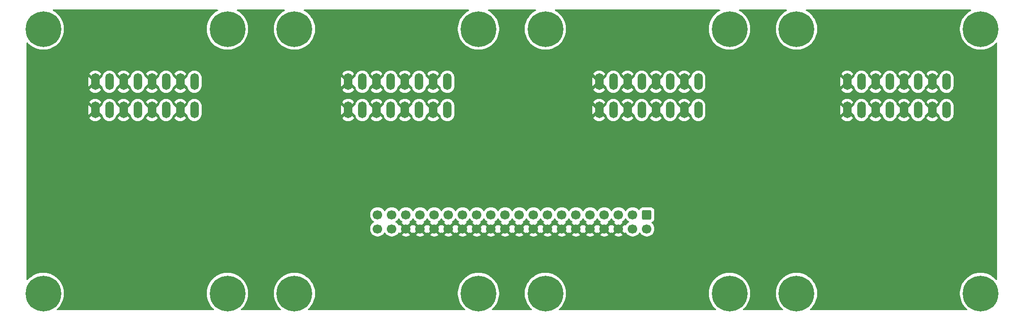
<source format=gbr>
%TF.GenerationSoftware,KiCad,Pcbnew,9.99.0-unknown-b0b07bbc41~182~ubuntu22.04.1*%
%TF.CreationDate,2025-08-06T14:03:10+02:00*%
%TF.ProjectId,CP70_pa_ba,43503730-5f70-4615-9f62-612e6b696361,rev?*%
%TF.SameCoordinates,Original*%
%TF.FileFunction,Copper,L1,Top*%
%TF.FilePolarity,Positive*%
%FSLAX46Y46*%
G04 Gerber Fmt 4.6, Leading zero omitted, Abs format (unit mm)*
G04 Created by KiCad (PCBNEW 9.99.0-unknown-b0b07bbc41~182~ubuntu22.04.1) date 2025-08-06 14:03:10*
%MOMM*%
%LPD*%
G01*
G04 APERTURE LIST*
G04 Aperture macros list*
%AMRoundRect*
0 Rectangle with rounded corners*
0 $1 Rounding radius*
0 $2 $3 $4 $5 $6 $7 $8 $9 X,Y pos of 4 corners*
0 Add a 4 corners polygon primitive as box body*
4,1,4,$2,$3,$4,$5,$6,$7,$8,$9,$2,$3,0*
0 Add four circle primitives for the rounded corners*
1,1,$1+$1,$2,$3*
1,1,$1+$1,$4,$5*
1,1,$1+$1,$6,$7*
1,1,$1+$1,$8,$9*
0 Add four rect primitives between the rounded corners*
20,1,$1+$1,$2,$3,$4,$5,0*
20,1,$1+$1,$4,$5,$6,$7,0*
20,1,$1+$1,$6,$7,$8,$9,0*
20,1,$1+$1,$8,$9,$2,$3,0*%
G04 Aperture macros list end*
%TA.AperFunction,ComponentPad*%
%ADD10O,1.500000X3.000000*%
%TD*%
%TA.AperFunction,ComponentPad*%
%ADD11C,0.800000*%
%TD*%
%TA.AperFunction,ComponentPad*%
%ADD12C,6.400000*%
%TD*%
%TA.AperFunction,ComponentPad*%
%ADD13RoundRect,0.250000X-0.600000X0.600000X-0.600000X-0.600000X0.600000X-0.600000X0.600000X0.600000X0*%
%TD*%
%TA.AperFunction,ComponentPad*%
%ADD14C,1.700000*%
%TD*%
%TA.AperFunction,ViaPad*%
%ADD15C,0.800000*%
%TD*%
G04 APERTURE END LIST*
D10*
%TO.P,J105,8,Pin_8*%
%TO.N,GNDA*%
X74310000Y-87960000D03*
X74310000Y-93040000D03*
%TO.P,J105,7,Pin_7*%
%TO.N,AMP16*%
X76850000Y-87960000D03*
X76850000Y-93040000D03*
%TO.P,J105,6,Pin_6*%
%TO.N,GNDA*%
X79390000Y-87960000D03*
X79390000Y-93040000D03*
%TO.P,J105,5,Pin_5*%
%TO.N,AMP15*%
X81930000Y-87960000D03*
X81930000Y-93040000D03*
%TO.P,J105,4,Pin_4*%
%TO.N,GNDA*%
X84470000Y-87960000D03*
X84470000Y-93040000D03*
%TO.P,J105,3,Pin_3*%
%TO.N,AMP14*%
X87010000Y-87960000D03*
X87010000Y-93040000D03*
%TO.P,J105,2,Pin_2*%
%TO.N,GNDA*%
X89550000Y-87960000D03*
X89550000Y-93040000D03*
%TO.P,J105,1,Pin_1*%
%TO.N,AMP13*%
X92090000Y-87960000D03*
X92090000Y-93040000D03*
%TD*%
%TO.P,J104,8,Pin_8*%
%TO.N,GNDA*%
X119633333Y-87960000D03*
X119633333Y-93040000D03*
%TO.P,J104,7,Pin_7*%
%TO.N,AMP12*%
X122173333Y-87960000D03*
X122173333Y-93040000D03*
%TO.P,J104,6,Pin_6*%
%TO.N,GNDA*%
X124713333Y-87960000D03*
X124713333Y-93040000D03*
%TO.P,J104,5,Pin_5*%
%TO.N,AMP11*%
X127253333Y-87960000D03*
X127253333Y-93040000D03*
%TO.P,J104,4,Pin_4*%
%TO.N,GNDA*%
X129793333Y-87960000D03*
X129793333Y-93040000D03*
%TO.P,J104,3,Pin_3*%
%TO.N,AMP10*%
X132333333Y-87960000D03*
X132333333Y-93040000D03*
%TO.P,J104,2,Pin_2*%
%TO.N,GNDA*%
X134873333Y-87960000D03*
X134873333Y-93040000D03*
%TO.P,J104,1,Pin_1*%
%TO.N,AMP09*%
X137413333Y-87960000D03*
X137413333Y-93040000D03*
%TD*%
%TO.P,J103,8,Pin_8*%
%TO.N,GNDA*%
X164646667Y-87960000D03*
X164646667Y-93040000D03*
%TO.P,J103,7,Pin_7*%
%TO.N,AMP08*%
X167186667Y-87960000D03*
X167186667Y-93040000D03*
%TO.P,J103,6,Pin_6*%
%TO.N,GNDA*%
X169726667Y-87960000D03*
X169726667Y-93040000D03*
%TO.P,J103,5,Pin_5*%
%TO.N,AMP07*%
X172266667Y-87960000D03*
X172266667Y-93040000D03*
%TO.P,J103,4,Pin_4*%
%TO.N,GNDA*%
X174806667Y-87960000D03*
X174806667Y-93040000D03*
%TO.P,J103,3,Pin_3*%
%TO.N,AMP06*%
X177346667Y-87960000D03*
X177346667Y-93040000D03*
%TO.P,J103,2,Pin_2*%
%TO.N,GNDA*%
X179886667Y-87960000D03*
X179886667Y-93040000D03*
%TO.P,J103,1,Pin_1*%
%TO.N,AMP05*%
X182426667Y-87960000D03*
X182426667Y-93040000D03*
%TD*%
D11*
%TO.P,H116,1*%
%TO.N,N/C*%
X197600000Y-78500000D03*
X198302944Y-76802944D03*
X198302944Y-80197056D03*
X200000000Y-76100000D03*
D12*
X200000000Y-78500000D03*
D11*
X200000000Y-80900000D03*
X201697056Y-76802944D03*
X201697056Y-80197056D03*
X202400000Y-78500000D03*
%TD*%
%TO.P,H115,1*%
%TO.N,N/C*%
X197600000Y-126000000D03*
X198302944Y-124302944D03*
X198302944Y-127697056D03*
X200000000Y-123600000D03*
D12*
X200000000Y-126000000D03*
D11*
X200000000Y-128400000D03*
X201697056Y-124302944D03*
X201697056Y-127697056D03*
X202400000Y-126000000D03*
%TD*%
%TO.P,H114,1*%
%TO.N,N/C*%
X185600000Y-78500000D03*
X186302944Y-76802944D03*
X186302944Y-80197056D03*
X188000000Y-76100000D03*
D12*
X188000000Y-78500000D03*
D11*
X188000000Y-80900000D03*
X189697056Y-76802944D03*
X189697056Y-80197056D03*
X190400000Y-78500000D03*
%TD*%
%TO.P,H113,1*%
%TO.N,N/C*%
X185600000Y-126000000D03*
X186302944Y-124302944D03*
X186302944Y-127697056D03*
X188000000Y-123600000D03*
D12*
X188000000Y-126000000D03*
D11*
X188000000Y-128400000D03*
X189697056Y-124302944D03*
X189697056Y-127697056D03*
X190400000Y-126000000D03*
%TD*%
%TO.P,H112,1*%
%TO.N,N/C*%
X152600000Y-78500000D03*
X153302944Y-76802944D03*
X153302944Y-80197056D03*
X155000000Y-76100000D03*
D12*
X155000000Y-78500000D03*
D11*
X155000000Y-80900000D03*
X156697056Y-76802944D03*
X156697056Y-80197056D03*
X157400000Y-78500000D03*
%TD*%
%TO.P,H111,1*%
%TO.N,N/C*%
X152600000Y-126000000D03*
X153302944Y-124302944D03*
X153302944Y-127697056D03*
X155000000Y-123600000D03*
D12*
X155000000Y-126000000D03*
D11*
X155000000Y-128400000D03*
X156697056Y-124302944D03*
X156697056Y-127697056D03*
X157400000Y-126000000D03*
%TD*%
%TO.P,H110,1*%
%TO.N,N/C*%
X140600000Y-126000000D03*
X141302944Y-124302944D03*
X141302944Y-127697056D03*
X143000000Y-123600000D03*
D12*
X143000000Y-126000000D03*
D11*
X143000000Y-128400000D03*
X144697056Y-124302944D03*
X144697056Y-127697056D03*
X145400000Y-126000000D03*
%TD*%
%TO.P,H109,1*%
%TO.N,N/C*%
X107600000Y-126000000D03*
X108302944Y-124302944D03*
X108302944Y-127697056D03*
X110000000Y-123600000D03*
D12*
X110000000Y-126000000D03*
D11*
X110000000Y-128400000D03*
X111697056Y-124302944D03*
X111697056Y-127697056D03*
X112400000Y-126000000D03*
%TD*%
%TO.P,H108,1*%
%TO.N,N/C*%
X140600000Y-78500000D03*
X141302944Y-76802944D03*
X141302944Y-80197056D03*
X143000000Y-76100000D03*
D12*
X143000000Y-78500000D03*
D11*
X143000000Y-80900000D03*
X144697056Y-76802944D03*
X144697056Y-80197056D03*
X145400000Y-78500000D03*
%TD*%
%TO.P,H107,1*%
%TO.N,N/C*%
X95600000Y-126000000D03*
X96302944Y-124302944D03*
X96302944Y-127697056D03*
X98000000Y-123600000D03*
D12*
X98000000Y-126000000D03*
D11*
X98000000Y-128400000D03*
X99697056Y-124302944D03*
X99697056Y-127697056D03*
X100400000Y-126000000D03*
%TD*%
%TO.P,H106,1*%
%TO.N,N/C*%
X107600000Y-78500000D03*
X108302944Y-76802944D03*
X108302944Y-80197056D03*
X110000000Y-76100000D03*
D12*
X110000000Y-78500000D03*
D11*
X110000000Y-80900000D03*
X111697056Y-76802944D03*
X111697056Y-80197056D03*
X112400000Y-78500000D03*
%TD*%
%TO.P,H105,1*%
%TO.N,N/C*%
X95600000Y-78500000D03*
X96302944Y-76802944D03*
X96302944Y-80197056D03*
X98000000Y-76100000D03*
D12*
X98000000Y-78500000D03*
D11*
X98000000Y-80900000D03*
X99697056Y-76802944D03*
X99697056Y-80197056D03*
X100400000Y-78500000D03*
%TD*%
D10*
%TO.P,J101,1,Pin_1*%
%TO.N,AMP01*%
X226890000Y-93040000D03*
X226890000Y-87960000D03*
%TO.P,J101,2,Pin_2*%
%TO.N,GNDA*%
X224350000Y-93040000D03*
X224350000Y-87960000D03*
%TO.P,J101,3,Pin_3*%
%TO.N,AMP02*%
X221810000Y-93040000D03*
X221810000Y-87960000D03*
%TO.P,J101,4,Pin_4*%
%TO.N,GNDA*%
X219270000Y-93040000D03*
X219270000Y-87960000D03*
%TO.P,J101,5,Pin_5*%
%TO.N,AMP03*%
X216730000Y-93040000D03*
X216730000Y-87960000D03*
%TO.P,J101,6,Pin_6*%
%TO.N,GNDA*%
X214190000Y-93040000D03*
X214190000Y-87960000D03*
%TO.P,J101,7,Pin_7*%
%TO.N,AMP04*%
X211650000Y-93040000D03*
X211650000Y-87960000D03*
%TO.P,J101,8,Pin_8*%
%TO.N,GNDA*%
X209110000Y-93040000D03*
X209110000Y-87960000D03*
%TD*%
D11*
%TO.P,H101,1*%
%TO.N,N/C*%
X230600000Y-78500000D03*
X231302944Y-76802944D03*
X231302944Y-80197056D03*
X233000000Y-76100000D03*
D12*
X233000000Y-78500000D03*
D11*
X233000000Y-80900000D03*
X234697056Y-76802944D03*
X234697056Y-80197056D03*
X235400000Y-78500000D03*
%TD*%
%TO.P,H102,1*%
%TO.N,N/C*%
X62600000Y-78500000D03*
X63302944Y-76802944D03*
X63302944Y-80197056D03*
X65000000Y-76100000D03*
D12*
X65000000Y-78500000D03*
D11*
X65000000Y-80900000D03*
X66697056Y-76802944D03*
X66697056Y-80197056D03*
X67400000Y-78500000D03*
%TD*%
D13*
%TO.P,J102,1,Pin_1*%
%TO.N,VCC*%
X173180000Y-111857500D03*
D14*
%TO.P,J102,2,Pin_2*%
X173180000Y-114397500D03*
%TO.P,J102,3,Pin_3*%
X170640000Y-111857500D03*
%TO.P,J102,4,Pin_4*%
X170640000Y-114397500D03*
%TO.P,J102,5,Pin_5*%
%TO.N,AMP01*%
X168100000Y-111857500D03*
%TO.P,J102,6,Pin_6*%
%TO.N,GNDA*%
X168100000Y-114397500D03*
%TO.P,J102,7,Pin_7*%
%TO.N,AMP02*%
X165560000Y-111857500D03*
%TO.P,J102,8,Pin_8*%
%TO.N,GNDA*%
X165560000Y-114397500D03*
%TO.P,J102,9,Pin_9*%
%TO.N,AMP03*%
X163020000Y-111857500D03*
%TO.P,J102,10,Pin_10*%
%TO.N,GNDA*%
X163020000Y-114397500D03*
%TO.P,J102,11,Pin_11*%
%TO.N,AMP04*%
X160480000Y-111857500D03*
%TO.P,J102,12,Pin_12*%
%TO.N,GNDA*%
X160480000Y-114397500D03*
%TO.P,J102,13,Pin_13*%
%TO.N,AMP05*%
X157940000Y-111857500D03*
%TO.P,J102,14,Pin_14*%
%TO.N,GNDA*%
X157940000Y-114397500D03*
%TO.P,J102,15,Pin_15*%
%TO.N,AMP06*%
X155400000Y-111857500D03*
%TO.P,J102,16,Pin_16*%
%TO.N,GNDA*%
X155400000Y-114397500D03*
%TO.P,J102,17,Pin_17*%
%TO.N,AMP07*%
X152860000Y-111857500D03*
%TO.P,J102,18,Pin_18*%
%TO.N,GNDA*%
X152860000Y-114397500D03*
%TO.P,J102,19,Pin_19*%
%TO.N,AMP08*%
X150320000Y-111857500D03*
%TO.P,J102,20,Pin_20*%
%TO.N,GNDA*%
X150320000Y-114397500D03*
%TO.P,J102,21,Pin_21*%
%TO.N,AMP09*%
X147780000Y-111857500D03*
%TO.P,J102,22,Pin_22*%
%TO.N,GNDA*%
X147780000Y-114397500D03*
%TO.P,J102,23,Pin_23*%
%TO.N,AMP10*%
X145240000Y-111857500D03*
%TO.P,J102,24,Pin_24*%
%TO.N,GNDA*%
X145240000Y-114397500D03*
%TO.P,J102,25,Pin_25*%
%TO.N,AMP11*%
X142700000Y-111857500D03*
%TO.P,J102,26,Pin_26*%
%TO.N,GNDA*%
X142700000Y-114397500D03*
%TO.P,J102,27,Pin_27*%
%TO.N,AMP12*%
X140160000Y-111857500D03*
%TO.P,J102,28,Pin_28*%
%TO.N,GNDA*%
X140160000Y-114397500D03*
%TO.P,J102,29,Pin_29*%
%TO.N,AMP13*%
X137620000Y-111857500D03*
%TO.P,J102,30,Pin_30*%
%TO.N,GNDA*%
X137620000Y-114397500D03*
%TO.P,J102,31,Pin_31*%
%TO.N,AMP14*%
X135080000Y-111857500D03*
%TO.P,J102,32,Pin_32*%
%TO.N,GNDA*%
X135080000Y-114397500D03*
%TO.P,J102,33,Pin_33*%
%TO.N,AMP15*%
X132540000Y-111857500D03*
%TO.P,J102,34,Pin_34*%
%TO.N,GNDA*%
X132540000Y-114397500D03*
%TO.P,J102,35,Pin_35*%
%TO.N,AMP16*%
X130000000Y-111857500D03*
%TO.P,J102,36,Pin_36*%
%TO.N,GNDA*%
X130000000Y-114397500D03*
%TO.P,J102,37,Pin_37*%
%TO.N,VEE*%
X127460000Y-111857500D03*
%TO.P,J102,38,Pin_38*%
X127460000Y-114397500D03*
%TO.P,J102,39,Pin_39*%
X124920000Y-111857500D03*
%TO.P,J102,40,Pin_40*%
X124920000Y-114397500D03*
%TD*%
D11*
%TO.P,H104,1,1*%
%TO.N,GNDREF*%
X62600000Y-126000000D03*
X63302944Y-124302944D03*
X63302944Y-127697056D03*
X65000000Y-123600000D03*
D12*
X65000000Y-126000000D03*
D11*
X65000000Y-128400000D03*
X66697056Y-124302944D03*
X66697056Y-127697056D03*
X67400000Y-126000000D03*
%TD*%
%TO.P,H103,1,1*%
%TO.N,GNDREF*%
X230600000Y-126000000D03*
X231302944Y-124302944D03*
X231302944Y-127697056D03*
X233000000Y-123600000D03*
D12*
X233000000Y-126000000D03*
D11*
X233000000Y-128400000D03*
X234697056Y-124302944D03*
X234697056Y-127697056D03*
X235400000Y-126000000D03*
%TD*%
D15*
%TO.N,GNDA*%
X122300000Y-111000000D03*
X166900000Y-110000000D03*
X159400000Y-101700000D03*
X156700000Y-104400000D03*
X162700000Y-102300000D03*
X159600000Y-106000000D03*
X161800000Y-109900000D03*
X164400000Y-110000000D03*
X154500000Y-110000000D03*
X152000000Y-110100000D03*
X146400000Y-110000000D03*
X143900000Y-110200000D03*
X141400000Y-110200000D03*
X138900000Y-110200000D03*
X136300000Y-110300000D03*
X133800000Y-110200000D03*
X131000000Y-110200000D03*
X149100000Y-109900000D03*
X149000000Y-108000000D03*
X150363603Y-102663603D03*
X154263603Y-98763603D03*
X178400000Y-97600000D03*
X174800000Y-96500000D03*
X168700000Y-96800000D03*
X161636887Y-97200000D03*
X154913603Y-101213603D03*
X151960005Y-106336856D03*
X156800000Y-109900000D03*
X159200000Y-110100000D03*
X233600000Y-118100000D03*
X229500000Y-119900000D03*
X226500000Y-124400000D03*
X72900000Y-125000000D03*
X71200000Y-119700000D03*
X65500000Y-117600000D03*
X121800000Y-96000000D03*
X112000000Y-96000000D03*
X97900000Y-96000000D03*
X91000000Y-98000000D03*
X89500000Y-95800000D03*
X92200000Y-101600000D03*
X87000000Y-100200000D03*
X84700000Y-96700000D03*
X83663603Y-102036397D03*
X80400000Y-97700000D03*
X123800000Y-107100000D03*
X116300000Y-107100000D03*
X101700000Y-107100000D03*
X88500000Y-107100000D03*
X80413603Y-104186397D03*
X76663603Y-100436397D03*
X207400000Y-96900000D03*
X205800000Y-98200000D03*
X194900000Y-98200000D03*
X183700000Y-98200000D03*
X179300000Y-111100000D03*
X192900000Y-111200000D03*
X209900000Y-110900000D03*
X220400000Y-110200000D03*
X225300000Y-105500000D03*
X224400000Y-96700000D03*
X219500000Y-104900000D03*
X209800000Y-107700000D03*
X192700000Y-107700000D03*
X179400000Y-107700000D03*
X181200000Y-104600000D03*
X192700000Y-104300000D03*
X209800000Y-104500000D03*
X216200000Y-102236397D03*
X206500000Y-101500000D03*
X193500000Y-101600000D03*
X176100000Y-101500000D03*
X200900000Y-85200000D03*
X200800000Y-89100000D03*
X201200000Y-94500000D03*
X187200000Y-94600000D03*
X187200000Y-90400000D03*
X187400000Y-85700000D03*
X156600000Y-84600000D03*
X156400000Y-89700000D03*
X156600000Y-94400000D03*
X142700000Y-94500000D03*
X143000000Y-90200000D03*
X143100000Y-86500000D03*
X131300000Y-97000000D03*
X144600000Y-103300000D03*
X139800000Y-99300000D03*
X135400000Y-97300000D03*
X140500000Y-106100000D03*
X137000000Y-102600000D03*
X130100000Y-106300000D03*
X127400000Y-107000000D03*
X135300000Y-106200000D03*
X128600000Y-99500000D03*
X121800000Y-98900000D03*
X98800000Y-98900000D03*
X121900000Y-101600000D03*
X97100000Y-101600000D03*
X122000000Y-104900000D03*
X95700000Y-104900000D03*
X110500000Y-89600000D03*
X98100000Y-89200000D03*
X110800000Y-92900000D03*
X98000000Y-93000000D03*
X110300000Y-87100000D03*
X97800000Y-86400000D03*
%TD*%
%TA.AperFunction,Conductor*%
%TO.N,GNDA*%
G36*
X128801444Y-112511499D02*
G01*
X128840486Y-112556556D01*
X128844951Y-112565320D01*
X128969890Y-112737286D01*
X129120213Y-112887609D01*
X129292179Y-113012548D01*
X129292181Y-113012549D01*
X129292184Y-113012551D01*
X129301493Y-113017294D01*
X129352290Y-113065266D01*
X129369087Y-113133087D01*
X129346552Y-113199222D01*
X129301505Y-113238260D01*
X129292446Y-113242876D01*
X129292440Y-113242880D01*
X129238282Y-113282227D01*
X129238282Y-113282228D01*
X129870591Y-113914537D01*
X129807007Y-113931575D01*
X129692993Y-113997401D01*
X129599901Y-114090493D01*
X129534075Y-114204507D01*
X129517037Y-114268091D01*
X128884728Y-113635782D01*
X128884727Y-113635782D01*
X128845380Y-113689940D01*
X128845376Y-113689946D01*
X128840760Y-113699005D01*
X128792781Y-113749797D01*
X128724959Y-113766587D01*
X128658826Y-113744043D01*
X128619794Y-113698993D01*
X128615051Y-113689684D01*
X128615049Y-113689681D01*
X128615048Y-113689679D01*
X128490109Y-113517713D01*
X128339786Y-113367390D01*
X128167820Y-113242451D01*
X128167115Y-113242091D01*
X128159054Y-113237985D01*
X128108259Y-113190012D01*
X128091463Y-113122192D01*
X128113999Y-113056056D01*
X128159054Y-113017015D01*
X128167816Y-113012551D01*
X128189789Y-112996586D01*
X128339786Y-112887609D01*
X128339788Y-112887606D01*
X128339792Y-112887604D01*
X128490104Y-112737292D01*
X128490106Y-112737288D01*
X128490109Y-112737286D01*
X128615048Y-112565320D01*
X128615047Y-112565320D01*
X128615051Y-112565316D01*
X128619514Y-112556554D01*
X128667488Y-112505759D01*
X128735308Y-112488963D01*
X128801444Y-112511499D01*
G37*
%TD.AperFunction*%
%TA.AperFunction,Conductor*%
G36*
X131341444Y-112511499D02*
G01*
X131380486Y-112556556D01*
X131384951Y-112565320D01*
X131509890Y-112737286D01*
X131660213Y-112887609D01*
X131832179Y-113012548D01*
X131832181Y-113012549D01*
X131832184Y-113012551D01*
X131841493Y-113017294D01*
X131892290Y-113065266D01*
X131909087Y-113133087D01*
X131886552Y-113199222D01*
X131841505Y-113238260D01*
X131832446Y-113242876D01*
X131832440Y-113242880D01*
X131778282Y-113282227D01*
X131778282Y-113282228D01*
X132410591Y-113914537D01*
X132347007Y-113931575D01*
X132232993Y-113997401D01*
X132139901Y-114090493D01*
X132074075Y-114204507D01*
X132057037Y-114268091D01*
X131424728Y-113635782D01*
X131424727Y-113635782D01*
X131385380Y-113689940D01*
X131380483Y-113699551D01*
X131332506Y-113750345D01*
X131264684Y-113767138D01*
X131198550Y-113744598D01*
X131159516Y-113699548D01*
X131154626Y-113689952D01*
X131115270Y-113635782D01*
X131115269Y-113635782D01*
X130482962Y-114268090D01*
X130465925Y-114204507D01*
X130400099Y-114090493D01*
X130307007Y-113997401D01*
X130192993Y-113931575D01*
X130129409Y-113914537D01*
X130761716Y-113282228D01*
X130707547Y-113242873D01*
X130707547Y-113242872D01*
X130698500Y-113238263D01*
X130647706Y-113190288D01*
X130630912Y-113122466D01*
X130653451Y-113056332D01*
X130698508Y-113017293D01*
X130707816Y-113012551D01*
X130826728Y-112926157D01*
X130879786Y-112887609D01*
X130879788Y-112887606D01*
X130879792Y-112887604D01*
X131030104Y-112737292D01*
X131030106Y-112737288D01*
X131030109Y-112737286D01*
X131155048Y-112565320D01*
X131155047Y-112565320D01*
X131155051Y-112565316D01*
X131159514Y-112556554D01*
X131207488Y-112505759D01*
X131275308Y-112488963D01*
X131341444Y-112511499D01*
G37*
%TD.AperFunction*%
%TA.AperFunction,Conductor*%
G36*
X133881444Y-112511499D02*
G01*
X133920486Y-112556556D01*
X133924951Y-112565320D01*
X134049890Y-112737286D01*
X134200213Y-112887609D01*
X134372179Y-113012548D01*
X134372181Y-113012549D01*
X134372184Y-113012551D01*
X134381493Y-113017294D01*
X134432290Y-113065266D01*
X134449087Y-113133087D01*
X134426552Y-113199222D01*
X134381505Y-113238260D01*
X134372446Y-113242876D01*
X134372440Y-113242880D01*
X134318282Y-113282227D01*
X134318282Y-113282228D01*
X134950591Y-113914537D01*
X134887007Y-113931575D01*
X134772993Y-113997401D01*
X134679901Y-114090493D01*
X134614075Y-114204507D01*
X134597037Y-114268091D01*
X133964728Y-113635782D01*
X133964727Y-113635782D01*
X133925380Y-113689940D01*
X133920483Y-113699551D01*
X133872506Y-113750345D01*
X133804684Y-113767138D01*
X133738550Y-113744598D01*
X133699516Y-113699548D01*
X133694626Y-113689952D01*
X133655270Y-113635782D01*
X133022962Y-114268090D01*
X133005925Y-114204507D01*
X132940099Y-114090493D01*
X132847007Y-113997401D01*
X132732993Y-113931575D01*
X132669409Y-113914537D01*
X133301716Y-113282228D01*
X133247547Y-113242873D01*
X133247547Y-113242872D01*
X133238500Y-113238263D01*
X133187706Y-113190288D01*
X133170912Y-113122466D01*
X133193451Y-113056332D01*
X133238508Y-113017293D01*
X133247816Y-113012551D01*
X133366728Y-112926157D01*
X133419786Y-112887609D01*
X133419788Y-112887606D01*
X133419792Y-112887604D01*
X133570104Y-112737292D01*
X133570106Y-112737288D01*
X133570109Y-112737286D01*
X133695048Y-112565320D01*
X133695047Y-112565320D01*
X133695051Y-112565316D01*
X133699514Y-112556554D01*
X133747488Y-112505759D01*
X133815308Y-112488963D01*
X133881444Y-112511499D01*
G37*
%TD.AperFunction*%
%TA.AperFunction,Conductor*%
G36*
X136421444Y-112511499D02*
G01*
X136460486Y-112556556D01*
X136464951Y-112565320D01*
X136589890Y-112737286D01*
X136740213Y-112887609D01*
X136912179Y-113012548D01*
X136912181Y-113012549D01*
X136912184Y-113012551D01*
X136921493Y-113017294D01*
X136972290Y-113065266D01*
X136989087Y-113133087D01*
X136966552Y-113199222D01*
X136921505Y-113238260D01*
X136912446Y-113242876D01*
X136912440Y-113242880D01*
X136858282Y-113282227D01*
X136858282Y-113282228D01*
X137490591Y-113914537D01*
X137427007Y-113931575D01*
X137312993Y-113997401D01*
X137219901Y-114090493D01*
X137154075Y-114204507D01*
X137137037Y-114268091D01*
X136504728Y-113635782D01*
X136504727Y-113635782D01*
X136465380Y-113689940D01*
X136460483Y-113699551D01*
X136412506Y-113750345D01*
X136344684Y-113767138D01*
X136278550Y-113744598D01*
X136239516Y-113699548D01*
X136234626Y-113689952D01*
X136195270Y-113635782D01*
X136195269Y-113635782D01*
X135562962Y-114268090D01*
X135545925Y-114204507D01*
X135480099Y-114090493D01*
X135387007Y-113997401D01*
X135272993Y-113931575D01*
X135209409Y-113914537D01*
X135841716Y-113282228D01*
X135787547Y-113242873D01*
X135787547Y-113242872D01*
X135778500Y-113238263D01*
X135727706Y-113190288D01*
X135710912Y-113122466D01*
X135733451Y-113056332D01*
X135778508Y-113017293D01*
X135787816Y-113012551D01*
X135906728Y-112926157D01*
X135959786Y-112887609D01*
X135959788Y-112887606D01*
X135959792Y-112887604D01*
X136110104Y-112737292D01*
X136110106Y-112737288D01*
X136110109Y-112737286D01*
X136235048Y-112565320D01*
X136235047Y-112565320D01*
X136235051Y-112565316D01*
X136239514Y-112556554D01*
X136287488Y-112505759D01*
X136355308Y-112488963D01*
X136421444Y-112511499D01*
G37*
%TD.AperFunction*%
%TA.AperFunction,Conductor*%
G36*
X138961444Y-112511499D02*
G01*
X139000486Y-112556556D01*
X139004951Y-112565320D01*
X139129890Y-112737286D01*
X139280213Y-112887609D01*
X139452179Y-113012548D01*
X139452181Y-113012549D01*
X139452184Y-113012551D01*
X139461493Y-113017294D01*
X139512290Y-113065266D01*
X139529087Y-113133087D01*
X139506552Y-113199222D01*
X139461505Y-113238260D01*
X139452446Y-113242876D01*
X139452440Y-113242880D01*
X139398282Y-113282227D01*
X139398282Y-113282228D01*
X140030591Y-113914537D01*
X139967007Y-113931575D01*
X139852993Y-113997401D01*
X139759901Y-114090493D01*
X139694075Y-114204507D01*
X139677037Y-114268091D01*
X139044728Y-113635782D01*
X139044727Y-113635782D01*
X139005380Y-113689940D01*
X139000483Y-113699551D01*
X138952506Y-113750345D01*
X138884684Y-113767138D01*
X138818550Y-113744598D01*
X138779516Y-113699548D01*
X138774626Y-113689952D01*
X138735270Y-113635782D01*
X138735269Y-113635782D01*
X138102962Y-114268090D01*
X138085925Y-114204507D01*
X138020099Y-114090493D01*
X137927007Y-113997401D01*
X137812993Y-113931575D01*
X137749409Y-113914537D01*
X138381716Y-113282228D01*
X138327547Y-113242873D01*
X138327547Y-113242872D01*
X138318500Y-113238263D01*
X138267706Y-113190288D01*
X138250912Y-113122466D01*
X138273451Y-113056332D01*
X138318508Y-113017293D01*
X138327816Y-113012551D01*
X138446728Y-112926157D01*
X138499786Y-112887609D01*
X138499788Y-112887606D01*
X138499792Y-112887604D01*
X138650104Y-112737292D01*
X138650106Y-112737288D01*
X138650109Y-112737286D01*
X138775048Y-112565320D01*
X138775047Y-112565320D01*
X138775051Y-112565316D01*
X138779514Y-112556554D01*
X138827488Y-112505759D01*
X138895308Y-112488963D01*
X138961444Y-112511499D01*
G37*
%TD.AperFunction*%
%TA.AperFunction,Conductor*%
G36*
X141501444Y-112511499D02*
G01*
X141540486Y-112556556D01*
X141544951Y-112565320D01*
X141669890Y-112737286D01*
X141820213Y-112887609D01*
X141992179Y-113012548D01*
X141992181Y-113012549D01*
X141992184Y-113012551D01*
X142001493Y-113017294D01*
X142052290Y-113065266D01*
X142069087Y-113133087D01*
X142046552Y-113199222D01*
X142001505Y-113238260D01*
X141992446Y-113242876D01*
X141992440Y-113242880D01*
X141938282Y-113282227D01*
X141938282Y-113282228D01*
X142570591Y-113914537D01*
X142507007Y-113931575D01*
X142392993Y-113997401D01*
X142299901Y-114090493D01*
X142234075Y-114204507D01*
X142217037Y-114268091D01*
X141584728Y-113635782D01*
X141584727Y-113635782D01*
X141545380Y-113689940D01*
X141540483Y-113699551D01*
X141492506Y-113750345D01*
X141424684Y-113767138D01*
X141358550Y-113744598D01*
X141319516Y-113699548D01*
X141314626Y-113689952D01*
X141275270Y-113635782D01*
X141275269Y-113635782D01*
X140642962Y-114268090D01*
X140625925Y-114204507D01*
X140560099Y-114090493D01*
X140467007Y-113997401D01*
X140352993Y-113931575D01*
X140289409Y-113914537D01*
X140921716Y-113282228D01*
X140867547Y-113242873D01*
X140867547Y-113242872D01*
X140858500Y-113238263D01*
X140807706Y-113190288D01*
X140790912Y-113122466D01*
X140813451Y-113056332D01*
X140858508Y-113017293D01*
X140867816Y-113012551D01*
X140986728Y-112926157D01*
X141039786Y-112887609D01*
X141039788Y-112887606D01*
X141039792Y-112887604D01*
X141190104Y-112737292D01*
X141190106Y-112737288D01*
X141190109Y-112737286D01*
X141315048Y-112565320D01*
X141315047Y-112565320D01*
X141315051Y-112565316D01*
X141319514Y-112556554D01*
X141367488Y-112505759D01*
X141435308Y-112488963D01*
X141501444Y-112511499D01*
G37*
%TD.AperFunction*%
%TA.AperFunction,Conductor*%
G36*
X144041444Y-112511499D02*
G01*
X144080486Y-112556556D01*
X144084951Y-112565320D01*
X144209890Y-112737286D01*
X144360213Y-112887609D01*
X144532179Y-113012548D01*
X144532181Y-113012549D01*
X144532184Y-113012551D01*
X144541493Y-113017294D01*
X144592290Y-113065266D01*
X144609087Y-113133087D01*
X144586552Y-113199222D01*
X144541505Y-113238260D01*
X144532446Y-113242876D01*
X144532440Y-113242880D01*
X144478282Y-113282227D01*
X144478282Y-113282228D01*
X145110591Y-113914537D01*
X145047007Y-113931575D01*
X144932993Y-113997401D01*
X144839901Y-114090493D01*
X144774075Y-114204507D01*
X144757037Y-114268091D01*
X144124728Y-113635782D01*
X144124727Y-113635782D01*
X144085380Y-113689940D01*
X144080483Y-113699551D01*
X144032506Y-113750345D01*
X143964684Y-113767138D01*
X143898550Y-113744598D01*
X143859516Y-113699548D01*
X143854626Y-113689952D01*
X143815270Y-113635782D01*
X143815269Y-113635782D01*
X143182962Y-114268090D01*
X143165925Y-114204507D01*
X143100099Y-114090493D01*
X143007007Y-113997401D01*
X142892993Y-113931575D01*
X142829409Y-113914537D01*
X143461716Y-113282228D01*
X143407547Y-113242873D01*
X143407547Y-113242872D01*
X143398500Y-113238263D01*
X143347706Y-113190288D01*
X143330912Y-113122466D01*
X143353451Y-113056332D01*
X143398508Y-113017293D01*
X143407816Y-113012551D01*
X143526728Y-112926157D01*
X143579786Y-112887609D01*
X143579788Y-112887606D01*
X143579792Y-112887604D01*
X143730104Y-112737292D01*
X143730106Y-112737288D01*
X143730109Y-112737286D01*
X143855048Y-112565320D01*
X143855047Y-112565320D01*
X143855051Y-112565316D01*
X143859514Y-112556554D01*
X143907488Y-112505759D01*
X143975308Y-112488963D01*
X144041444Y-112511499D01*
G37*
%TD.AperFunction*%
%TA.AperFunction,Conductor*%
G36*
X146581444Y-112511499D02*
G01*
X146620486Y-112556556D01*
X146624951Y-112565320D01*
X146749890Y-112737286D01*
X146900213Y-112887609D01*
X147072179Y-113012548D01*
X147072181Y-113012549D01*
X147072184Y-113012551D01*
X147081493Y-113017294D01*
X147132290Y-113065266D01*
X147149087Y-113133087D01*
X147126552Y-113199222D01*
X147081505Y-113238260D01*
X147072446Y-113242876D01*
X147072440Y-113242880D01*
X147018282Y-113282227D01*
X147018282Y-113282228D01*
X147650591Y-113914537D01*
X147587007Y-113931575D01*
X147472993Y-113997401D01*
X147379901Y-114090493D01*
X147314075Y-114204507D01*
X147297037Y-114268091D01*
X146664728Y-113635782D01*
X146664727Y-113635782D01*
X146625380Y-113689940D01*
X146620483Y-113699551D01*
X146572506Y-113750345D01*
X146504684Y-113767138D01*
X146438550Y-113744598D01*
X146399516Y-113699548D01*
X146394626Y-113689952D01*
X146355270Y-113635782D01*
X145722962Y-114268090D01*
X145705925Y-114204507D01*
X145640099Y-114090493D01*
X145547007Y-113997401D01*
X145432993Y-113931575D01*
X145369409Y-113914537D01*
X146001716Y-113282228D01*
X145947547Y-113242873D01*
X145947547Y-113242872D01*
X145938500Y-113238263D01*
X145887706Y-113190288D01*
X145870912Y-113122466D01*
X145893451Y-113056332D01*
X145938508Y-113017293D01*
X145947816Y-113012551D01*
X146066728Y-112926157D01*
X146119786Y-112887609D01*
X146119788Y-112887606D01*
X146119792Y-112887604D01*
X146270104Y-112737292D01*
X146270106Y-112737288D01*
X146270109Y-112737286D01*
X146395048Y-112565320D01*
X146395047Y-112565320D01*
X146395051Y-112565316D01*
X146399514Y-112556554D01*
X146447488Y-112505759D01*
X146515308Y-112488963D01*
X146581444Y-112511499D01*
G37*
%TD.AperFunction*%
%TA.AperFunction,Conductor*%
G36*
X149121444Y-112511499D02*
G01*
X149160486Y-112556556D01*
X149164951Y-112565320D01*
X149289890Y-112737286D01*
X149440213Y-112887609D01*
X149612179Y-113012548D01*
X149612181Y-113012549D01*
X149612184Y-113012551D01*
X149621493Y-113017294D01*
X149672290Y-113065266D01*
X149689087Y-113133087D01*
X149666552Y-113199222D01*
X149621505Y-113238260D01*
X149612446Y-113242876D01*
X149612440Y-113242880D01*
X149558282Y-113282227D01*
X149558282Y-113282228D01*
X150190591Y-113914537D01*
X150127007Y-113931575D01*
X150012993Y-113997401D01*
X149919901Y-114090493D01*
X149854075Y-114204507D01*
X149837037Y-114268091D01*
X149204728Y-113635782D01*
X149204727Y-113635782D01*
X149165380Y-113689940D01*
X149160483Y-113699551D01*
X149112506Y-113750345D01*
X149044684Y-113767138D01*
X148978550Y-113744598D01*
X148939516Y-113699548D01*
X148934626Y-113689952D01*
X148895270Y-113635782D01*
X148895269Y-113635782D01*
X148262962Y-114268090D01*
X148245925Y-114204507D01*
X148180099Y-114090493D01*
X148087007Y-113997401D01*
X147972993Y-113931575D01*
X147909409Y-113914537D01*
X148541716Y-113282228D01*
X148487547Y-113242873D01*
X148487547Y-113242872D01*
X148478500Y-113238263D01*
X148427706Y-113190288D01*
X148410912Y-113122466D01*
X148433451Y-113056332D01*
X148478508Y-113017293D01*
X148487816Y-113012551D01*
X148606728Y-112926157D01*
X148659786Y-112887609D01*
X148659788Y-112887606D01*
X148659792Y-112887604D01*
X148810104Y-112737292D01*
X148810106Y-112737288D01*
X148810109Y-112737286D01*
X148935048Y-112565320D01*
X148935047Y-112565320D01*
X148935051Y-112565316D01*
X148939514Y-112556554D01*
X148987488Y-112505759D01*
X149055308Y-112488963D01*
X149121444Y-112511499D01*
G37*
%TD.AperFunction*%
%TA.AperFunction,Conductor*%
G36*
X151661444Y-112511499D02*
G01*
X151700486Y-112556556D01*
X151704951Y-112565320D01*
X151829890Y-112737286D01*
X151980213Y-112887609D01*
X152152179Y-113012548D01*
X152152181Y-113012549D01*
X152152184Y-113012551D01*
X152161493Y-113017294D01*
X152212290Y-113065266D01*
X152229087Y-113133087D01*
X152206552Y-113199222D01*
X152161505Y-113238260D01*
X152152446Y-113242876D01*
X152152440Y-113242880D01*
X152098282Y-113282227D01*
X152098282Y-113282228D01*
X152730591Y-113914537D01*
X152667007Y-113931575D01*
X152552993Y-113997401D01*
X152459901Y-114090493D01*
X152394075Y-114204507D01*
X152377037Y-114268091D01*
X151744728Y-113635782D01*
X151744727Y-113635782D01*
X151705380Y-113689940D01*
X151700483Y-113699551D01*
X151652506Y-113750345D01*
X151584684Y-113767138D01*
X151518550Y-113744598D01*
X151479516Y-113699548D01*
X151474626Y-113689952D01*
X151435270Y-113635782D01*
X150802962Y-114268090D01*
X150785925Y-114204507D01*
X150720099Y-114090493D01*
X150627007Y-113997401D01*
X150512993Y-113931575D01*
X150449409Y-113914537D01*
X151081716Y-113282228D01*
X151027547Y-113242873D01*
X151027547Y-113242872D01*
X151018500Y-113238263D01*
X150967706Y-113190288D01*
X150950912Y-113122466D01*
X150973451Y-113056332D01*
X151018508Y-113017293D01*
X151027816Y-113012551D01*
X151146728Y-112926157D01*
X151199786Y-112887609D01*
X151199788Y-112887606D01*
X151199792Y-112887604D01*
X151350104Y-112737292D01*
X151350106Y-112737288D01*
X151350109Y-112737286D01*
X151475048Y-112565320D01*
X151475047Y-112565320D01*
X151475051Y-112565316D01*
X151479514Y-112556554D01*
X151527488Y-112505759D01*
X151595308Y-112488963D01*
X151661444Y-112511499D01*
G37*
%TD.AperFunction*%
%TA.AperFunction,Conductor*%
G36*
X154201444Y-112511499D02*
G01*
X154240486Y-112556556D01*
X154244951Y-112565320D01*
X154369890Y-112737286D01*
X154520213Y-112887609D01*
X154692179Y-113012548D01*
X154692181Y-113012549D01*
X154692184Y-113012551D01*
X154701493Y-113017294D01*
X154752290Y-113065266D01*
X154769087Y-113133087D01*
X154746552Y-113199222D01*
X154701505Y-113238260D01*
X154692446Y-113242876D01*
X154692440Y-113242880D01*
X154638282Y-113282227D01*
X154638282Y-113282228D01*
X155270591Y-113914537D01*
X155207007Y-113931575D01*
X155092993Y-113997401D01*
X154999901Y-114090493D01*
X154934075Y-114204507D01*
X154917037Y-114268091D01*
X154284728Y-113635782D01*
X154284727Y-113635782D01*
X154245380Y-113689940D01*
X154240483Y-113699551D01*
X154192506Y-113750345D01*
X154124684Y-113767138D01*
X154058550Y-113744598D01*
X154019516Y-113699548D01*
X154014626Y-113689952D01*
X153975270Y-113635782D01*
X153975269Y-113635782D01*
X153342962Y-114268090D01*
X153325925Y-114204507D01*
X153260099Y-114090493D01*
X153167007Y-113997401D01*
X153052993Y-113931575D01*
X152989409Y-113914537D01*
X153621716Y-113282228D01*
X153567547Y-113242873D01*
X153567547Y-113242872D01*
X153558500Y-113238263D01*
X153507706Y-113190288D01*
X153490912Y-113122466D01*
X153513451Y-113056332D01*
X153558508Y-113017293D01*
X153567816Y-113012551D01*
X153686728Y-112926157D01*
X153739786Y-112887609D01*
X153739788Y-112887606D01*
X153739792Y-112887604D01*
X153890104Y-112737292D01*
X153890106Y-112737288D01*
X153890109Y-112737286D01*
X154015048Y-112565320D01*
X154015047Y-112565320D01*
X154015051Y-112565316D01*
X154019514Y-112556554D01*
X154067488Y-112505759D01*
X154135308Y-112488963D01*
X154201444Y-112511499D01*
G37*
%TD.AperFunction*%
%TA.AperFunction,Conductor*%
G36*
X156741444Y-112511499D02*
G01*
X156780486Y-112556556D01*
X156784951Y-112565320D01*
X156909890Y-112737286D01*
X157060213Y-112887609D01*
X157232179Y-113012548D01*
X157232181Y-113012549D01*
X157232184Y-113012551D01*
X157241493Y-113017294D01*
X157292290Y-113065266D01*
X157309087Y-113133087D01*
X157286552Y-113199222D01*
X157241505Y-113238260D01*
X157232446Y-113242876D01*
X157232440Y-113242880D01*
X157178282Y-113282227D01*
X157178282Y-113282228D01*
X157810591Y-113914537D01*
X157747007Y-113931575D01*
X157632993Y-113997401D01*
X157539901Y-114090493D01*
X157474075Y-114204507D01*
X157457037Y-114268091D01*
X156824728Y-113635782D01*
X156824727Y-113635782D01*
X156785380Y-113689940D01*
X156780483Y-113699551D01*
X156732506Y-113750345D01*
X156664684Y-113767138D01*
X156598550Y-113744598D01*
X156559516Y-113699548D01*
X156554626Y-113689952D01*
X156515270Y-113635782D01*
X156515269Y-113635782D01*
X155882962Y-114268090D01*
X155865925Y-114204507D01*
X155800099Y-114090493D01*
X155707007Y-113997401D01*
X155592993Y-113931575D01*
X155529409Y-113914537D01*
X156161716Y-113282228D01*
X156107547Y-113242873D01*
X156107547Y-113242872D01*
X156098500Y-113238263D01*
X156047706Y-113190288D01*
X156030912Y-113122466D01*
X156053451Y-113056332D01*
X156098508Y-113017293D01*
X156107816Y-113012551D01*
X156226728Y-112926157D01*
X156279786Y-112887609D01*
X156279788Y-112887606D01*
X156279792Y-112887604D01*
X156430104Y-112737292D01*
X156430106Y-112737288D01*
X156430109Y-112737286D01*
X156555048Y-112565320D01*
X156555047Y-112565320D01*
X156555051Y-112565316D01*
X156559514Y-112556554D01*
X156607488Y-112505759D01*
X156675308Y-112488963D01*
X156741444Y-112511499D01*
G37*
%TD.AperFunction*%
%TA.AperFunction,Conductor*%
G36*
X159281444Y-112511499D02*
G01*
X159320486Y-112556556D01*
X159324951Y-112565320D01*
X159449890Y-112737286D01*
X159600213Y-112887609D01*
X159772179Y-113012548D01*
X159772181Y-113012549D01*
X159772184Y-113012551D01*
X159781493Y-113017294D01*
X159832290Y-113065266D01*
X159849087Y-113133087D01*
X159826552Y-113199222D01*
X159781505Y-113238260D01*
X159772446Y-113242876D01*
X159772440Y-113242880D01*
X159718282Y-113282227D01*
X159718282Y-113282228D01*
X160350591Y-113914537D01*
X160287007Y-113931575D01*
X160172993Y-113997401D01*
X160079901Y-114090493D01*
X160014075Y-114204507D01*
X159997037Y-114268091D01*
X159364728Y-113635782D01*
X159364727Y-113635782D01*
X159325380Y-113689940D01*
X159320483Y-113699551D01*
X159272506Y-113750345D01*
X159204684Y-113767138D01*
X159138550Y-113744598D01*
X159099516Y-113699548D01*
X159094626Y-113689952D01*
X159055270Y-113635782D01*
X158422962Y-114268090D01*
X158405925Y-114204507D01*
X158340099Y-114090493D01*
X158247007Y-113997401D01*
X158132993Y-113931575D01*
X158069409Y-113914537D01*
X158701716Y-113282228D01*
X158647547Y-113242873D01*
X158647547Y-113242872D01*
X158638500Y-113238263D01*
X158587706Y-113190288D01*
X158570912Y-113122466D01*
X158593451Y-113056332D01*
X158638508Y-113017293D01*
X158647816Y-113012551D01*
X158766728Y-112926157D01*
X158819786Y-112887609D01*
X158819788Y-112887606D01*
X158819792Y-112887604D01*
X158970104Y-112737292D01*
X158970106Y-112737288D01*
X158970109Y-112737286D01*
X159095048Y-112565320D01*
X159095047Y-112565320D01*
X159095051Y-112565316D01*
X159099514Y-112556554D01*
X159147488Y-112505759D01*
X159215308Y-112488963D01*
X159281444Y-112511499D01*
G37*
%TD.AperFunction*%
%TA.AperFunction,Conductor*%
G36*
X161821444Y-112511499D02*
G01*
X161860486Y-112556556D01*
X161864951Y-112565320D01*
X161989890Y-112737286D01*
X162140213Y-112887609D01*
X162312179Y-113012548D01*
X162312181Y-113012549D01*
X162312184Y-113012551D01*
X162321493Y-113017294D01*
X162372290Y-113065266D01*
X162389087Y-113133087D01*
X162366552Y-113199222D01*
X162321505Y-113238260D01*
X162312446Y-113242876D01*
X162312440Y-113242880D01*
X162258282Y-113282227D01*
X162258282Y-113282228D01*
X162890591Y-113914537D01*
X162827007Y-113931575D01*
X162712993Y-113997401D01*
X162619901Y-114090493D01*
X162554075Y-114204507D01*
X162537037Y-114268091D01*
X161904728Y-113635782D01*
X161904727Y-113635782D01*
X161865380Y-113689940D01*
X161860483Y-113699551D01*
X161812506Y-113750345D01*
X161744684Y-113767138D01*
X161678550Y-113744598D01*
X161639516Y-113699548D01*
X161634626Y-113689952D01*
X161595270Y-113635782D01*
X161595269Y-113635782D01*
X160962962Y-114268090D01*
X160945925Y-114204507D01*
X160880099Y-114090493D01*
X160787007Y-113997401D01*
X160672993Y-113931575D01*
X160609409Y-113914537D01*
X161241716Y-113282228D01*
X161187547Y-113242873D01*
X161187547Y-113242872D01*
X161178500Y-113238263D01*
X161127706Y-113190288D01*
X161110912Y-113122466D01*
X161133451Y-113056332D01*
X161178508Y-113017293D01*
X161187816Y-113012551D01*
X161306728Y-112926157D01*
X161359786Y-112887609D01*
X161359788Y-112887606D01*
X161359792Y-112887604D01*
X161510104Y-112737292D01*
X161510106Y-112737288D01*
X161510109Y-112737286D01*
X161635048Y-112565320D01*
X161635047Y-112565320D01*
X161635051Y-112565316D01*
X161639514Y-112556554D01*
X161687488Y-112505759D01*
X161755308Y-112488963D01*
X161821444Y-112511499D01*
G37*
%TD.AperFunction*%
%TA.AperFunction,Conductor*%
G36*
X164361444Y-112511499D02*
G01*
X164400486Y-112556556D01*
X164404951Y-112565320D01*
X164529890Y-112737286D01*
X164680213Y-112887609D01*
X164852179Y-113012548D01*
X164852181Y-113012549D01*
X164852184Y-113012551D01*
X164861493Y-113017294D01*
X164912290Y-113065266D01*
X164929087Y-113133087D01*
X164906552Y-113199222D01*
X164861505Y-113238260D01*
X164852446Y-113242876D01*
X164852440Y-113242880D01*
X164798282Y-113282227D01*
X164798282Y-113282228D01*
X165430591Y-113914537D01*
X165367007Y-113931575D01*
X165252993Y-113997401D01*
X165159901Y-114090493D01*
X165094075Y-114204507D01*
X165077037Y-114268091D01*
X164444728Y-113635782D01*
X164444727Y-113635782D01*
X164405380Y-113689940D01*
X164400483Y-113699551D01*
X164352506Y-113750345D01*
X164284684Y-113767138D01*
X164218550Y-113744598D01*
X164179516Y-113699548D01*
X164174626Y-113689952D01*
X164135270Y-113635782D01*
X163502962Y-114268090D01*
X163485925Y-114204507D01*
X163420099Y-114090493D01*
X163327007Y-113997401D01*
X163212993Y-113931575D01*
X163149409Y-113914537D01*
X163781716Y-113282228D01*
X163727547Y-113242873D01*
X163727547Y-113242872D01*
X163718500Y-113238263D01*
X163667706Y-113190288D01*
X163650912Y-113122466D01*
X163673451Y-113056332D01*
X163718508Y-113017293D01*
X163727816Y-113012551D01*
X163846728Y-112926157D01*
X163899786Y-112887609D01*
X163899788Y-112887606D01*
X163899792Y-112887604D01*
X164050104Y-112737292D01*
X164050106Y-112737288D01*
X164050109Y-112737286D01*
X164175048Y-112565320D01*
X164175047Y-112565320D01*
X164175051Y-112565316D01*
X164179514Y-112556554D01*
X164227488Y-112505759D01*
X164295308Y-112488963D01*
X164361444Y-112511499D01*
G37*
%TD.AperFunction*%
%TA.AperFunction,Conductor*%
G36*
X166901444Y-112511499D02*
G01*
X166940486Y-112556556D01*
X166944951Y-112565320D01*
X167069890Y-112737286D01*
X167220213Y-112887609D01*
X167392179Y-113012548D01*
X167392181Y-113012549D01*
X167392184Y-113012551D01*
X167401493Y-113017294D01*
X167452290Y-113065266D01*
X167469087Y-113133087D01*
X167446552Y-113199222D01*
X167401505Y-113238260D01*
X167392446Y-113242876D01*
X167392440Y-113242880D01*
X167338282Y-113282227D01*
X167338282Y-113282228D01*
X167970591Y-113914537D01*
X167907007Y-113931575D01*
X167792993Y-113997401D01*
X167699901Y-114090493D01*
X167634075Y-114204507D01*
X167617037Y-114268091D01*
X166984728Y-113635782D01*
X166984727Y-113635782D01*
X166945380Y-113689940D01*
X166940483Y-113699551D01*
X166892506Y-113750345D01*
X166824684Y-113767138D01*
X166758550Y-113744598D01*
X166719516Y-113699548D01*
X166714626Y-113689952D01*
X166675270Y-113635782D01*
X166675269Y-113635782D01*
X166042962Y-114268090D01*
X166025925Y-114204507D01*
X165960099Y-114090493D01*
X165867007Y-113997401D01*
X165752993Y-113931575D01*
X165689409Y-113914537D01*
X166321716Y-113282228D01*
X166267547Y-113242873D01*
X166267547Y-113242872D01*
X166258500Y-113238263D01*
X166207706Y-113190288D01*
X166190912Y-113122466D01*
X166213451Y-113056332D01*
X166258508Y-113017293D01*
X166267816Y-113012551D01*
X166386728Y-112926157D01*
X166439786Y-112887609D01*
X166439788Y-112887606D01*
X166439792Y-112887604D01*
X166590104Y-112737292D01*
X166590106Y-112737288D01*
X166590109Y-112737286D01*
X166715048Y-112565320D01*
X166715047Y-112565320D01*
X166715051Y-112565316D01*
X166719514Y-112556554D01*
X166767488Y-112505759D01*
X166835308Y-112488963D01*
X166901444Y-112511499D01*
G37*
%TD.AperFunction*%
%TA.AperFunction,Conductor*%
G36*
X169441444Y-112511499D02*
G01*
X169480486Y-112556556D01*
X169484951Y-112565320D01*
X169609890Y-112737286D01*
X169760213Y-112887609D01*
X169932182Y-113012550D01*
X169940946Y-113017016D01*
X169991742Y-113064991D01*
X170008536Y-113132812D01*
X169985998Y-113198947D01*
X169940946Y-113237984D01*
X169932182Y-113242449D01*
X169760213Y-113367390D01*
X169609890Y-113517713D01*
X169484949Y-113689682D01*
X169480202Y-113698999D01*
X169432227Y-113749793D01*
X169364405Y-113766587D01*
X169298271Y-113744048D01*
X169259234Y-113698995D01*
X169254626Y-113689952D01*
X169215270Y-113635782D01*
X169215269Y-113635782D01*
X168582962Y-114268090D01*
X168565925Y-114204507D01*
X168500099Y-114090493D01*
X168407007Y-113997401D01*
X168292993Y-113931575D01*
X168229409Y-113914537D01*
X168861716Y-113282228D01*
X168807547Y-113242873D01*
X168807547Y-113242872D01*
X168798500Y-113238263D01*
X168747706Y-113190288D01*
X168730912Y-113122466D01*
X168753451Y-113056332D01*
X168798508Y-113017293D01*
X168807816Y-113012551D01*
X168926728Y-112926157D01*
X168979786Y-112887609D01*
X168979788Y-112887606D01*
X168979792Y-112887604D01*
X169130104Y-112737292D01*
X169130106Y-112737288D01*
X169130109Y-112737286D01*
X169255048Y-112565320D01*
X169255047Y-112565320D01*
X169255051Y-112565316D01*
X169259514Y-112556554D01*
X169307488Y-112505759D01*
X169375308Y-112488963D01*
X169441444Y-112511499D01*
G37*
%TD.AperFunction*%
%TA.AperFunction,Conductor*%
G36*
X96269031Y-75020185D02*
G01*
X96314786Y-75072989D01*
X96324730Y-75142147D01*
X96295705Y-75205703D01*
X96260445Y-75233858D01*
X96095279Y-75322140D01*
X96095261Y-75322151D01*
X95792964Y-75524140D01*
X95792950Y-75524150D01*
X95511893Y-75754807D01*
X95254807Y-76011893D01*
X95024150Y-76292950D01*
X95024140Y-76292964D01*
X94822151Y-76595261D01*
X94822140Y-76595279D01*
X94650756Y-76915916D01*
X94650754Y-76915921D01*
X94511614Y-77251834D01*
X94406067Y-77599776D01*
X94406064Y-77599787D01*
X94335137Y-77956369D01*
X94299500Y-78318209D01*
X94299500Y-78681790D01*
X94335137Y-79043630D01*
X94406064Y-79400212D01*
X94406067Y-79400223D01*
X94511614Y-79748165D01*
X94650754Y-80084078D01*
X94650756Y-80084083D01*
X94822140Y-80404720D01*
X94822151Y-80404738D01*
X95024140Y-80707035D01*
X95024150Y-80707049D01*
X95254807Y-80988106D01*
X95511893Y-81245192D01*
X95511898Y-81245196D01*
X95511899Y-81245197D01*
X95792956Y-81475854D01*
X96095268Y-81677853D01*
X96095277Y-81677858D01*
X96095279Y-81677859D01*
X96415916Y-81849243D01*
X96415918Y-81849243D01*
X96415924Y-81849247D01*
X96751836Y-81988386D01*
X97099767Y-82093930D01*
X97099773Y-82093931D01*
X97099776Y-82093932D01*
X97099787Y-82093935D01*
X97456369Y-82164862D01*
X97818206Y-82200500D01*
X97818209Y-82200500D01*
X98181791Y-82200500D01*
X98181794Y-82200500D01*
X98543631Y-82164862D01*
X98613045Y-82151054D01*
X98900212Y-82093935D01*
X98900223Y-82093932D01*
X98900223Y-82093931D01*
X98900233Y-82093930D01*
X99248164Y-81988386D01*
X99584076Y-81849247D01*
X99904732Y-81677853D01*
X100207044Y-81475854D01*
X100488101Y-81245197D01*
X100745197Y-80988101D01*
X100975854Y-80707044D01*
X101177853Y-80404732D01*
X101349247Y-80084076D01*
X101488386Y-79748164D01*
X101593930Y-79400233D01*
X101593932Y-79400223D01*
X101593935Y-79400212D01*
X101664862Y-79043630D01*
X101700500Y-78681790D01*
X101700500Y-78318209D01*
X101664862Y-77956369D01*
X101593935Y-77599787D01*
X101593932Y-77599776D01*
X101593931Y-77599773D01*
X101593930Y-77599767D01*
X101488386Y-77251836D01*
X101349247Y-76915924D01*
X101177853Y-76595268D01*
X100975854Y-76292956D01*
X100745197Y-76011899D01*
X100745196Y-76011898D01*
X100745192Y-76011893D01*
X100488106Y-75754807D01*
X100207049Y-75524150D01*
X100207048Y-75524149D01*
X100207044Y-75524146D01*
X99904732Y-75322147D01*
X99904727Y-75322144D01*
X99904720Y-75322140D01*
X99739555Y-75233858D01*
X99689711Y-75184896D01*
X99674250Y-75116758D01*
X99698082Y-75051079D01*
X99753639Y-75008710D01*
X99798008Y-75000500D01*
X108201992Y-75000500D01*
X108269031Y-75020185D01*
X108314786Y-75072989D01*
X108324730Y-75142147D01*
X108295705Y-75205703D01*
X108260445Y-75233858D01*
X108095279Y-75322140D01*
X108095261Y-75322151D01*
X107792964Y-75524140D01*
X107792950Y-75524150D01*
X107511893Y-75754807D01*
X107254807Y-76011893D01*
X107024150Y-76292950D01*
X107024140Y-76292964D01*
X106822151Y-76595261D01*
X106822140Y-76595279D01*
X106650756Y-76915916D01*
X106650754Y-76915921D01*
X106511614Y-77251834D01*
X106406067Y-77599776D01*
X106406064Y-77599787D01*
X106335137Y-77956369D01*
X106299500Y-78318209D01*
X106299500Y-78681790D01*
X106335137Y-79043630D01*
X106406064Y-79400212D01*
X106406067Y-79400223D01*
X106511614Y-79748165D01*
X106650754Y-80084078D01*
X106650756Y-80084083D01*
X106822140Y-80404720D01*
X106822151Y-80404738D01*
X107024140Y-80707035D01*
X107024150Y-80707049D01*
X107254807Y-80988106D01*
X107511893Y-81245192D01*
X107511898Y-81245196D01*
X107511899Y-81245197D01*
X107792956Y-81475854D01*
X108095268Y-81677853D01*
X108095277Y-81677858D01*
X108095279Y-81677859D01*
X108415916Y-81849243D01*
X108415918Y-81849243D01*
X108415924Y-81849247D01*
X108751836Y-81988386D01*
X109099767Y-82093930D01*
X109099773Y-82093931D01*
X109099776Y-82093932D01*
X109099787Y-82093935D01*
X109456369Y-82164862D01*
X109818206Y-82200500D01*
X109818209Y-82200500D01*
X110181791Y-82200500D01*
X110181794Y-82200500D01*
X110543631Y-82164862D01*
X110613045Y-82151054D01*
X110900212Y-82093935D01*
X110900223Y-82093932D01*
X110900223Y-82093931D01*
X110900233Y-82093930D01*
X111248164Y-81988386D01*
X111584076Y-81849247D01*
X111904732Y-81677853D01*
X112207044Y-81475854D01*
X112488101Y-81245197D01*
X112745197Y-80988101D01*
X112975854Y-80707044D01*
X113177853Y-80404732D01*
X113349247Y-80084076D01*
X113488386Y-79748164D01*
X113593930Y-79400233D01*
X113593932Y-79400223D01*
X113593935Y-79400212D01*
X113664862Y-79043630D01*
X113700500Y-78681790D01*
X113700500Y-78318209D01*
X113664862Y-77956369D01*
X113593935Y-77599787D01*
X113593932Y-77599776D01*
X113593931Y-77599773D01*
X113593930Y-77599767D01*
X113488386Y-77251836D01*
X113349247Y-76915924D01*
X113177853Y-76595268D01*
X112975854Y-76292956D01*
X112745197Y-76011899D01*
X112745196Y-76011898D01*
X112745192Y-76011893D01*
X112488106Y-75754807D01*
X112207049Y-75524150D01*
X112207048Y-75524149D01*
X112207044Y-75524146D01*
X111904732Y-75322147D01*
X111904727Y-75322144D01*
X111904720Y-75322140D01*
X111739555Y-75233858D01*
X111689711Y-75184896D01*
X111674250Y-75116758D01*
X111698082Y-75051079D01*
X111753639Y-75008710D01*
X111798008Y-75000500D01*
X141201992Y-75000500D01*
X141269031Y-75020185D01*
X141314786Y-75072989D01*
X141324730Y-75142147D01*
X141295705Y-75205703D01*
X141260445Y-75233858D01*
X141095279Y-75322140D01*
X141095261Y-75322151D01*
X140792964Y-75524140D01*
X140792950Y-75524150D01*
X140511893Y-75754807D01*
X140254807Y-76011893D01*
X140024150Y-76292950D01*
X140024140Y-76292964D01*
X139822151Y-76595261D01*
X139822140Y-76595279D01*
X139650756Y-76915916D01*
X139650754Y-76915921D01*
X139511614Y-77251834D01*
X139406067Y-77599776D01*
X139406064Y-77599787D01*
X139335137Y-77956369D01*
X139299500Y-78318209D01*
X139299500Y-78681790D01*
X139335137Y-79043630D01*
X139406064Y-79400212D01*
X139406067Y-79400223D01*
X139511614Y-79748165D01*
X139650754Y-80084078D01*
X139650756Y-80084083D01*
X139822140Y-80404720D01*
X139822151Y-80404738D01*
X140024140Y-80707035D01*
X140024150Y-80707049D01*
X140254807Y-80988106D01*
X140511893Y-81245192D01*
X140511898Y-81245196D01*
X140511899Y-81245197D01*
X140792956Y-81475854D01*
X141095268Y-81677853D01*
X141095277Y-81677858D01*
X141095279Y-81677859D01*
X141415916Y-81849243D01*
X141415918Y-81849243D01*
X141415924Y-81849247D01*
X141751836Y-81988386D01*
X142099767Y-82093930D01*
X142099773Y-82093931D01*
X142099776Y-82093932D01*
X142099787Y-82093935D01*
X142456369Y-82164862D01*
X142818206Y-82200500D01*
X142818209Y-82200500D01*
X143181791Y-82200500D01*
X143181794Y-82200500D01*
X143543631Y-82164862D01*
X143613045Y-82151054D01*
X143900212Y-82093935D01*
X143900223Y-82093932D01*
X143900223Y-82093931D01*
X143900233Y-82093930D01*
X144248164Y-81988386D01*
X144584076Y-81849247D01*
X144904732Y-81677853D01*
X145207044Y-81475854D01*
X145488101Y-81245197D01*
X145745197Y-80988101D01*
X145975854Y-80707044D01*
X146177853Y-80404732D01*
X146349247Y-80084076D01*
X146488386Y-79748164D01*
X146593930Y-79400233D01*
X146593932Y-79400223D01*
X146593935Y-79400212D01*
X146664862Y-79043630D01*
X146700500Y-78681790D01*
X146700500Y-78318209D01*
X146664862Y-77956369D01*
X146593935Y-77599787D01*
X146593932Y-77599776D01*
X146593931Y-77599773D01*
X146593930Y-77599767D01*
X146488386Y-77251836D01*
X146349247Y-76915924D01*
X146177853Y-76595268D01*
X145975854Y-76292956D01*
X145745197Y-76011899D01*
X145745196Y-76011898D01*
X145745192Y-76011893D01*
X145488106Y-75754807D01*
X145207049Y-75524150D01*
X145207048Y-75524149D01*
X145207044Y-75524146D01*
X144904732Y-75322147D01*
X144904727Y-75322144D01*
X144904720Y-75322140D01*
X144739555Y-75233858D01*
X144689711Y-75184896D01*
X144674250Y-75116758D01*
X144698082Y-75051079D01*
X144753639Y-75008710D01*
X144798008Y-75000500D01*
X153201992Y-75000500D01*
X153269031Y-75020185D01*
X153314786Y-75072989D01*
X153324730Y-75142147D01*
X153295705Y-75205703D01*
X153260445Y-75233858D01*
X153095279Y-75322140D01*
X153095261Y-75322151D01*
X152792964Y-75524140D01*
X152792950Y-75524150D01*
X152511893Y-75754807D01*
X152254807Y-76011893D01*
X152024150Y-76292950D01*
X152024140Y-76292964D01*
X151822151Y-76595261D01*
X151822140Y-76595279D01*
X151650756Y-76915916D01*
X151650754Y-76915921D01*
X151511614Y-77251834D01*
X151406067Y-77599776D01*
X151406064Y-77599787D01*
X151335137Y-77956369D01*
X151299500Y-78318209D01*
X151299500Y-78681790D01*
X151335137Y-79043630D01*
X151406064Y-79400212D01*
X151406067Y-79400223D01*
X151511614Y-79748165D01*
X151650754Y-80084078D01*
X151650756Y-80084083D01*
X151822140Y-80404720D01*
X151822151Y-80404738D01*
X152024140Y-80707035D01*
X152024150Y-80707049D01*
X152254807Y-80988106D01*
X152511893Y-81245192D01*
X152511898Y-81245196D01*
X152511899Y-81245197D01*
X152792956Y-81475854D01*
X153095268Y-81677853D01*
X153095277Y-81677858D01*
X153095279Y-81677859D01*
X153415916Y-81849243D01*
X153415918Y-81849243D01*
X153415924Y-81849247D01*
X153751836Y-81988386D01*
X154099767Y-82093930D01*
X154099773Y-82093931D01*
X154099776Y-82093932D01*
X154099787Y-82093935D01*
X154456369Y-82164862D01*
X154818206Y-82200500D01*
X154818209Y-82200500D01*
X155181791Y-82200500D01*
X155181794Y-82200500D01*
X155543631Y-82164862D01*
X155613045Y-82151054D01*
X155900212Y-82093935D01*
X155900223Y-82093932D01*
X155900223Y-82093931D01*
X155900233Y-82093930D01*
X156248164Y-81988386D01*
X156584076Y-81849247D01*
X156904732Y-81677853D01*
X157207044Y-81475854D01*
X157488101Y-81245197D01*
X157745197Y-80988101D01*
X157975854Y-80707044D01*
X158177853Y-80404732D01*
X158349247Y-80084076D01*
X158488386Y-79748164D01*
X158593930Y-79400233D01*
X158593932Y-79400223D01*
X158593935Y-79400212D01*
X158664862Y-79043630D01*
X158700500Y-78681790D01*
X158700500Y-78318209D01*
X158664862Y-77956369D01*
X158593935Y-77599787D01*
X158593932Y-77599776D01*
X158593931Y-77599773D01*
X158593930Y-77599767D01*
X158488386Y-77251836D01*
X158349247Y-76915924D01*
X158177853Y-76595268D01*
X157975854Y-76292956D01*
X157745197Y-76011899D01*
X157745196Y-76011898D01*
X157745192Y-76011893D01*
X157488106Y-75754807D01*
X157207049Y-75524150D01*
X157207048Y-75524149D01*
X157207044Y-75524146D01*
X156904732Y-75322147D01*
X156904727Y-75322144D01*
X156904720Y-75322140D01*
X156739555Y-75233858D01*
X156689711Y-75184896D01*
X156674250Y-75116758D01*
X156698082Y-75051079D01*
X156753639Y-75008710D01*
X156798008Y-75000500D01*
X186201992Y-75000500D01*
X186269031Y-75020185D01*
X186314786Y-75072989D01*
X186324730Y-75142147D01*
X186295705Y-75205703D01*
X186260445Y-75233858D01*
X186095279Y-75322140D01*
X186095261Y-75322151D01*
X185792964Y-75524140D01*
X185792950Y-75524150D01*
X185511893Y-75754807D01*
X185254807Y-76011893D01*
X185024150Y-76292950D01*
X185024140Y-76292964D01*
X184822151Y-76595261D01*
X184822140Y-76595279D01*
X184650756Y-76915916D01*
X184650754Y-76915921D01*
X184511614Y-77251834D01*
X184406067Y-77599776D01*
X184406064Y-77599787D01*
X184335137Y-77956369D01*
X184299500Y-78318209D01*
X184299500Y-78681790D01*
X184335137Y-79043630D01*
X184406064Y-79400212D01*
X184406067Y-79400223D01*
X184511614Y-79748165D01*
X184650754Y-80084078D01*
X184650756Y-80084083D01*
X184822140Y-80404720D01*
X184822151Y-80404738D01*
X185024140Y-80707035D01*
X185024150Y-80707049D01*
X185254807Y-80988106D01*
X185511893Y-81245192D01*
X185511898Y-81245196D01*
X185511899Y-81245197D01*
X185792956Y-81475854D01*
X186095268Y-81677853D01*
X186095277Y-81677858D01*
X186095279Y-81677859D01*
X186415916Y-81849243D01*
X186415918Y-81849243D01*
X186415924Y-81849247D01*
X186751836Y-81988386D01*
X187099767Y-82093930D01*
X187099773Y-82093931D01*
X187099776Y-82093932D01*
X187099787Y-82093935D01*
X187456369Y-82164862D01*
X187818206Y-82200500D01*
X187818209Y-82200500D01*
X188181791Y-82200500D01*
X188181794Y-82200500D01*
X188543631Y-82164862D01*
X188613045Y-82151054D01*
X188900212Y-82093935D01*
X188900223Y-82093932D01*
X188900223Y-82093931D01*
X188900233Y-82093930D01*
X189248164Y-81988386D01*
X189584076Y-81849247D01*
X189904732Y-81677853D01*
X190207044Y-81475854D01*
X190488101Y-81245197D01*
X190745197Y-80988101D01*
X190975854Y-80707044D01*
X191177853Y-80404732D01*
X191349247Y-80084076D01*
X191488386Y-79748164D01*
X191593930Y-79400233D01*
X191593932Y-79400223D01*
X191593935Y-79400212D01*
X191664862Y-79043630D01*
X191700500Y-78681790D01*
X191700500Y-78318209D01*
X191664862Y-77956369D01*
X191593935Y-77599787D01*
X191593932Y-77599776D01*
X191593931Y-77599773D01*
X191593930Y-77599767D01*
X191488386Y-77251836D01*
X191349247Y-76915924D01*
X191177853Y-76595268D01*
X190975854Y-76292956D01*
X190745197Y-76011899D01*
X190745196Y-76011898D01*
X190745192Y-76011893D01*
X190488106Y-75754807D01*
X190207049Y-75524150D01*
X190207048Y-75524149D01*
X190207044Y-75524146D01*
X189904732Y-75322147D01*
X189904727Y-75322144D01*
X189904720Y-75322140D01*
X189739555Y-75233858D01*
X189689711Y-75184896D01*
X189674250Y-75116758D01*
X189698082Y-75051079D01*
X189753639Y-75008710D01*
X189798008Y-75000500D01*
X198201992Y-75000500D01*
X198269031Y-75020185D01*
X198314786Y-75072989D01*
X198324730Y-75142147D01*
X198295705Y-75205703D01*
X198260445Y-75233858D01*
X198095279Y-75322140D01*
X198095261Y-75322151D01*
X197792964Y-75524140D01*
X197792950Y-75524150D01*
X197511893Y-75754807D01*
X197254807Y-76011893D01*
X197024150Y-76292950D01*
X197024140Y-76292964D01*
X196822151Y-76595261D01*
X196822140Y-76595279D01*
X196650756Y-76915916D01*
X196650754Y-76915921D01*
X196511614Y-77251834D01*
X196406067Y-77599776D01*
X196406064Y-77599787D01*
X196335137Y-77956369D01*
X196299500Y-78318209D01*
X196299500Y-78681790D01*
X196335137Y-79043630D01*
X196406064Y-79400212D01*
X196406067Y-79400223D01*
X196511614Y-79748165D01*
X196650754Y-80084078D01*
X196650756Y-80084083D01*
X196822140Y-80404720D01*
X196822151Y-80404738D01*
X197024140Y-80707035D01*
X197024150Y-80707049D01*
X197254807Y-80988106D01*
X197511893Y-81245192D01*
X197511898Y-81245196D01*
X197511899Y-81245197D01*
X197792956Y-81475854D01*
X198095268Y-81677853D01*
X198095277Y-81677858D01*
X198095279Y-81677859D01*
X198415916Y-81849243D01*
X198415918Y-81849243D01*
X198415924Y-81849247D01*
X198751836Y-81988386D01*
X199099767Y-82093930D01*
X199099773Y-82093931D01*
X199099776Y-82093932D01*
X199099787Y-82093935D01*
X199456369Y-82164862D01*
X199818206Y-82200500D01*
X199818209Y-82200500D01*
X200181791Y-82200500D01*
X200181794Y-82200500D01*
X200543631Y-82164862D01*
X200613045Y-82151054D01*
X200900212Y-82093935D01*
X200900223Y-82093932D01*
X200900223Y-82093931D01*
X200900233Y-82093930D01*
X201248164Y-81988386D01*
X201584076Y-81849247D01*
X201904732Y-81677853D01*
X202207044Y-81475854D01*
X202488101Y-81245197D01*
X202745197Y-80988101D01*
X202975854Y-80707044D01*
X203177853Y-80404732D01*
X203349247Y-80084076D01*
X203488386Y-79748164D01*
X203593930Y-79400233D01*
X203593932Y-79400223D01*
X203593935Y-79400212D01*
X203664862Y-79043630D01*
X203700500Y-78681790D01*
X203700500Y-78318209D01*
X203664862Y-77956369D01*
X203593935Y-77599787D01*
X203593932Y-77599776D01*
X203593931Y-77599773D01*
X203593930Y-77599767D01*
X203488386Y-77251836D01*
X203349247Y-76915924D01*
X203177853Y-76595268D01*
X202975854Y-76292956D01*
X202745197Y-76011899D01*
X202745196Y-76011898D01*
X202745192Y-76011893D01*
X202488106Y-75754807D01*
X202207049Y-75524150D01*
X202207048Y-75524149D01*
X202207044Y-75524146D01*
X201904732Y-75322147D01*
X201904727Y-75322144D01*
X201904720Y-75322140D01*
X201739555Y-75233858D01*
X201689711Y-75184896D01*
X201674250Y-75116758D01*
X201698082Y-75051079D01*
X201753639Y-75008710D01*
X201798008Y-75000500D01*
X231201992Y-75000500D01*
X231269031Y-75020185D01*
X231314786Y-75072989D01*
X231324730Y-75142147D01*
X231295705Y-75205703D01*
X231260445Y-75233858D01*
X231095279Y-75322140D01*
X231095261Y-75322151D01*
X230792964Y-75524140D01*
X230792950Y-75524150D01*
X230511893Y-75754807D01*
X230254807Y-76011893D01*
X230024150Y-76292950D01*
X230024140Y-76292964D01*
X229822151Y-76595261D01*
X229822140Y-76595279D01*
X229650756Y-76915916D01*
X229650754Y-76915921D01*
X229511614Y-77251834D01*
X229406067Y-77599776D01*
X229406064Y-77599787D01*
X229335137Y-77956369D01*
X229299500Y-78318209D01*
X229299500Y-78681790D01*
X229335137Y-79043630D01*
X229406064Y-79400212D01*
X229406067Y-79400223D01*
X229511614Y-79748165D01*
X229650754Y-80084078D01*
X229650756Y-80084083D01*
X229822140Y-80404720D01*
X229822151Y-80404738D01*
X230024140Y-80707035D01*
X230024150Y-80707049D01*
X230254807Y-80988106D01*
X230511893Y-81245192D01*
X230511898Y-81245196D01*
X230511899Y-81245197D01*
X230792956Y-81475854D01*
X231095268Y-81677853D01*
X231095277Y-81677858D01*
X231095279Y-81677859D01*
X231415916Y-81849243D01*
X231415918Y-81849243D01*
X231415924Y-81849247D01*
X231751836Y-81988386D01*
X232099767Y-82093930D01*
X232099773Y-82093931D01*
X232099776Y-82093932D01*
X232099787Y-82093935D01*
X232456369Y-82164862D01*
X232818206Y-82200500D01*
X232818209Y-82200500D01*
X233181791Y-82200500D01*
X233181794Y-82200500D01*
X233543631Y-82164862D01*
X233613045Y-82151054D01*
X233900212Y-82093935D01*
X233900223Y-82093932D01*
X233900223Y-82093931D01*
X233900233Y-82093930D01*
X234248164Y-81988386D01*
X234584076Y-81849247D01*
X234904732Y-81677853D01*
X235207044Y-81475854D01*
X235488101Y-81245197D01*
X235745197Y-80988101D01*
X235779647Y-80946123D01*
X235837392Y-80906789D01*
X235907236Y-80904918D01*
X235967005Y-80941105D01*
X235997721Y-81003861D01*
X235999500Y-81024788D01*
X235999500Y-123475211D01*
X235979815Y-123542250D01*
X235927011Y-123588005D01*
X235857853Y-123597949D01*
X235794297Y-123568924D01*
X235779647Y-123553876D01*
X235745192Y-123511893D01*
X235488106Y-123254807D01*
X235207049Y-123024150D01*
X235207048Y-123024149D01*
X235207044Y-123024146D01*
X234904732Y-122822147D01*
X234904727Y-122822144D01*
X234904720Y-122822140D01*
X234584083Y-122650756D01*
X234584078Y-122650754D01*
X234248165Y-122511614D01*
X233900223Y-122406067D01*
X233900212Y-122406064D01*
X233543630Y-122335137D01*
X233271111Y-122308296D01*
X233181794Y-122299500D01*
X232818206Y-122299500D01*
X232735679Y-122307628D01*
X232456369Y-122335137D01*
X232099787Y-122406064D01*
X232099776Y-122406067D01*
X231751834Y-122511614D01*
X231415921Y-122650754D01*
X231415916Y-122650756D01*
X231095279Y-122822140D01*
X231095261Y-122822151D01*
X230792964Y-123024140D01*
X230792950Y-123024150D01*
X230511893Y-123254807D01*
X230254807Y-123511893D01*
X230024150Y-123792950D01*
X230024140Y-123792964D01*
X229822151Y-124095261D01*
X229822140Y-124095279D01*
X229650756Y-124415916D01*
X229650754Y-124415921D01*
X229511614Y-124751834D01*
X229406067Y-125099776D01*
X229406064Y-125099787D01*
X229335137Y-125456369D01*
X229299500Y-125818209D01*
X229299500Y-126181790D01*
X229335137Y-126543630D01*
X229406064Y-126900212D01*
X229406067Y-126900223D01*
X229511614Y-127248165D01*
X229650754Y-127584078D01*
X229650756Y-127584083D01*
X229822140Y-127904720D01*
X229822151Y-127904738D01*
X230024140Y-128207035D01*
X230024150Y-128207049D01*
X230254807Y-128488106D01*
X230511893Y-128745192D01*
X230553876Y-128779647D01*
X230593210Y-128837393D01*
X230595081Y-128907238D01*
X230558893Y-128967006D01*
X230496137Y-128997722D01*
X230475211Y-128999500D01*
X202524789Y-128999500D01*
X202457750Y-128979815D01*
X202411995Y-128927011D01*
X202402051Y-128857853D01*
X202431076Y-128794297D01*
X202446124Y-128779647D01*
X202460025Y-128768237D01*
X202488101Y-128745197D01*
X202745197Y-128488101D01*
X202975854Y-128207044D01*
X203177853Y-127904732D01*
X203349247Y-127584076D01*
X203488386Y-127248164D01*
X203593930Y-126900233D01*
X203593932Y-126900223D01*
X203593935Y-126900212D01*
X203664862Y-126543630D01*
X203700500Y-126181790D01*
X203700500Y-125818209D01*
X203664862Y-125456369D01*
X203593935Y-125099787D01*
X203593932Y-125099776D01*
X203593931Y-125099773D01*
X203593930Y-125099767D01*
X203488386Y-124751836D01*
X203349247Y-124415924D01*
X203177853Y-124095268D01*
X202975854Y-123792956D01*
X202745197Y-123511899D01*
X202745196Y-123511898D01*
X202745192Y-123511893D01*
X202488106Y-123254807D01*
X202207049Y-123024150D01*
X202207048Y-123024149D01*
X202207044Y-123024146D01*
X201904732Y-122822147D01*
X201904727Y-122822144D01*
X201904720Y-122822140D01*
X201584083Y-122650756D01*
X201584078Y-122650754D01*
X201248165Y-122511614D01*
X200900223Y-122406067D01*
X200900212Y-122406064D01*
X200543630Y-122335137D01*
X200271111Y-122308296D01*
X200181794Y-122299500D01*
X199818206Y-122299500D01*
X199735679Y-122307628D01*
X199456369Y-122335137D01*
X199099787Y-122406064D01*
X199099776Y-122406067D01*
X198751834Y-122511614D01*
X198415921Y-122650754D01*
X198415916Y-122650756D01*
X198095279Y-122822140D01*
X198095261Y-122822151D01*
X197792964Y-123024140D01*
X197792950Y-123024150D01*
X197511893Y-123254807D01*
X197254807Y-123511893D01*
X197024150Y-123792950D01*
X197024140Y-123792964D01*
X196822151Y-124095261D01*
X196822140Y-124095279D01*
X196650756Y-124415916D01*
X196650754Y-124415921D01*
X196511614Y-124751834D01*
X196406067Y-125099776D01*
X196406064Y-125099787D01*
X196335137Y-125456369D01*
X196299500Y-125818209D01*
X196299500Y-126181790D01*
X196335137Y-126543630D01*
X196406064Y-126900212D01*
X196406067Y-126900223D01*
X196511614Y-127248165D01*
X196650754Y-127584078D01*
X196650756Y-127584083D01*
X196822140Y-127904720D01*
X196822151Y-127904738D01*
X197024140Y-128207035D01*
X197024150Y-128207049D01*
X197254807Y-128488106D01*
X197511893Y-128745192D01*
X197553876Y-128779647D01*
X197593210Y-128837393D01*
X197595081Y-128907238D01*
X197558893Y-128967006D01*
X197496137Y-128997722D01*
X197475211Y-128999500D01*
X190524789Y-128999500D01*
X190457750Y-128979815D01*
X190411995Y-128927011D01*
X190402051Y-128857853D01*
X190431076Y-128794297D01*
X190446124Y-128779647D01*
X190460025Y-128768237D01*
X190488101Y-128745197D01*
X190745197Y-128488101D01*
X190975854Y-128207044D01*
X191177853Y-127904732D01*
X191349247Y-127584076D01*
X191488386Y-127248164D01*
X191593930Y-126900233D01*
X191593932Y-126900223D01*
X191593935Y-126900212D01*
X191664862Y-126543630D01*
X191700500Y-126181790D01*
X191700500Y-125818209D01*
X191664862Y-125456369D01*
X191593935Y-125099787D01*
X191593932Y-125099776D01*
X191593931Y-125099773D01*
X191593930Y-125099767D01*
X191488386Y-124751836D01*
X191349247Y-124415924D01*
X191177853Y-124095268D01*
X190975854Y-123792956D01*
X190745197Y-123511899D01*
X190745196Y-123511898D01*
X190745192Y-123511893D01*
X190488106Y-123254807D01*
X190207049Y-123024150D01*
X190207048Y-123024149D01*
X190207044Y-123024146D01*
X189904732Y-122822147D01*
X189904727Y-122822144D01*
X189904720Y-122822140D01*
X189584083Y-122650756D01*
X189584078Y-122650754D01*
X189248165Y-122511614D01*
X188900223Y-122406067D01*
X188900212Y-122406064D01*
X188543630Y-122335137D01*
X188271111Y-122308296D01*
X188181794Y-122299500D01*
X187818206Y-122299500D01*
X187735679Y-122307628D01*
X187456369Y-122335137D01*
X187099787Y-122406064D01*
X187099776Y-122406067D01*
X186751834Y-122511614D01*
X186415921Y-122650754D01*
X186415916Y-122650756D01*
X186095279Y-122822140D01*
X186095261Y-122822151D01*
X185792964Y-123024140D01*
X185792950Y-123024150D01*
X185511893Y-123254807D01*
X185254807Y-123511893D01*
X185024150Y-123792950D01*
X185024140Y-123792964D01*
X184822151Y-124095261D01*
X184822140Y-124095279D01*
X184650756Y-124415916D01*
X184650754Y-124415921D01*
X184511614Y-124751834D01*
X184406067Y-125099776D01*
X184406064Y-125099787D01*
X184335137Y-125456369D01*
X184299500Y-125818209D01*
X184299500Y-126181790D01*
X184335137Y-126543630D01*
X184406064Y-126900212D01*
X184406067Y-126900223D01*
X184511614Y-127248165D01*
X184650754Y-127584078D01*
X184650756Y-127584083D01*
X184822140Y-127904720D01*
X184822151Y-127904738D01*
X185024140Y-128207035D01*
X185024150Y-128207049D01*
X185254807Y-128488106D01*
X185511893Y-128745192D01*
X185553876Y-128779647D01*
X185593210Y-128837393D01*
X185595081Y-128907238D01*
X185558893Y-128967006D01*
X185496137Y-128997722D01*
X185475211Y-128999500D01*
X157524789Y-128999500D01*
X157457750Y-128979815D01*
X157411995Y-128927011D01*
X157402051Y-128857853D01*
X157431076Y-128794297D01*
X157446124Y-128779647D01*
X157460025Y-128768237D01*
X157488101Y-128745197D01*
X157745197Y-128488101D01*
X157975854Y-128207044D01*
X158177853Y-127904732D01*
X158349247Y-127584076D01*
X158488386Y-127248164D01*
X158593930Y-126900233D01*
X158593932Y-126900223D01*
X158593935Y-126900212D01*
X158664862Y-126543630D01*
X158700500Y-126181790D01*
X158700500Y-125818209D01*
X158664862Y-125456369D01*
X158593935Y-125099787D01*
X158593932Y-125099776D01*
X158593931Y-125099773D01*
X158593930Y-125099767D01*
X158488386Y-124751836D01*
X158349247Y-124415924D01*
X158177853Y-124095268D01*
X157975854Y-123792956D01*
X157745197Y-123511899D01*
X157745196Y-123511898D01*
X157745192Y-123511893D01*
X157488106Y-123254807D01*
X157207049Y-123024150D01*
X157207048Y-123024149D01*
X157207044Y-123024146D01*
X156904732Y-122822147D01*
X156904727Y-122822144D01*
X156904720Y-122822140D01*
X156584083Y-122650756D01*
X156584078Y-122650754D01*
X156248165Y-122511614D01*
X155900223Y-122406067D01*
X155900212Y-122406064D01*
X155543630Y-122335137D01*
X155271111Y-122308296D01*
X155181794Y-122299500D01*
X154818206Y-122299500D01*
X154735679Y-122307628D01*
X154456369Y-122335137D01*
X154099787Y-122406064D01*
X154099776Y-122406067D01*
X153751834Y-122511614D01*
X153415921Y-122650754D01*
X153415916Y-122650756D01*
X153095279Y-122822140D01*
X153095261Y-122822151D01*
X152792964Y-123024140D01*
X152792950Y-123024150D01*
X152511893Y-123254807D01*
X152254807Y-123511893D01*
X152024150Y-123792950D01*
X152024140Y-123792964D01*
X151822151Y-124095261D01*
X151822140Y-124095279D01*
X151650756Y-124415916D01*
X151650754Y-124415921D01*
X151511614Y-124751834D01*
X151406067Y-125099776D01*
X151406064Y-125099787D01*
X151335137Y-125456369D01*
X151299500Y-125818209D01*
X151299500Y-126181790D01*
X151335137Y-126543630D01*
X151406064Y-126900212D01*
X151406067Y-126900223D01*
X151511614Y-127248165D01*
X151650754Y-127584078D01*
X151650756Y-127584083D01*
X151822140Y-127904720D01*
X151822151Y-127904738D01*
X152024140Y-128207035D01*
X152024150Y-128207049D01*
X152254807Y-128488106D01*
X152511893Y-128745192D01*
X152553876Y-128779647D01*
X152593210Y-128837393D01*
X152595081Y-128907238D01*
X152558893Y-128967006D01*
X152496137Y-128997722D01*
X152475211Y-128999500D01*
X145524789Y-128999500D01*
X145457750Y-128979815D01*
X145411995Y-128927011D01*
X145402051Y-128857853D01*
X145431076Y-128794297D01*
X145446124Y-128779647D01*
X145460025Y-128768237D01*
X145488101Y-128745197D01*
X145745197Y-128488101D01*
X145975854Y-128207044D01*
X146177853Y-127904732D01*
X146349247Y-127584076D01*
X146488386Y-127248164D01*
X146593930Y-126900233D01*
X146593932Y-126900223D01*
X146593935Y-126900212D01*
X146664862Y-126543630D01*
X146700500Y-126181790D01*
X146700500Y-125818209D01*
X146664862Y-125456369D01*
X146593935Y-125099787D01*
X146593932Y-125099776D01*
X146593931Y-125099773D01*
X146593930Y-125099767D01*
X146488386Y-124751836D01*
X146349247Y-124415924D01*
X146177853Y-124095268D01*
X145975854Y-123792956D01*
X145745197Y-123511899D01*
X145745196Y-123511898D01*
X145745192Y-123511893D01*
X145488106Y-123254807D01*
X145207049Y-123024150D01*
X145207048Y-123024149D01*
X145207044Y-123024146D01*
X144904732Y-122822147D01*
X144904727Y-122822144D01*
X144904720Y-122822140D01*
X144584083Y-122650756D01*
X144584078Y-122650754D01*
X144248165Y-122511614D01*
X143900223Y-122406067D01*
X143900212Y-122406064D01*
X143543630Y-122335137D01*
X143271111Y-122308296D01*
X143181794Y-122299500D01*
X142818206Y-122299500D01*
X142735679Y-122307628D01*
X142456369Y-122335137D01*
X142099787Y-122406064D01*
X142099776Y-122406067D01*
X141751834Y-122511614D01*
X141415921Y-122650754D01*
X141415916Y-122650756D01*
X141095279Y-122822140D01*
X141095261Y-122822151D01*
X140792964Y-123024140D01*
X140792950Y-123024150D01*
X140511893Y-123254807D01*
X140254807Y-123511893D01*
X140024150Y-123792950D01*
X140024140Y-123792964D01*
X139822151Y-124095261D01*
X139822140Y-124095279D01*
X139650756Y-124415916D01*
X139650754Y-124415921D01*
X139511614Y-124751834D01*
X139406067Y-125099776D01*
X139406064Y-125099787D01*
X139335137Y-125456369D01*
X139299500Y-125818209D01*
X139299500Y-126181790D01*
X139335137Y-126543630D01*
X139406064Y-126900212D01*
X139406067Y-126900223D01*
X139511614Y-127248165D01*
X139650754Y-127584078D01*
X139650756Y-127584083D01*
X139822140Y-127904720D01*
X139822151Y-127904738D01*
X140024140Y-128207035D01*
X140024150Y-128207049D01*
X140254807Y-128488106D01*
X140511893Y-128745192D01*
X140553876Y-128779647D01*
X140593210Y-128837393D01*
X140595081Y-128907238D01*
X140558893Y-128967006D01*
X140496137Y-128997722D01*
X140475211Y-128999500D01*
X112524789Y-128999500D01*
X112457750Y-128979815D01*
X112411995Y-128927011D01*
X112402051Y-128857853D01*
X112431076Y-128794297D01*
X112446124Y-128779647D01*
X112460025Y-128768237D01*
X112488101Y-128745197D01*
X112745197Y-128488101D01*
X112975854Y-128207044D01*
X113177853Y-127904732D01*
X113349247Y-127584076D01*
X113488386Y-127248164D01*
X113593930Y-126900233D01*
X113593932Y-126900223D01*
X113593935Y-126900212D01*
X113664862Y-126543630D01*
X113700500Y-126181790D01*
X113700500Y-125818209D01*
X113664862Y-125456369D01*
X113593935Y-125099787D01*
X113593932Y-125099776D01*
X113593931Y-125099773D01*
X113593930Y-125099767D01*
X113488386Y-124751836D01*
X113349247Y-124415924D01*
X113177853Y-124095268D01*
X112975854Y-123792956D01*
X112745197Y-123511899D01*
X112745196Y-123511898D01*
X112745192Y-123511893D01*
X112488106Y-123254807D01*
X112207049Y-123024150D01*
X112207048Y-123024149D01*
X112207044Y-123024146D01*
X111904732Y-122822147D01*
X111904727Y-122822144D01*
X111904720Y-122822140D01*
X111584083Y-122650756D01*
X111584078Y-122650754D01*
X111248165Y-122511614D01*
X110900223Y-122406067D01*
X110900212Y-122406064D01*
X110543630Y-122335137D01*
X110271111Y-122308296D01*
X110181794Y-122299500D01*
X109818206Y-122299500D01*
X109735679Y-122307628D01*
X109456369Y-122335137D01*
X109099787Y-122406064D01*
X109099776Y-122406067D01*
X108751834Y-122511614D01*
X108415921Y-122650754D01*
X108415916Y-122650756D01*
X108095279Y-122822140D01*
X108095261Y-122822151D01*
X107792964Y-123024140D01*
X107792950Y-123024150D01*
X107511893Y-123254807D01*
X107254807Y-123511893D01*
X107024150Y-123792950D01*
X107024140Y-123792964D01*
X106822151Y-124095261D01*
X106822140Y-124095279D01*
X106650756Y-124415916D01*
X106650754Y-124415921D01*
X106511614Y-124751834D01*
X106406067Y-125099776D01*
X106406064Y-125099787D01*
X106335137Y-125456369D01*
X106299500Y-125818209D01*
X106299500Y-126181790D01*
X106335137Y-126543630D01*
X106406064Y-126900212D01*
X106406067Y-126900223D01*
X106511614Y-127248165D01*
X106650754Y-127584078D01*
X106650756Y-127584083D01*
X106822140Y-127904720D01*
X106822151Y-127904738D01*
X107024140Y-128207035D01*
X107024150Y-128207049D01*
X107254807Y-128488106D01*
X107511893Y-128745192D01*
X107553876Y-128779647D01*
X107593210Y-128837393D01*
X107595081Y-128907238D01*
X107558893Y-128967006D01*
X107496137Y-128997722D01*
X107475211Y-128999500D01*
X100524789Y-128999500D01*
X100457750Y-128979815D01*
X100411995Y-128927011D01*
X100402051Y-128857853D01*
X100431076Y-128794297D01*
X100446124Y-128779647D01*
X100460025Y-128768237D01*
X100488101Y-128745197D01*
X100745197Y-128488101D01*
X100975854Y-128207044D01*
X101177853Y-127904732D01*
X101349247Y-127584076D01*
X101488386Y-127248164D01*
X101593930Y-126900233D01*
X101593932Y-126900223D01*
X101593935Y-126900212D01*
X101664862Y-126543630D01*
X101700500Y-126181790D01*
X101700500Y-125818209D01*
X101664862Y-125456369D01*
X101593935Y-125099787D01*
X101593932Y-125099776D01*
X101593931Y-125099773D01*
X101593930Y-125099767D01*
X101488386Y-124751836D01*
X101349247Y-124415924D01*
X101177853Y-124095268D01*
X100975854Y-123792956D01*
X100745197Y-123511899D01*
X100745196Y-123511898D01*
X100745192Y-123511893D01*
X100488106Y-123254807D01*
X100207049Y-123024150D01*
X100207048Y-123024149D01*
X100207044Y-123024146D01*
X99904732Y-122822147D01*
X99904727Y-122822144D01*
X99904720Y-122822140D01*
X99584083Y-122650756D01*
X99584078Y-122650754D01*
X99248165Y-122511614D01*
X98900223Y-122406067D01*
X98900212Y-122406064D01*
X98543630Y-122335137D01*
X98271111Y-122308296D01*
X98181794Y-122299500D01*
X97818206Y-122299500D01*
X97735679Y-122307628D01*
X97456369Y-122335137D01*
X97099787Y-122406064D01*
X97099776Y-122406067D01*
X96751834Y-122511614D01*
X96415921Y-122650754D01*
X96415916Y-122650756D01*
X96095279Y-122822140D01*
X96095261Y-122822151D01*
X95792964Y-123024140D01*
X95792950Y-123024150D01*
X95511893Y-123254807D01*
X95254807Y-123511893D01*
X95024150Y-123792950D01*
X95024140Y-123792964D01*
X94822151Y-124095261D01*
X94822140Y-124095279D01*
X94650756Y-124415916D01*
X94650754Y-124415921D01*
X94511614Y-124751834D01*
X94406067Y-125099776D01*
X94406064Y-125099787D01*
X94335137Y-125456369D01*
X94299500Y-125818209D01*
X94299500Y-126181790D01*
X94335137Y-126543630D01*
X94406064Y-126900212D01*
X94406067Y-126900223D01*
X94511614Y-127248165D01*
X94650754Y-127584078D01*
X94650756Y-127584083D01*
X94822140Y-127904720D01*
X94822151Y-127904738D01*
X95024140Y-128207035D01*
X95024150Y-128207049D01*
X95254807Y-128488106D01*
X95511893Y-128745192D01*
X95553876Y-128779647D01*
X95593210Y-128837393D01*
X95595081Y-128907238D01*
X95558893Y-128967006D01*
X95496137Y-128997722D01*
X95475211Y-128999500D01*
X67524789Y-128999500D01*
X67457750Y-128979815D01*
X67411995Y-128927011D01*
X67402051Y-128857853D01*
X67431076Y-128794297D01*
X67446124Y-128779647D01*
X67460025Y-128768237D01*
X67488101Y-128745197D01*
X67745197Y-128488101D01*
X67975854Y-128207044D01*
X68177853Y-127904732D01*
X68349247Y-127584076D01*
X68488386Y-127248164D01*
X68593930Y-126900233D01*
X68593932Y-126900223D01*
X68593935Y-126900212D01*
X68664862Y-126543630D01*
X68700500Y-126181790D01*
X68700500Y-125818209D01*
X68664862Y-125456369D01*
X68593935Y-125099787D01*
X68593932Y-125099776D01*
X68593931Y-125099773D01*
X68593930Y-125099767D01*
X68488386Y-124751836D01*
X68349247Y-124415924D01*
X68177853Y-124095268D01*
X67975854Y-123792956D01*
X67745197Y-123511899D01*
X67745196Y-123511898D01*
X67745192Y-123511893D01*
X67488106Y-123254807D01*
X67207049Y-123024150D01*
X67207048Y-123024149D01*
X67207044Y-123024146D01*
X66904732Y-122822147D01*
X66904727Y-122822144D01*
X66904720Y-122822140D01*
X66584083Y-122650756D01*
X66584078Y-122650754D01*
X66248165Y-122511614D01*
X65900223Y-122406067D01*
X65900212Y-122406064D01*
X65543630Y-122335137D01*
X65271111Y-122308296D01*
X65181794Y-122299500D01*
X64818206Y-122299500D01*
X64735679Y-122307628D01*
X64456369Y-122335137D01*
X64099787Y-122406064D01*
X64099776Y-122406067D01*
X63751834Y-122511614D01*
X63415921Y-122650754D01*
X63415916Y-122650756D01*
X63095279Y-122822140D01*
X63095261Y-122822151D01*
X62792964Y-123024140D01*
X62792950Y-123024150D01*
X62511893Y-123254807D01*
X62254807Y-123511893D01*
X62220353Y-123553876D01*
X62162607Y-123593210D01*
X62092762Y-123595081D01*
X62032994Y-123558893D01*
X62002278Y-123496137D01*
X62000500Y-123475211D01*
X62000500Y-111751213D01*
X123569500Y-111751213D01*
X123569500Y-111963786D01*
X123602753Y-112173739D01*
X123668444Y-112375914D01*
X123764951Y-112565320D01*
X123889890Y-112737286D01*
X124040213Y-112887609D01*
X124212182Y-113012550D01*
X124220946Y-113017016D01*
X124271742Y-113064991D01*
X124288536Y-113132812D01*
X124265998Y-113198947D01*
X124220946Y-113237984D01*
X124212182Y-113242449D01*
X124040213Y-113367390D01*
X123889890Y-113517713D01*
X123764951Y-113689679D01*
X123668444Y-113879085D01*
X123602753Y-114081260D01*
X123569500Y-114291213D01*
X123569500Y-114503786D01*
X123602753Y-114713739D01*
X123668444Y-114915914D01*
X123764951Y-115105320D01*
X123889890Y-115277286D01*
X124040213Y-115427609D01*
X124212179Y-115552548D01*
X124212181Y-115552549D01*
X124212184Y-115552551D01*
X124401588Y-115649057D01*
X124603757Y-115714746D01*
X124813713Y-115748000D01*
X124813714Y-115748000D01*
X125026286Y-115748000D01*
X125026287Y-115748000D01*
X125236243Y-115714746D01*
X125438412Y-115649057D01*
X125627816Y-115552551D01*
X125682572Y-115512769D01*
X125799786Y-115427609D01*
X125799788Y-115427606D01*
X125799792Y-115427604D01*
X125950104Y-115277292D01*
X125950106Y-115277288D01*
X125950109Y-115277286D01*
X126075048Y-115105320D01*
X126075047Y-115105320D01*
X126075051Y-115105316D01*
X126079514Y-115096554D01*
X126127488Y-115045759D01*
X126195308Y-115028963D01*
X126261444Y-115051499D01*
X126300486Y-115096556D01*
X126304951Y-115105320D01*
X126429890Y-115277286D01*
X126580213Y-115427609D01*
X126752179Y-115552548D01*
X126752181Y-115552549D01*
X126752184Y-115552551D01*
X126941588Y-115649057D01*
X127143757Y-115714746D01*
X127353713Y-115748000D01*
X127353714Y-115748000D01*
X127566286Y-115748000D01*
X127566287Y-115748000D01*
X127776243Y-115714746D01*
X127978412Y-115649057D01*
X128167816Y-115552551D01*
X128222572Y-115512769D01*
X128339786Y-115427609D01*
X128339788Y-115427606D01*
X128339792Y-115427604D01*
X128490104Y-115277292D01*
X128490106Y-115277288D01*
X128490109Y-115277286D01*
X128575890Y-115159217D01*
X128615051Y-115105316D01*
X128619793Y-115096008D01*
X128667763Y-115045211D01*
X128735583Y-115028411D01*
X128801719Y-115050945D01*
X128840763Y-115096000D01*
X128845373Y-115105047D01*
X128884728Y-115159216D01*
X129517037Y-114526908D01*
X129534075Y-114590493D01*
X129599901Y-114704507D01*
X129692993Y-114797599D01*
X129807007Y-114863425D01*
X129870590Y-114880462D01*
X129238282Y-115512769D01*
X129238282Y-115512770D01*
X129292449Y-115552124D01*
X129481782Y-115648595D01*
X129683870Y-115714257D01*
X129893754Y-115747500D01*
X130106246Y-115747500D01*
X130316127Y-115714257D01*
X130316130Y-115714257D01*
X130518217Y-115648595D01*
X130707554Y-115552122D01*
X130761716Y-115512770D01*
X130761717Y-115512770D01*
X130129408Y-114880462D01*
X130192993Y-114863425D01*
X130307007Y-114797599D01*
X130400099Y-114704507D01*
X130465925Y-114590493D01*
X130482962Y-114526908D01*
X131115270Y-115159217D01*
X131115270Y-115159216D01*
X131154622Y-115105054D01*
X131159514Y-115095454D01*
X131207488Y-115044657D01*
X131275308Y-115027861D01*
X131341444Y-115050397D01*
X131380486Y-115095454D01*
X131385375Y-115105050D01*
X131424728Y-115159216D01*
X132057037Y-114526908D01*
X132074075Y-114590493D01*
X132139901Y-114704507D01*
X132232993Y-114797599D01*
X132347007Y-114863425D01*
X132410590Y-114880462D01*
X131778282Y-115512769D01*
X131778282Y-115512770D01*
X131832449Y-115552124D01*
X132021782Y-115648595D01*
X132223870Y-115714257D01*
X132433754Y-115747500D01*
X132646246Y-115747500D01*
X132856127Y-115714257D01*
X132856130Y-115714257D01*
X133058217Y-115648595D01*
X133247554Y-115552122D01*
X133301716Y-115512770D01*
X133301717Y-115512770D01*
X132669408Y-114880462D01*
X132732993Y-114863425D01*
X132847007Y-114797599D01*
X132940099Y-114704507D01*
X133005925Y-114590493D01*
X133022962Y-114526908D01*
X133655270Y-115159217D01*
X133655270Y-115159216D01*
X133694622Y-115105054D01*
X133699514Y-115095454D01*
X133747488Y-115044657D01*
X133815308Y-115027861D01*
X133881444Y-115050397D01*
X133920486Y-115095454D01*
X133925375Y-115105050D01*
X133964728Y-115159216D01*
X134597037Y-114526908D01*
X134614075Y-114590493D01*
X134679901Y-114704507D01*
X134772993Y-114797599D01*
X134887007Y-114863425D01*
X134950590Y-114880462D01*
X134318282Y-115512769D01*
X134318282Y-115512770D01*
X134372449Y-115552124D01*
X134561782Y-115648595D01*
X134763870Y-115714257D01*
X134973754Y-115747500D01*
X135186246Y-115747500D01*
X135396127Y-115714257D01*
X135396130Y-115714257D01*
X135598217Y-115648595D01*
X135787554Y-115552122D01*
X135841716Y-115512770D01*
X135841717Y-115512770D01*
X135209408Y-114880462D01*
X135272993Y-114863425D01*
X135387007Y-114797599D01*
X135480099Y-114704507D01*
X135545925Y-114590493D01*
X135562962Y-114526909D01*
X136195270Y-115159217D01*
X136195270Y-115159216D01*
X136234622Y-115105054D01*
X136239514Y-115095454D01*
X136287488Y-115044657D01*
X136355308Y-115027861D01*
X136421444Y-115050397D01*
X136460486Y-115095454D01*
X136465375Y-115105050D01*
X136504728Y-115159216D01*
X137137037Y-114526908D01*
X137154075Y-114590493D01*
X137219901Y-114704507D01*
X137312993Y-114797599D01*
X137427007Y-114863425D01*
X137490590Y-114880462D01*
X136858282Y-115512769D01*
X136858282Y-115512770D01*
X136912449Y-115552124D01*
X137101782Y-115648595D01*
X137303870Y-115714257D01*
X137513754Y-115747500D01*
X137726246Y-115747500D01*
X137936127Y-115714257D01*
X137936130Y-115714257D01*
X138138217Y-115648595D01*
X138327554Y-115552122D01*
X138381716Y-115512770D01*
X138381717Y-115512770D01*
X137749408Y-114880462D01*
X137812993Y-114863425D01*
X137927007Y-114797599D01*
X138020099Y-114704507D01*
X138085925Y-114590493D01*
X138102962Y-114526908D01*
X138735270Y-115159217D01*
X138735270Y-115159216D01*
X138774622Y-115105054D01*
X138779514Y-115095454D01*
X138827488Y-115044657D01*
X138895308Y-115027861D01*
X138961444Y-115050397D01*
X139000486Y-115095454D01*
X139005375Y-115105050D01*
X139044728Y-115159216D01*
X139677037Y-114526908D01*
X139694075Y-114590493D01*
X139759901Y-114704507D01*
X139852993Y-114797599D01*
X139967007Y-114863425D01*
X140030590Y-114880462D01*
X139398282Y-115512769D01*
X139398282Y-115512770D01*
X139452449Y-115552124D01*
X139641782Y-115648595D01*
X139843870Y-115714257D01*
X140053754Y-115747500D01*
X140266246Y-115747500D01*
X140476127Y-115714257D01*
X140476130Y-115714257D01*
X140678217Y-115648595D01*
X140867554Y-115552122D01*
X140921716Y-115512770D01*
X140921717Y-115512770D01*
X140289408Y-114880462D01*
X140352993Y-114863425D01*
X140467007Y-114797599D01*
X140560099Y-114704507D01*
X140625925Y-114590493D01*
X140642962Y-114526908D01*
X141275270Y-115159217D01*
X141275270Y-115159216D01*
X141314622Y-115105054D01*
X141319514Y-115095454D01*
X141367488Y-115044657D01*
X141435308Y-115027861D01*
X141501444Y-115050397D01*
X141540486Y-115095454D01*
X141545375Y-115105050D01*
X141584728Y-115159216D01*
X142217037Y-114526908D01*
X142234075Y-114590493D01*
X142299901Y-114704507D01*
X142392993Y-114797599D01*
X142507007Y-114863425D01*
X142570590Y-114880462D01*
X141938282Y-115512769D01*
X141938282Y-115512770D01*
X141992449Y-115552124D01*
X142181782Y-115648595D01*
X142383870Y-115714257D01*
X142593754Y-115747500D01*
X142806246Y-115747500D01*
X143016127Y-115714257D01*
X143016130Y-115714257D01*
X143218217Y-115648595D01*
X143407554Y-115552122D01*
X143461716Y-115512770D01*
X143461717Y-115512770D01*
X142829408Y-114880462D01*
X142892993Y-114863425D01*
X143007007Y-114797599D01*
X143100099Y-114704507D01*
X143165925Y-114590493D01*
X143182962Y-114526909D01*
X143815270Y-115159217D01*
X143815270Y-115159216D01*
X143854622Y-115105054D01*
X143859514Y-115095454D01*
X143907488Y-115044657D01*
X143975308Y-115027861D01*
X144041444Y-115050397D01*
X144080486Y-115095454D01*
X144085375Y-115105050D01*
X144124728Y-115159216D01*
X144757037Y-114526908D01*
X144774075Y-114590493D01*
X144839901Y-114704507D01*
X144932993Y-114797599D01*
X145047007Y-114863425D01*
X145110590Y-114880462D01*
X144478282Y-115512769D01*
X144478282Y-115512770D01*
X144532449Y-115552124D01*
X144721782Y-115648595D01*
X144923870Y-115714257D01*
X145133754Y-115747500D01*
X145346246Y-115747500D01*
X145556127Y-115714257D01*
X145556130Y-115714257D01*
X145758217Y-115648595D01*
X145947554Y-115552122D01*
X146001716Y-115512770D01*
X146001717Y-115512770D01*
X145369408Y-114880462D01*
X145432993Y-114863425D01*
X145547007Y-114797599D01*
X145640099Y-114704507D01*
X145705925Y-114590493D01*
X145722962Y-114526908D01*
X146355270Y-115159217D01*
X146355270Y-115159216D01*
X146394622Y-115105054D01*
X146399514Y-115095454D01*
X146447488Y-115044657D01*
X146515308Y-115027861D01*
X146581444Y-115050397D01*
X146620486Y-115095454D01*
X146625375Y-115105050D01*
X146664728Y-115159216D01*
X147297037Y-114526908D01*
X147314075Y-114590493D01*
X147379901Y-114704507D01*
X147472993Y-114797599D01*
X147587007Y-114863425D01*
X147650590Y-114880462D01*
X147018282Y-115512769D01*
X147018282Y-115512770D01*
X147072449Y-115552124D01*
X147261782Y-115648595D01*
X147463870Y-115714257D01*
X147673754Y-115747500D01*
X147886246Y-115747500D01*
X148096127Y-115714257D01*
X148096130Y-115714257D01*
X148298217Y-115648595D01*
X148487554Y-115552122D01*
X148541716Y-115512770D01*
X148541717Y-115512770D01*
X147909408Y-114880462D01*
X147972993Y-114863425D01*
X148087007Y-114797599D01*
X148180099Y-114704507D01*
X148245925Y-114590493D01*
X148262962Y-114526909D01*
X148895270Y-115159217D01*
X148895270Y-115159216D01*
X148934622Y-115105054D01*
X148939514Y-115095454D01*
X148987488Y-115044657D01*
X149055308Y-115027861D01*
X149121444Y-115050397D01*
X149160486Y-115095454D01*
X149165375Y-115105050D01*
X149204728Y-115159216D01*
X149837037Y-114526908D01*
X149854075Y-114590493D01*
X149919901Y-114704507D01*
X150012993Y-114797599D01*
X150127007Y-114863425D01*
X150190590Y-114880462D01*
X149558282Y-115512769D01*
X149558282Y-115512770D01*
X149612449Y-115552124D01*
X149801782Y-115648595D01*
X150003870Y-115714257D01*
X150213754Y-115747500D01*
X150426246Y-115747500D01*
X150636127Y-115714257D01*
X150636130Y-115714257D01*
X150838217Y-115648595D01*
X151027554Y-115552122D01*
X151081716Y-115512770D01*
X151081717Y-115512770D01*
X150449408Y-114880462D01*
X150512993Y-114863425D01*
X150627007Y-114797599D01*
X150720099Y-114704507D01*
X150785925Y-114590493D01*
X150802962Y-114526908D01*
X151435270Y-115159217D01*
X151435270Y-115159216D01*
X151474622Y-115105054D01*
X151479514Y-115095454D01*
X151527488Y-115044657D01*
X151595308Y-115027861D01*
X151661444Y-115050397D01*
X151700486Y-115095454D01*
X151705375Y-115105050D01*
X151744728Y-115159216D01*
X152377036Y-114526907D01*
X152394075Y-114590493D01*
X152459901Y-114704507D01*
X152552993Y-114797599D01*
X152667007Y-114863425D01*
X152730590Y-114880462D01*
X152098282Y-115512769D01*
X152098282Y-115512770D01*
X152152449Y-115552124D01*
X152341782Y-115648595D01*
X152543870Y-115714257D01*
X152753754Y-115747500D01*
X152966246Y-115747500D01*
X153176127Y-115714257D01*
X153176130Y-115714257D01*
X153378217Y-115648595D01*
X153567554Y-115552122D01*
X153621716Y-115512770D01*
X153621717Y-115512770D01*
X152989408Y-114880462D01*
X153052993Y-114863425D01*
X153167007Y-114797599D01*
X153260099Y-114704507D01*
X153325925Y-114590493D01*
X153342962Y-114526908D01*
X153975270Y-115159217D01*
X153975270Y-115159216D01*
X154014622Y-115105054D01*
X154019514Y-115095454D01*
X154067488Y-115044657D01*
X154135308Y-115027861D01*
X154201444Y-115050397D01*
X154240486Y-115095454D01*
X154245375Y-115105050D01*
X154284728Y-115159216D01*
X154917037Y-114526908D01*
X154934075Y-114590493D01*
X154999901Y-114704507D01*
X155092993Y-114797599D01*
X155207007Y-114863425D01*
X155270590Y-114880462D01*
X154638282Y-115512769D01*
X154638282Y-115512770D01*
X154692449Y-115552124D01*
X154881782Y-115648595D01*
X155083870Y-115714257D01*
X155293754Y-115747500D01*
X155506246Y-115747500D01*
X155716127Y-115714257D01*
X155716130Y-115714257D01*
X155918217Y-115648595D01*
X156107554Y-115552122D01*
X156161716Y-115512770D01*
X156161717Y-115512770D01*
X155529408Y-114880462D01*
X155592993Y-114863425D01*
X155707007Y-114797599D01*
X155800099Y-114704507D01*
X155865925Y-114590493D01*
X155882962Y-114526908D01*
X156515270Y-115159217D01*
X156515270Y-115159216D01*
X156554622Y-115105054D01*
X156559514Y-115095454D01*
X156607488Y-115044657D01*
X156675308Y-115027861D01*
X156741444Y-115050397D01*
X156780486Y-115095454D01*
X156785375Y-115105050D01*
X156824728Y-115159216D01*
X157457037Y-114526908D01*
X157474075Y-114590493D01*
X157539901Y-114704507D01*
X157632993Y-114797599D01*
X157747007Y-114863425D01*
X157810590Y-114880462D01*
X157178282Y-115512769D01*
X157178282Y-115512770D01*
X157232449Y-115552124D01*
X157421782Y-115648595D01*
X157623870Y-115714257D01*
X157833754Y-115747500D01*
X158046246Y-115747500D01*
X158256127Y-115714257D01*
X158256130Y-115714257D01*
X158458217Y-115648595D01*
X158647554Y-115552122D01*
X158701716Y-115512770D01*
X158701717Y-115512770D01*
X158069408Y-114880462D01*
X158132993Y-114863425D01*
X158247007Y-114797599D01*
X158340099Y-114704507D01*
X158405925Y-114590493D01*
X158422962Y-114526909D01*
X159055270Y-115159217D01*
X159055270Y-115159216D01*
X159094622Y-115105054D01*
X159099514Y-115095454D01*
X159147488Y-115044657D01*
X159215308Y-115027861D01*
X159281444Y-115050397D01*
X159320486Y-115095454D01*
X159325375Y-115105050D01*
X159364728Y-115159216D01*
X159997037Y-114526908D01*
X160014075Y-114590493D01*
X160079901Y-114704507D01*
X160172993Y-114797599D01*
X160287007Y-114863425D01*
X160350590Y-114880462D01*
X159718282Y-115512769D01*
X159718282Y-115512770D01*
X159772449Y-115552124D01*
X159961782Y-115648595D01*
X160163870Y-115714257D01*
X160373754Y-115747500D01*
X160586246Y-115747500D01*
X160796127Y-115714257D01*
X160796130Y-115714257D01*
X160998217Y-115648595D01*
X161187554Y-115552122D01*
X161241716Y-115512770D01*
X161241717Y-115512770D01*
X160609408Y-114880462D01*
X160672993Y-114863425D01*
X160787007Y-114797599D01*
X160880099Y-114704507D01*
X160945925Y-114590493D01*
X160962962Y-114526908D01*
X161595270Y-115159217D01*
X161595270Y-115159216D01*
X161634622Y-115105054D01*
X161639514Y-115095454D01*
X161687488Y-115044657D01*
X161755308Y-115027861D01*
X161821444Y-115050397D01*
X161860486Y-115095454D01*
X161865375Y-115105050D01*
X161904728Y-115159216D01*
X162537037Y-114526908D01*
X162554075Y-114590493D01*
X162619901Y-114704507D01*
X162712993Y-114797599D01*
X162827007Y-114863425D01*
X162890590Y-114880462D01*
X162258282Y-115512769D01*
X162258282Y-115512770D01*
X162312449Y-115552124D01*
X162501782Y-115648595D01*
X162703870Y-115714257D01*
X162913754Y-115747500D01*
X163126246Y-115747500D01*
X163336127Y-115714257D01*
X163336130Y-115714257D01*
X163538217Y-115648595D01*
X163727554Y-115552122D01*
X163781716Y-115512770D01*
X163781717Y-115512770D01*
X163149408Y-114880462D01*
X163212993Y-114863425D01*
X163327007Y-114797599D01*
X163420099Y-114704507D01*
X163485925Y-114590493D01*
X163502962Y-114526909D01*
X164135270Y-115159217D01*
X164135270Y-115159216D01*
X164174622Y-115105054D01*
X164179514Y-115095454D01*
X164227488Y-115044657D01*
X164295308Y-115027861D01*
X164361444Y-115050397D01*
X164400486Y-115095454D01*
X164405375Y-115105050D01*
X164444728Y-115159216D01*
X165077037Y-114526908D01*
X165094075Y-114590493D01*
X165159901Y-114704507D01*
X165252993Y-114797599D01*
X165367007Y-114863425D01*
X165430590Y-114880462D01*
X164798282Y-115512769D01*
X164798282Y-115512770D01*
X164852449Y-115552124D01*
X165041782Y-115648595D01*
X165243870Y-115714257D01*
X165453754Y-115747500D01*
X165666246Y-115747500D01*
X165876127Y-115714257D01*
X165876130Y-115714257D01*
X166078217Y-115648595D01*
X166267554Y-115552122D01*
X166321716Y-115512770D01*
X166321717Y-115512770D01*
X165689408Y-114880462D01*
X165752993Y-114863425D01*
X165867007Y-114797599D01*
X165960099Y-114704507D01*
X166025925Y-114590493D01*
X166042962Y-114526908D01*
X166675270Y-115159217D01*
X166675270Y-115159216D01*
X166714622Y-115105054D01*
X166719514Y-115095454D01*
X166767488Y-115044657D01*
X166835308Y-115027861D01*
X166901444Y-115050397D01*
X166940486Y-115095454D01*
X166945375Y-115105050D01*
X166984728Y-115159216D01*
X167617037Y-114526908D01*
X167634075Y-114590493D01*
X167699901Y-114704507D01*
X167792993Y-114797599D01*
X167907007Y-114863425D01*
X167970590Y-114880462D01*
X167338282Y-115512769D01*
X167338282Y-115512770D01*
X167392449Y-115552124D01*
X167581782Y-115648595D01*
X167783870Y-115714257D01*
X167993754Y-115747500D01*
X168206246Y-115747500D01*
X168416127Y-115714257D01*
X168416130Y-115714257D01*
X168618217Y-115648595D01*
X168807554Y-115552122D01*
X168861716Y-115512770D01*
X168861717Y-115512770D01*
X168229408Y-114880462D01*
X168292993Y-114863425D01*
X168407007Y-114797599D01*
X168500099Y-114704507D01*
X168565925Y-114590493D01*
X168582962Y-114526908D01*
X169215270Y-115159217D01*
X169215270Y-115159216D01*
X169254622Y-115105055D01*
X169259232Y-115096007D01*
X169307205Y-115045209D01*
X169375025Y-115028412D01*
X169441161Y-115050947D01*
X169480204Y-115096004D01*
X169484949Y-115105317D01*
X169609890Y-115277286D01*
X169760213Y-115427609D01*
X169932179Y-115552548D01*
X169932181Y-115552549D01*
X169932184Y-115552551D01*
X170121588Y-115649057D01*
X170323757Y-115714746D01*
X170533713Y-115748000D01*
X170533714Y-115748000D01*
X170746286Y-115748000D01*
X170746287Y-115748000D01*
X170956243Y-115714746D01*
X171158412Y-115649057D01*
X171347816Y-115552551D01*
X171402572Y-115512769D01*
X171519786Y-115427609D01*
X171519788Y-115427606D01*
X171519792Y-115427604D01*
X171670104Y-115277292D01*
X171670106Y-115277288D01*
X171670109Y-115277286D01*
X171795048Y-115105320D01*
X171795047Y-115105320D01*
X171795051Y-115105316D01*
X171799514Y-115096554D01*
X171847488Y-115045759D01*
X171915308Y-115028963D01*
X171981444Y-115051499D01*
X172020486Y-115096556D01*
X172024951Y-115105320D01*
X172149890Y-115277286D01*
X172300213Y-115427609D01*
X172472179Y-115552548D01*
X172472181Y-115552549D01*
X172472184Y-115552551D01*
X172661588Y-115649057D01*
X172863757Y-115714746D01*
X173073713Y-115748000D01*
X173073714Y-115748000D01*
X173286286Y-115748000D01*
X173286287Y-115748000D01*
X173496243Y-115714746D01*
X173698412Y-115649057D01*
X173887816Y-115552551D01*
X173942572Y-115512769D01*
X174059786Y-115427609D01*
X174059788Y-115427606D01*
X174059792Y-115427604D01*
X174210104Y-115277292D01*
X174210106Y-115277288D01*
X174210109Y-115277286D01*
X174335048Y-115105320D01*
X174335047Y-115105320D01*
X174335051Y-115105316D01*
X174431557Y-114915912D01*
X174497246Y-114713743D01*
X174530500Y-114503787D01*
X174530500Y-114291213D01*
X174497246Y-114081257D01*
X174431557Y-113879088D01*
X174335051Y-113689684D01*
X174335049Y-113689681D01*
X174335048Y-113689679D01*
X174210109Y-113517713D01*
X174059790Y-113367394D01*
X174059785Y-113367390D01*
X174054891Y-113363834D01*
X174012227Y-113308503D01*
X174006249Y-113238890D01*
X174038857Y-113177095D01*
X174088774Y-113145812D01*
X174099334Y-113142314D01*
X174248656Y-113050212D01*
X174372712Y-112926156D01*
X174464814Y-112776834D01*
X174519999Y-112610297D01*
X174530500Y-112507509D01*
X174530499Y-111207492D01*
X174519999Y-111104703D01*
X174464814Y-110938166D01*
X174372712Y-110788844D01*
X174248656Y-110664788D01*
X174099334Y-110572686D01*
X173932797Y-110517501D01*
X173932795Y-110517500D01*
X173830010Y-110507000D01*
X172529998Y-110507000D01*
X172529981Y-110507001D01*
X172427203Y-110517500D01*
X172427200Y-110517501D01*
X172260668Y-110572685D01*
X172260663Y-110572687D01*
X172111342Y-110664789D01*
X171987289Y-110788842D01*
X171895187Y-110938163D01*
X171895183Y-110938173D01*
X171891685Y-110948729D01*
X171851910Y-111006172D01*
X171787393Y-111032993D01*
X171718618Y-111020674D01*
X171673663Y-110982606D01*
X171670105Y-110977709D01*
X171519786Y-110827390D01*
X171347820Y-110702451D01*
X171158414Y-110605944D01*
X171158413Y-110605943D01*
X171158412Y-110605943D01*
X170956243Y-110540254D01*
X170956241Y-110540253D01*
X170956240Y-110540253D01*
X170794957Y-110514708D01*
X170746287Y-110507000D01*
X170533713Y-110507000D01*
X170485042Y-110514708D01*
X170323760Y-110540253D01*
X170121585Y-110605944D01*
X169932179Y-110702451D01*
X169760213Y-110827390D01*
X169609890Y-110977713D01*
X169484949Y-111149682D01*
X169480484Y-111158446D01*
X169432509Y-111209242D01*
X169364688Y-111226036D01*
X169298553Y-111203498D01*
X169259516Y-111158446D01*
X169255050Y-111149682D01*
X169130109Y-110977713D01*
X168979786Y-110827390D01*
X168807820Y-110702451D01*
X168618414Y-110605944D01*
X168618413Y-110605943D01*
X168618412Y-110605943D01*
X168416243Y-110540254D01*
X168416241Y-110540253D01*
X168416240Y-110540253D01*
X168254957Y-110514708D01*
X168206287Y-110507000D01*
X167993713Y-110507000D01*
X167945042Y-110514708D01*
X167783760Y-110540253D01*
X167581585Y-110605944D01*
X167392179Y-110702451D01*
X167220213Y-110827390D01*
X167069890Y-110977713D01*
X166944949Y-111149682D01*
X166940484Y-111158446D01*
X166892509Y-111209242D01*
X166824688Y-111226036D01*
X166758553Y-111203498D01*
X166719516Y-111158446D01*
X166715050Y-111149682D01*
X166590109Y-110977713D01*
X166439786Y-110827390D01*
X166267820Y-110702451D01*
X166078414Y-110605944D01*
X166078413Y-110605943D01*
X166078412Y-110605943D01*
X165876243Y-110540254D01*
X165876241Y-110540253D01*
X165876240Y-110540253D01*
X165714957Y-110514708D01*
X165666287Y-110507000D01*
X165453713Y-110507000D01*
X165405042Y-110514708D01*
X165243760Y-110540253D01*
X165041585Y-110605944D01*
X164852179Y-110702451D01*
X164680213Y-110827390D01*
X164529890Y-110977713D01*
X164404949Y-111149682D01*
X164400484Y-111158446D01*
X164352509Y-111209242D01*
X164284688Y-111226036D01*
X164218553Y-111203498D01*
X164179516Y-111158446D01*
X164175050Y-111149682D01*
X164050109Y-110977713D01*
X163899786Y-110827390D01*
X163727820Y-110702451D01*
X163538414Y-110605944D01*
X163538413Y-110605943D01*
X163538412Y-110605943D01*
X163336243Y-110540254D01*
X163336241Y-110540253D01*
X163336240Y-110540253D01*
X163174957Y-110514708D01*
X163126287Y-110507000D01*
X162913713Y-110507000D01*
X162865042Y-110514708D01*
X162703760Y-110540253D01*
X162501585Y-110605944D01*
X162312179Y-110702451D01*
X162140213Y-110827390D01*
X161989890Y-110977713D01*
X161864949Y-111149682D01*
X161860484Y-111158446D01*
X161812509Y-111209242D01*
X161744688Y-111226036D01*
X161678553Y-111203498D01*
X161639516Y-111158446D01*
X161635050Y-111149682D01*
X161510109Y-110977713D01*
X161359786Y-110827390D01*
X161187820Y-110702451D01*
X160998414Y-110605944D01*
X160998413Y-110605943D01*
X160998412Y-110605943D01*
X160796243Y-110540254D01*
X160796241Y-110540253D01*
X160796240Y-110540253D01*
X160634957Y-110514708D01*
X160586287Y-110507000D01*
X160373713Y-110507000D01*
X160325042Y-110514708D01*
X160163760Y-110540253D01*
X159961585Y-110605944D01*
X159772179Y-110702451D01*
X159600213Y-110827390D01*
X159449890Y-110977713D01*
X159324949Y-111149682D01*
X159320484Y-111158446D01*
X159272509Y-111209242D01*
X159204688Y-111226036D01*
X159138553Y-111203498D01*
X159099516Y-111158446D01*
X159095050Y-111149682D01*
X158970109Y-110977713D01*
X158819786Y-110827390D01*
X158647820Y-110702451D01*
X158458414Y-110605944D01*
X158458413Y-110605943D01*
X158458412Y-110605943D01*
X158256243Y-110540254D01*
X158256241Y-110540253D01*
X158256240Y-110540253D01*
X158094957Y-110514708D01*
X158046287Y-110507000D01*
X157833713Y-110507000D01*
X157785042Y-110514708D01*
X157623760Y-110540253D01*
X157421585Y-110605944D01*
X157232179Y-110702451D01*
X157060213Y-110827390D01*
X156909890Y-110977713D01*
X156784949Y-111149682D01*
X156780484Y-111158446D01*
X156732509Y-111209242D01*
X156664688Y-111226036D01*
X156598553Y-111203498D01*
X156559516Y-111158446D01*
X156555050Y-111149682D01*
X156430109Y-110977713D01*
X156279786Y-110827390D01*
X156107820Y-110702451D01*
X155918414Y-110605944D01*
X155918413Y-110605943D01*
X155918412Y-110605943D01*
X155716243Y-110540254D01*
X155716241Y-110540253D01*
X155716240Y-110540253D01*
X155554957Y-110514708D01*
X155506287Y-110507000D01*
X155293713Y-110507000D01*
X155245042Y-110514708D01*
X155083760Y-110540253D01*
X154881585Y-110605944D01*
X154692179Y-110702451D01*
X154520213Y-110827390D01*
X154369890Y-110977713D01*
X154244949Y-111149682D01*
X154240484Y-111158446D01*
X154192509Y-111209242D01*
X154124688Y-111226036D01*
X154058553Y-111203498D01*
X154019516Y-111158446D01*
X154015050Y-111149682D01*
X153890109Y-110977713D01*
X153739786Y-110827390D01*
X153567820Y-110702451D01*
X153378414Y-110605944D01*
X153378413Y-110605943D01*
X153378412Y-110605943D01*
X153176243Y-110540254D01*
X153176241Y-110540253D01*
X153176240Y-110540253D01*
X153014957Y-110514708D01*
X152966287Y-110507000D01*
X152753713Y-110507000D01*
X152705042Y-110514708D01*
X152543760Y-110540253D01*
X152341585Y-110605944D01*
X152152179Y-110702451D01*
X151980213Y-110827390D01*
X151829890Y-110977713D01*
X151704949Y-111149682D01*
X151700484Y-111158446D01*
X151652509Y-111209242D01*
X151584688Y-111226036D01*
X151518553Y-111203498D01*
X151479516Y-111158446D01*
X151475050Y-111149682D01*
X151350109Y-110977713D01*
X151199786Y-110827390D01*
X151027820Y-110702451D01*
X150838414Y-110605944D01*
X150838413Y-110605943D01*
X150838412Y-110605943D01*
X150636243Y-110540254D01*
X150636241Y-110540253D01*
X150636240Y-110540253D01*
X150474957Y-110514708D01*
X150426287Y-110507000D01*
X150213713Y-110507000D01*
X150165042Y-110514708D01*
X150003760Y-110540253D01*
X149801585Y-110605944D01*
X149612179Y-110702451D01*
X149440213Y-110827390D01*
X149289890Y-110977713D01*
X149164949Y-111149682D01*
X149160484Y-111158446D01*
X149112509Y-111209242D01*
X149044688Y-111226036D01*
X148978553Y-111203498D01*
X148939516Y-111158446D01*
X148935050Y-111149682D01*
X148810109Y-110977713D01*
X148659786Y-110827390D01*
X148487820Y-110702451D01*
X148298414Y-110605944D01*
X148298413Y-110605943D01*
X148298412Y-110605943D01*
X148096243Y-110540254D01*
X148096241Y-110540253D01*
X148096240Y-110540253D01*
X147934957Y-110514708D01*
X147886287Y-110507000D01*
X147673713Y-110507000D01*
X147625042Y-110514708D01*
X147463760Y-110540253D01*
X147261585Y-110605944D01*
X147072179Y-110702451D01*
X146900213Y-110827390D01*
X146749890Y-110977713D01*
X146624949Y-111149682D01*
X146620484Y-111158446D01*
X146572509Y-111209242D01*
X146504688Y-111226036D01*
X146438553Y-111203498D01*
X146399516Y-111158446D01*
X146395050Y-111149682D01*
X146270109Y-110977713D01*
X146119786Y-110827390D01*
X145947820Y-110702451D01*
X145758414Y-110605944D01*
X145758413Y-110605943D01*
X145758412Y-110605943D01*
X145556243Y-110540254D01*
X145556241Y-110540253D01*
X145556240Y-110540253D01*
X145394957Y-110514708D01*
X145346287Y-110507000D01*
X145133713Y-110507000D01*
X145085042Y-110514708D01*
X144923760Y-110540253D01*
X144721585Y-110605944D01*
X144532179Y-110702451D01*
X144360213Y-110827390D01*
X144209890Y-110977713D01*
X144084949Y-111149682D01*
X144080484Y-111158446D01*
X144032509Y-111209242D01*
X143964688Y-111226036D01*
X143898553Y-111203498D01*
X143859516Y-111158446D01*
X143855050Y-111149682D01*
X143730109Y-110977713D01*
X143579786Y-110827390D01*
X143407820Y-110702451D01*
X143218414Y-110605944D01*
X143218413Y-110605943D01*
X143218412Y-110605943D01*
X143016243Y-110540254D01*
X143016241Y-110540253D01*
X143016240Y-110540253D01*
X142854957Y-110514708D01*
X142806287Y-110507000D01*
X142593713Y-110507000D01*
X142545042Y-110514708D01*
X142383760Y-110540253D01*
X142181585Y-110605944D01*
X141992179Y-110702451D01*
X141820213Y-110827390D01*
X141669890Y-110977713D01*
X141544949Y-111149682D01*
X141540484Y-111158446D01*
X141492509Y-111209242D01*
X141424688Y-111226036D01*
X141358553Y-111203498D01*
X141319516Y-111158446D01*
X141315050Y-111149682D01*
X141190109Y-110977713D01*
X141039786Y-110827390D01*
X140867820Y-110702451D01*
X140678414Y-110605944D01*
X140678413Y-110605943D01*
X140678412Y-110605943D01*
X140476243Y-110540254D01*
X140476241Y-110540253D01*
X140476240Y-110540253D01*
X140314957Y-110514708D01*
X140266287Y-110507000D01*
X140053713Y-110507000D01*
X140005042Y-110514708D01*
X139843760Y-110540253D01*
X139641585Y-110605944D01*
X139452179Y-110702451D01*
X139280213Y-110827390D01*
X139129890Y-110977713D01*
X139004949Y-111149682D01*
X139000484Y-111158446D01*
X138952509Y-111209242D01*
X138884688Y-111226036D01*
X138818553Y-111203498D01*
X138779516Y-111158446D01*
X138775050Y-111149682D01*
X138650109Y-110977713D01*
X138499786Y-110827390D01*
X138327820Y-110702451D01*
X138138414Y-110605944D01*
X138138413Y-110605943D01*
X138138412Y-110605943D01*
X137936243Y-110540254D01*
X137936241Y-110540253D01*
X137936240Y-110540253D01*
X137774957Y-110514708D01*
X137726287Y-110507000D01*
X137513713Y-110507000D01*
X137465042Y-110514708D01*
X137303760Y-110540253D01*
X137101585Y-110605944D01*
X136912179Y-110702451D01*
X136740213Y-110827390D01*
X136589890Y-110977713D01*
X136464949Y-111149682D01*
X136460484Y-111158446D01*
X136412509Y-111209242D01*
X136344688Y-111226036D01*
X136278553Y-111203498D01*
X136239516Y-111158446D01*
X136235050Y-111149682D01*
X136110109Y-110977713D01*
X135959786Y-110827390D01*
X135787820Y-110702451D01*
X135598414Y-110605944D01*
X135598413Y-110605943D01*
X135598412Y-110605943D01*
X135396243Y-110540254D01*
X135396241Y-110540253D01*
X135396240Y-110540253D01*
X135234957Y-110514708D01*
X135186287Y-110507000D01*
X134973713Y-110507000D01*
X134925042Y-110514708D01*
X134763760Y-110540253D01*
X134561585Y-110605944D01*
X134372179Y-110702451D01*
X134200213Y-110827390D01*
X134049890Y-110977713D01*
X133924949Y-111149682D01*
X133920484Y-111158446D01*
X133872509Y-111209242D01*
X133804688Y-111226036D01*
X133738553Y-111203498D01*
X133699516Y-111158446D01*
X133695050Y-111149682D01*
X133570109Y-110977713D01*
X133419786Y-110827390D01*
X133247820Y-110702451D01*
X133058414Y-110605944D01*
X133058413Y-110605943D01*
X133058412Y-110605943D01*
X132856243Y-110540254D01*
X132856241Y-110540253D01*
X132856240Y-110540253D01*
X132694957Y-110514708D01*
X132646287Y-110507000D01*
X132433713Y-110507000D01*
X132385042Y-110514708D01*
X132223760Y-110540253D01*
X132021585Y-110605944D01*
X131832179Y-110702451D01*
X131660213Y-110827390D01*
X131509890Y-110977713D01*
X131384949Y-111149682D01*
X131380484Y-111158446D01*
X131332509Y-111209242D01*
X131264688Y-111226036D01*
X131198553Y-111203498D01*
X131159516Y-111158446D01*
X131155050Y-111149682D01*
X131030109Y-110977713D01*
X130879786Y-110827390D01*
X130707820Y-110702451D01*
X130518414Y-110605944D01*
X130518413Y-110605943D01*
X130518412Y-110605943D01*
X130316243Y-110540254D01*
X130316241Y-110540253D01*
X130316240Y-110540253D01*
X130154957Y-110514708D01*
X130106287Y-110507000D01*
X129893713Y-110507000D01*
X129845042Y-110514708D01*
X129683760Y-110540253D01*
X129481585Y-110605944D01*
X129292179Y-110702451D01*
X129120213Y-110827390D01*
X128969890Y-110977713D01*
X128844949Y-111149682D01*
X128840484Y-111158446D01*
X128792509Y-111209242D01*
X128724688Y-111226036D01*
X128658553Y-111203498D01*
X128619516Y-111158446D01*
X128615050Y-111149682D01*
X128490109Y-110977713D01*
X128339786Y-110827390D01*
X128167820Y-110702451D01*
X127978414Y-110605944D01*
X127978413Y-110605943D01*
X127978412Y-110605943D01*
X127776243Y-110540254D01*
X127776241Y-110540253D01*
X127776240Y-110540253D01*
X127614957Y-110514708D01*
X127566287Y-110507000D01*
X127353713Y-110507000D01*
X127305042Y-110514708D01*
X127143760Y-110540253D01*
X126941585Y-110605944D01*
X126752179Y-110702451D01*
X126580213Y-110827390D01*
X126429890Y-110977713D01*
X126304949Y-111149682D01*
X126300484Y-111158446D01*
X126252509Y-111209242D01*
X126184688Y-111226036D01*
X126118553Y-111203498D01*
X126079516Y-111158446D01*
X126075050Y-111149682D01*
X125950109Y-110977713D01*
X125799786Y-110827390D01*
X125627820Y-110702451D01*
X125438414Y-110605944D01*
X125438413Y-110605943D01*
X125438412Y-110605943D01*
X125236243Y-110540254D01*
X125236241Y-110540253D01*
X125236240Y-110540253D01*
X125074957Y-110514708D01*
X125026287Y-110507000D01*
X124813713Y-110507000D01*
X124765042Y-110514708D01*
X124603760Y-110540253D01*
X124401585Y-110605944D01*
X124212179Y-110702451D01*
X124040213Y-110827390D01*
X123889890Y-110977713D01*
X123764951Y-111149679D01*
X123668444Y-111339085D01*
X123602753Y-111541260D01*
X123569500Y-111751213D01*
X62000500Y-111751213D01*
X62000500Y-92191623D01*
X73060000Y-92191623D01*
X73060000Y-93888376D01*
X73066572Y-93929875D01*
X73867862Y-93128585D01*
X73890667Y-93213694D01*
X73949910Y-93316306D01*
X74033694Y-93400090D01*
X74136306Y-93459333D01*
X74221413Y-93482137D01*
X73248269Y-94455280D01*
X73356556Y-94604321D01*
X73356556Y-94604322D01*
X73495678Y-94743444D01*
X73654856Y-94859095D01*
X73830164Y-94948418D01*
X74017294Y-95009221D01*
X74211618Y-95040000D01*
X74408382Y-95040000D01*
X74602705Y-95009221D01*
X74789835Y-94948418D01*
X74965143Y-94859095D01*
X75124321Y-94743444D01*
X75263443Y-94604322D01*
X75263448Y-94604316D01*
X75371729Y-94455281D01*
X75371729Y-94455280D01*
X74398585Y-93482137D01*
X74483694Y-93459333D01*
X74586306Y-93400090D01*
X74670090Y-93316306D01*
X74729333Y-93213694D01*
X74752137Y-93128585D01*
X75587482Y-93963930D01*
X75620967Y-94025253D01*
X75622274Y-94032212D01*
X75630291Y-94082827D01*
X75691117Y-94270029D01*
X75775104Y-94434861D01*
X75780476Y-94445405D01*
X75896172Y-94604646D01*
X76035354Y-94743828D01*
X76194595Y-94859524D01*
X76277455Y-94901743D01*
X76369970Y-94948882D01*
X76369972Y-94948882D01*
X76369975Y-94948884D01*
X76470317Y-94981487D01*
X76557173Y-95009709D01*
X76751578Y-95040500D01*
X76751583Y-95040500D01*
X76948422Y-95040500D01*
X77142826Y-95009709D01*
X77144328Y-95009221D01*
X77330025Y-94948884D01*
X77505405Y-94859524D01*
X77664646Y-94743828D01*
X77803828Y-94604646D01*
X77919524Y-94445405D01*
X77922045Y-94440456D01*
X77924897Y-94434861D01*
X78008882Y-94270029D01*
X78008882Y-94270028D01*
X78008884Y-94270025D01*
X78069709Y-94082826D01*
X78077725Y-94032210D01*
X78107653Y-93969079D01*
X78112517Y-93963930D01*
X78947862Y-93128585D01*
X78970667Y-93213694D01*
X79029910Y-93316306D01*
X79113694Y-93400090D01*
X79216306Y-93459333D01*
X79301413Y-93482137D01*
X78328269Y-94455280D01*
X78436556Y-94604321D01*
X78436556Y-94604322D01*
X78575678Y-94743444D01*
X78734856Y-94859095D01*
X78910164Y-94948418D01*
X79097294Y-95009221D01*
X79291618Y-95040000D01*
X79488382Y-95040000D01*
X79682705Y-95009221D01*
X79869835Y-94948418D01*
X80045143Y-94859095D01*
X80204321Y-94743444D01*
X80343443Y-94604322D01*
X80343448Y-94604316D01*
X80451729Y-94455281D01*
X80451729Y-94455280D01*
X79478585Y-93482137D01*
X79563694Y-93459333D01*
X79666306Y-93400090D01*
X79750090Y-93316306D01*
X79809333Y-93213694D01*
X79832137Y-93128585D01*
X80667482Y-93963930D01*
X80700967Y-94025253D01*
X80702274Y-94032212D01*
X80710291Y-94082827D01*
X80771117Y-94270029D01*
X80855104Y-94434861D01*
X80860476Y-94445405D01*
X80976172Y-94604646D01*
X81115354Y-94743828D01*
X81274595Y-94859524D01*
X81357455Y-94901743D01*
X81449970Y-94948882D01*
X81449972Y-94948882D01*
X81449975Y-94948884D01*
X81550317Y-94981487D01*
X81637173Y-95009709D01*
X81831578Y-95040500D01*
X81831583Y-95040500D01*
X82028422Y-95040500D01*
X82222826Y-95009709D01*
X82224328Y-95009221D01*
X82410025Y-94948884D01*
X82585405Y-94859524D01*
X82744646Y-94743828D01*
X82883828Y-94604646D01*
X82999524Y-94445405D01*
X83002045Y-94440456D01*
X83004897Y-94434861D01*
X83088882Y-94270029D01*
X83088882Y-94270028D01*
X83088884Y-94270025D01*
X83149709Y-94082826D01*
X83157725Y-94032210D01*
X83187653Y-93969079D01*
X83192517Y-93963930D01*
X84027862Y-93128585D01*
X84050667Y-93213694D01*
X84109910Y-93316306D01*
X84193694Y-93400090D01*
X84296306Y-93459333D01*
X84381413Y-93482137D01*
X83408269Y-94455280D01*
X83516556Y-94604321D01*
X83516556Y-94604322D01*
X83655678Y-94743444D01*
X83814856Y-94859095D01*
X83990164Y-94948418D01*
X84177294Y-95009221D01*
X84371618Y-95040000D01*
X84568382Y-95040000D01*
X84762705Y-95009221D01*
X84949835Y-94948418D01*
X85125143Y-94859095D01*
X85284321Y-94743444D01*
X85423443Y-94604322D01*
X85423448Y-94604316D01*
X85531729Y-94455281D01*
X85531729Y-94455280D01*
X84558585Y-93482137D01*
X84643694Y-93459333D01*
X84746306Y-93400090D01*
X84830090Y-93316306D01*
X84889333Y-93213694D01*
X84912137Y-93128585D01*
X85747482Y-93963930D01*
X85780967Y-94025253D01*
X85782274Y-94032212D01*
X85790291Y-94082827D01*
X85851117Y-94270029D01*
X85935104Y-94434861D01*
X85940476Y-94445405D01*
X86056172Y-94604646D01*
X86195354Y-94743828D01*
X86354595Y-94859524D01*
X86437455Y-94901743D01*
X86529970Y-94948882D01*
X86529972Y-94948882D01*
X86529975Y-94948884D01*
X86630317Y-94981487D01*
X86717173Y-95009709D01*
X86911578Y-95040500D01*
X86911583Y-95040500D01*
X87108422Y-95040500D01*
X87302826Y-95009709D01*
X87304328Y-95009221D01*
X87490025Y-94948884D01*
X87665405Y-94859524D01*
X87824646Y-94743828D01*
X87963828Y-94604646D01*
X88079524Y-94445405D01*
X88082045Y-94440456D01*
X88084897Y-94434861D01*
X88168882Y-94270029D01*
X88168882Y-94270028D01*
X88168884Y-94270025D01*
X88229709Y-94082826D01*
X88237725Y-94032210D01*
X88267653Y-93969079D01*
X88272517Y-93963930D01*
X89107862Y-93128585D01*
X89130667Y-93213694D01*
X89189910Y-93316306D01*
X89273694Y-93400090D01*
X89376306Y-93459333D01*
X89461413Y-93482137D01*
X88488269Y-94455280D01*
X88596556Y-94604321D01*
X88596556Y-94604322D01*
X88735678Y-94743444D01*
X88894856Y-94859095D01*
X89070164Y-94948418D01*
X89257294Y-95009221D01*
X89451618Y-95040000D01*
X89648382Y-95040000D01*
X89842705Y-95009221D01*
X90029835Y-94948418D01*
X90205143Y-94859095D01*
X90364321Y-94743444D01*
X90503443Y-94604322D01*
X90503448Y-94604316D01*
X90611729Y-94455281D01*
X90611729Y-94455280D01*
X89638585Y-93482137D01*
X89723694Y-93459333D01*
X89826306Y-93400090D01*
X89910090Y-93316306D01*
X89969333Y-93213694D01*
X89992137Y-93128585D01*
X90827482Y-93963930D01*
X90860967Y-94025253D01*
X90862274Y-94032212D01*
X90870291Y-94082827D01*
X90931117Y-94270029D01*
X91015104Y-94434861D01*
X91020476Y-94445405D01*
X91136172Y-94604646D01*
X91275354Y-94743828D01*
X91434595Y-94859524D01*
X91517455Y-94901743D01*
X91609970Y-94948882D01*
X91609972Y-94948882D01*
X91609975Y-94948884D01*
X91710317Y-94981487D01*
X91797173Y-95009709D01*
X91991578Y-95040500D01*
X91991583Y-95040500D01*
X92188422Y-95040500D01*
X92382826Y-95009709D01*
X92384328Y-95009221D01*
X92570025Y-94948884D01*
X92745405Y-94859524D01*
X92904646Y-94743828D01*
X93043828Y-94604646D01*
X93159524Y-94445405D01*
X93162045Y-94440456D01*
X93164897Y-94434861D01*
X93248882Y-94270029D01*
X93248882Y-94270028D01*
X93248884Y-94270025D01*
X93309709Y-94082826D01*
X93317725Y-94032214D01*
X93340500Y-93888422D01*
X93340500Y-92191623D01*
X118383333Y-92191623D01*
X118383333Y-93888376D01*
X118389905Y-93929875D01*
X119191195Y-93128585D01*
X119214000Y-93213694D01*
X119273243Y-93316306D01*
X119357027Y-93400090D01*
X119459639Y-93459333D01*
X119544746Y-93482137D01*
X118571602Y-94455280D01*
X118679889Y-94604321D01*
X118679889Y-94604322D01*
X118819011Y-94743444D01*
X118978189Y-94859095D01*
X119153497Y-94948418D01*
X119340627Y-95009221D01*
X119534951Y-95040000D01*
X119731715Y-95040000D01*
X119926038Y-95009221D01*
X120113168Y-94948418D01*
X120288476Y-94859095D01*
X120447654Y-94743444D01*
X120586776Y-94604322D01*
X120586781Y-94604316D01*
X120695062Y-94455281D01*
X120695062Y-94455280D01*
X119721918Y-93482137D01*
X119807027Y-93459333D01*
X119909639Y-93400090D01*
X119993423Y-93316306D01*
X120052666Y-93213694D01*
X120075470Y-93128585D01*
X120910815Y-93963930D01*
X120944300Y-94025253D01*
X120945607Y-94032212D01*
X120953624Y-94082827D01*
X121014450Y-94270029D01*
X121098437Y-94434861D01*
X121103809Y-94445405D01*
X121219505Y-94604646D01*
X121358687Y-94743828D01*
X121517928Y-94859524D01*
X121600788Y-94901743D01*
X121693303Y-94948882D01*
X121693305Y-94948882D01*
X121693308Y-94948884D01*
X121793650Y-94981487D01*
X121880506Y-95009709D01*
X122074911Y-95040500D01*
X122074916Y-95040500D01*
X122271755Y-95040500D01*
X122466159Y-95009709D01*
X122467661Y-95009221D01*
X122653358Y-94948884D01*
X122828738Y-94859524D01*
X122987979Y-94743828D01*
X123127161Y-94604646D01*
X123242857Y-94445405D01*
X123245378Y-94440456D01*
X123248230Y-94434861D01*
X123332215Y-94270029D01*
X123332215Y-94270028D01*
X123332217Y-94270025D01*
X123393042Y-94082826D01*
X123401058Y-94032210D01*
X123430986Y-93969079D01*
X123435850Y-93963930D01*
X124271195Y-93128585D01*
X124294000Y-93213694D01*
X124353243Y-93316306D01*
X124437027Y-93400090D01*
X124539639Y-93459333D01*
X124624746Y-93482137D01*
X123651602Y-94455280D01*
X123759889Y-94604321D01*
X123759889Y-94604322D01*
X123899011Y-94743444D01*
X124058189Y-94859095D01*
X124233497Y-94948418D01*
X124420627Y-95009221D01*
X124614951Y-95040000D01*
X124811715Y-95040000D01*
X125006038Y-95009221D01*
X125193168Y-94948418D01*
X125368476Y-94859095D01*
X125527654Y-94743444D01*
X125666776Y-94604322D01*
X125666781Y-94604316D01*
X125775062Y-94455281D01*
X125775062Y-94455280D01*
X124801918Y-93482137D01*
X124887027Y-93459333D01*
X124989639Y-93400090D01*
X125073423Y-93316306D01*
X125132666Y-93213694D01*
X125155470Y-93128585D01*
X125990815Y-93963930D01*
X126024300Y-94025253D01*
X126025607Y-94032212D01*
X126033624Y-94082827D01*
X126094450Y-94270029D01*
X126178437Y-94434861D01*
X126183809Y-94445405D01*
X126299505Y-94604646D01*
X126438687Y-94743828D01*
X126597928Y-94859524D01*
X126680788Y-94901743D01*
X126773303Y-94948882D01*
X126773305Y-94948882D01*
X126773308Y-94948884D01*
X126873650Y-94981487D01*
X126960506Y-95009709D01*
X127154911Y-95040500D01*
X127154916Y-95040500D01*
X127351755Y-95040500D01*
X127546159Y-95009709D01*
X127547661Y-95009221D01*
X127733358Y-94948884D01*
X127908738Y-94859524D01*
X128067979Y-94743828D01*
X128207161Y-94604646D01*
X128322857Y-94445405D01*
X128325378Y-94440456D01*
X128328230Y-94434861D01*
X128412215Y-94270029D01*
X128412215Y-94270028D01*
X128412217Y-94270025D01*
X128473042Y-94082826D01*
X128481058Y-94032210D01*
X128510986Y-93969079D01*
X128515850Y-93963930D01*
X129351195Y-93128585D01*
X129374000Y-93213694D01*
X129433243Y-93316306D01*
X129517027Y-93400090D01*
X129619639Y-93459333D01*
X129704746Y-93482137D01*
X128731602Y-94455280D01*
X128839889Y-94604321D01*
X128839889Y-94604322D01*
X128979011Y-94743444D01*
X129138189Y-94859095D01*
X129313497Y-94948418D01*
X129500627Y-95009221D01*
X129694951Y-95040000D01*
X129891715Y-95040000D01*
X130086038Y-95009221D01*
X130273168Y-94948418D01*
X130448476Y-94859095D01*
X130607654Y-94743444D01*
X130746776Y-94604322D01*
X130746781Y-94604316D01*
X130855062Y-94455281D01*
X130855062Y-94455280D01*
X129881918Y-93482137D01*
X129967027Y-93459333D01*
X130069639Y-93400090D01*
X130153423Y-93316306D01*
X130212666Y-93213694D01*
X130235470Y-93128585D01*
X131070815Y-93963930D01*
X131104300Y-94025253D01*
X131105607Y-94032212D01*
X131113624Y-94082827D01*
X131174450Y-94270029D01*
X131258437Y-94434861D01*
X131263809Y-94445405D01*
X131379505Y-94604646D01*
X131518687Y-94743828D01*
X131677928Y-94859524D01*
X131760788Y-94901743D01*
X131853303Y-94948882D01*
X131853305Y-94948882D01*
X131853308Y-94948884D01*
X131953650Y-94981487D01*
X132040506Y-95009709D01*
X132234911Y-95040500D01*
X132234916Y-95040500D01*
X132431755Y-95040500D01*
X132626159Y-95009709D01*
X132627661Y-95009221D01*
X132813358Y-94948884D01*
X132988738Y-94859524D01*
X133147979Y-94743828D01*
X133287161Y-94604646D01*
X133402857Y-94445405D01*
X133405378Y-94440456D01*
X133408230Y-94434861D01*
X133492215Y-94270029D01*
X133492215Y-94270028D01*
X133492217Y-94270025D01*
X133553042Y-94082826D01*
X133561058Y-94032210D01*
X133590986Y-93969079D01*
X133595850Y-93963930D01*
X134431195Y-93128585D01*
X134454000Y-93213694D01*
X134513243Y-93316306D01*
X134597027Y-93400090D01*
X134699639Y-93459333D01*
X134784746Y-93482137D01*
X133811602Y-94455280D01*
X133919889Y-94604321D01*
X133919889Y-94604322D01*
X134059011Y-94743444D01*
X134218189Y-94859095D01*
X134393497Y-94948418D01*
X134580627Y-95009221D01*
X134774951Y-95040000D01*
X134971715Y-95040000D01*
X135166038Y-95009221D01*
X135353168Y-94948418D01*
X135528476Y-94859095D01*
X135687654Y-94743444D01*
X135826776Y-94604322D01*
X135826781Y-94604316D01*
X135935062Y-94455281D01*
X135935062Y-94455280D01*
X134961918Y-93482137D01*
X135047027Y-93459333D01*
X135149639Y-93400090D01*
X135233423Y-93316306D01*
X135292666Y-93213694D01*
X135315470Y-93128585D01*
X136150815Y-93963930D01*
X136184300Y-94025253D01*
X136185607Y-94032212D01*
X136193624Y-94082827D01*
X136254450Y-94270029D01*
X136338437Y-94434861D01*
X136343809Y-94445405D01*
X136459505Y-94604646D01*
X136598687Y-94743828D01*
X136757928Y-94859524D01*
X136840788Y-94901743D01*
X136933303Y-94948882D01*
X136933305Y-94948882D01*
X136933308Y-94948884D01*
X137033650Y-94981487D01*
X137120506Y-95009709D01*
X137314911Y-95040500D01*
X137314916Y-95040500D01*
X137511755Y-95040500D01*
X137706159Y-95009709D01*
X137707661Y-95009221D01*
X137893358Y-94948884D01*
X138068738Y-94859524D01*
X138227979Y-94743828D01*
X138367161Y-94604646D01*
X138482857Y-94445405D01*
X138485378Y-94440456D01*
X138488230Y-94434861D01*
X138572215Y-94270029D01*
X138572215Y-94270028D01*
X138572217Y-94270025D01*
X138633042Y-94082826D01*
X138641058Y-94032214D01*
X138663833Y-93888422D01*
X138663833Y-92191623D01*
X163396667Y-92191623D01*
X163396667Y-93888376D01*
X163403239Y-93929875D01*
X164204529Y-93128585D01*
X164227334Y-93213694D01*
X164286577Y-93316306D01*
X164370361Y-93400090D01*
X164472973Y-93459333D01*
X164558080Y-93482137D01*
X163584936Y-94455280D01*
X163693223Y-94604321D01*
X163693223Y-94604322D01*
X163832345Y-94743444D01*
X163991523Y-94859095D01*
X164166831Y-94948418D01*
X164353961Y-95009221D01*
X164548285Y-95040000D01*
X164745049Y-95040000D01*
X164939372Y-95009221D01*
X165126502Y-94948418D01*
X165301810Y-94859095D01*
X165460988Y-94743444D01*
X165600110Y-94604322D01*
X165600115Y-94604316D01*
X165708396Y-94455281D01*
X165708396Y-94455280D01*
X164735252Y-93482137D01*
X164820361Y-93459333D01*
X164922973Y-93400090D01*
X165006757Y-93316306D01*
X165066000Y-93213694D01*
X165088804Y-93128585D01*
X165924149Y-93963930D01*
X165957634Y-94025253D01*
X165958941Y-94032212D01*
X165966958Y-94082827D01*
X166027784Y-94270029D01*
X166111771Y-94434861D01*
X166117143Y-94445405D01*
X166232839Y-94604646D01*
X166372021Y-94743828D01*
X166531262Y-94859524D01*
X166614122Y-94901743D01*
X166706637Y-94948882D01*
X166706639Y-94948882D01*
X166706642Y-94948884D01*
X166806984Y-94981487D01*
X166893840Y-95009709D01*
X167088245Y-95040500D01*
X167088250Y-95040500D01*
X167285089Y-95040500D01*
X167479493Y-95009709D01*
X167480995Y-95009221D01*
X167666692Y-94948884D01*
X167842072Y-94859524D01*
X168001313Y-94743828D01*
X168140495Y-94604646D01*
X168256191Y-94445405D01*
X168258712Y-94440456D01*
X168261564Y-94434861D01*
X168345549Y-94270029D01*
X168345549Y-94270028D01*
X168345551Y-94270025D01*
X168406376Y-94082826D01*
X168414392Y-94032210D01*
X168444320Y-93969079D01*
X168449184Y-93963930D01*
X169284528Y-93128585D01*
X169307334Y-93213694D01*
X169366577Y-93316306D01*
X169450361Y-93400090D01*
X169552973Y-93459333D01*
X169638080Y-93482137D01*
X168664936Y-94455280D01*
X168773223Y-94604321D01*
X168773223Y-94604322D01*
X168912345Y-94743444D01*
X169071523Y-94859095D01*
X169246831Y-94948418D01*
X169433961Y-95009221D01*
X169628285Y-95040000D01*
X169825049Y-95040000D01*
X170019372Y-95009221D01*
X170206502Y-94948418D01*
X170381810Y-94859095D01*
X170540988Y-94743444D01*
X170680110Y-94604322D01*
X170680115Y-94604316D01*
X170788396Y-94455281D01*
X170788396Y-94455280D01*
X169815252Y-93482137D01*
X169900361Y-93459333D01*
X170002973Y-93400090D01*
X170086757Y-93316306D01*
X170146000Y-93213694D01*
X170168804Y-93128585D01*
X171004149Y-93963930D01*
X171037634Y-94025253D01*
X171038941Y-94032212D01*
X171046958Y-94082827D01*
X171107784Y-94270029D01*
X171191771Y-94434861D01*
X171197143Y-94445405D01*
X171312839Y-94604646D01*
X171452021Y-94743828D01*
X171611262Y-94859524D01*
X171694122Y-94901743D01*
X171786637Y-94948882D01*
X171786639Y-94948882D01*
X171786642Y-94948884D01*
X171886984Y-94981487D01*
X171973840Y-95009709D01*
X172168245Y-95040500D01*
X172168250Y-95040500D01*
X172365089Y-95040500D01*
X172559493Y-95009709D01*
X172560995Y-95009221D01*
X172746692Y-94948884D01*
X172922072Y-94859524D01*
X173081313Y-94743828D01*
X173220495Y-94604646D01*
X173336191Y-94445405D01*
X173338712Y-94440456D01*
X173341564Y-94434861D01*
X173425549Y-94270029D01*
X173425549Y-94270028D01*
X173425551Y-94270025D01*
X173486376Y-94082826D01*
X173494392Y-94032210D01*
X173524320Y-93969079D01*
X173529184Y-93963930D01*
X174364529Y-93128585D01*
X174387334Y-93213694D01*
X174446577Y-93316306D01*
X174530361Y-93400090D01*
X174632973Y-93459333D01*
X174718080Y-93482137D01*
X173744936Y-94455280D01*
X173853223Y-94604321D01*
X173853223Y-94604322D01*
X173992345Y-94743444D01*
X174151523Y-94859095D01*
X174326831Y-94948418D01*
X174513961Y-95009221D01*
X174708285Y-95040000D01*
X174905049Y-95040000D01*
X175099372Y-95009221D01*
X175286502Y-94948418D01*
X175461810Y-94859095D01*
X175620988Y-94743444D01*
X175760110Y-94604322D01*
X175760115Y-94604316D01*
X175868396Y-94455281D01*
X175868396Y-94455280D01*
X174895252Y-93482137D01*
X174980361Y-93459333D01*
X175082973Y-93400090D01*
X175166757Y-93316306D01*
X175226000Y-93213694D01*
X175248804Y-93128585D01*
X176084149Y-93963930D01*
X176117634Y-94025253D01*
X176118941Y-94032212D01*
X176126958Y-94082827D01*
X176187784Y-94270029D01*
X176271771Y-94434861D01*
X176277143Y-94445405D01*
X176392839Y-94604646D01*
X176532021Y-94743828D01*
X176691262Y-94859524D01*
X176774122Y-94901743D01*
X176866637Y-94948882D01*
X176866639Y-94948882D01*
X176866642Y-94948884D01*
X176966984Y-94981487D01*
X177053840Y-95009709D01*
X177248245Y-95040500D01*
X177248250Y-95040500D01*
X177445089Y-95040500D01*
X177639493Y-95009709D01*
X177640995Y-95009221D01*
X177826692Y-94948884D01*
X178002072Y-94859524D01*
X178161313Y-94743828D01*
X178300495Y-94604646D01*
X178416191Y-94445405D01*
X178418712Y-94440456D01*
X178421564Y-94434861D01*
X178505549Y-94270029D01*
X178505549Y-94270028D01*
X178505551Y-94270025D01*
X178566376Y-94082826D01*
X178574392Y-94032210D01*
X178604320Y-93969079D01*
X178609184Y-93963930D01*
X179444529Y-93128585D01*
X179467334Y-93213694D01*
X179526577Y-93316306D01*
X179610361Y-93400090D01*
X179712973Y-93459333D01*
X179798080Y-93482137D01*
X178824936Y-94455280D01*
X178933223Y-94604321D01*
X178933223Y-94604322D01*
X179072345Y-94743444D01*
X179231523Y-94859095D01*
X179406831Y-94948418D01*
X179593961Y-95009221D01*
X179788285Y-95040000D01*
X179985049Y-95040000D01*
X180179372Y-95009221D01*
X180366502Y-94948418D01*
X180541810Y-94859095D01*
X180700988Y-94743444D01*
X180840110Y-94604322D01*
X180840115Y-94604316D01*
X180948396Y-94455281D01*
X180948396Y-94455280D01*
X179975252Y-93482137D01*
X180060361Y-93459333D01*
X180162973Y-93400090D01*
X180246757Y-93316306D01*
X180306000Y-93213694D01*
X180328804Y-93128585D01*
X181164149Y-93963930D01*
X181197634Y-94025253D01*
X181198941Y-94032212D01*
X181206958Y-94082827D01*
X181267784Y-94270029D01*
X181351771Y-94434861D01*
X181357143Y-94445405D01*
X181472839Y-94604646D01*
X181612021Y-94743828D01*
X181771262Y-94859524D01*
X181854122Y-94901743D01*
X181946637Y-94948882D01*
X181946639Y-94948882D01*
X181946642Y-94948884D01*
X182046984Y-94981487D01*
X182133840Y-95009709D01*
X182328245Y-95040500D01*
X182328250Y-95040500D01*
X182525089Y-95040500D01*
X182719493Y-95009709D01*
X182720995Y-95009221D01*
X182906692Y-94948884D01*
X183082072Y-94859524D01*
X183241313Y-94743828D01*
X183380495Y-94604646D01*
X183496191Y-94445405D01*
X183498712Y-94440456D01*
X183501564Y-94434861D01*
X183585549Y-94270029D01*
X183585549Y-94270028D01*
X183585551Y-94270025D01*
X183646376Y-94082826D01*
X183654392Y-94032214D01*
X183677167Y-93888422D01*
X183677167Y-92191623D01*
X207860000Y-92191623D01*
X207860000Y-93888376D01*
X207866572Y-93929875D01*
X208667862Y-93128585D01*
X208690667Y-93213694D01*
X208749910Y-93316306D01*
X208833694Y-93400090D01*
X208936306Y-93459333D01*
X209021413Y-93482137D01*
X208048269Y-94455280D01*
X208156556Y-94604321D01*
X208156556Y-94604322D01*
X208295678Y-94743444D01*
X208454856Y-94859095D01*
X208630164Y-94948418D01*
X208817294Y-95009221D01*
X209011618Y-95040000D01*
X209208382Y-95040000D01*
X209402705Y-95009221D01*
X209589835Y-94948418D01*
X209765143Y-94859095D01*
X209924321Y-94743444D01*
X210063443Y-94604322D01*
X210063448Y-94604316D01*
X210171729Y-94455281D01*
X210171729Y-94455280D01*
X209198585Y-93482137D01*
X209283694Y-93459333D01*
X209386306Y-93400090D01*
X209470090Y-93316306D01*
X209529333Y-93213694D01*
X209552137Y-93128585D01*
X210387482Y-93963930D01*
X210420967Y-94025253D01*
X210422274Y-94032212D01*
X210430291Y-94082827D01*
X210491117Y-94270029D01*
X210575104Y-94434861D01*
X210580476Y-94445405D01*
X210696172Y-94604646D01*
X210835354Y-94743828D01*
X210994595Y-94859524D01*
X211077455Y-94901743D01*
X211169970Y-94948882D01*
X211169972Y-94948882D01*
X211169975Y-94948884D01*
X211270317Y-94981487D01*
X211357173Y-95009709D01*
X211551578Y-95040500D01*
X211551583Y-95040500D01*
X211748422Y-95040500D01*
X211942826Y-95009709D01*
X211944328Y-95009221D01*
X212130025Y-94948884D01*
X212305405Y-94859524D01*
X212464646Y-94743828D01*
X212603828Y-94604646D01*
X212719524Y-94445405D01*
X212722045Y-94440456D01*
X212724897Y-94434861D01*
X212808882Y-94270029D01*
X212808882Y-94270028D01*
X212808884Y-94270025D01*
X212869709Y-94082826D01*
X212877725Y-94032210D01*
X212907653Y-93969079D01*
X212912517Y-93963930D01*
X213747862Y-93128585D01*
X213770667Y-93213694D01*
X213829910Y-93316306D01*
X213913694Y-93400090D01*
X214016306Y-93459333D01*
X214101413Y-93482137D01*
X213128269Y-94455280D01*
X213236556Y-94604321D01*
X213236556Y-94604322D01*
X213375678Y-94743444D01*
X213534856Y-94859095D01*
X213710164Y-94948418D01*
X213897294Y-95009221D01*
X214091618Y-95040000D01*
X214288382Y-95040000D01*
X214482705Y-95009221D01*
X214669835Y-94948418D01*
X214845143Y-94859095D01*
X215004321Y-94743444D01*
X215143443Y-94604322D01*
X215143448Y-94604316D01*
X215251729Y-94455281D01*
X215251729Y-94455280D01*
X214278585Y-93482137D01*
X214363694Y-93459333D01*
X214466306Y-93400090D01*
X214550090Y-93316306D01*
X214609333Y-93213694D01*
X214632137Y-93128585D01*
X215467482Y-93963930D01*
X215500967Y-94025253D01*
X215502274Y-94032212D01*
X215510291Y-94082827D01*
X215571117Y-94270029D01*
X215655104Y-94434861D01*
X215660476Y-94445405D01*
X215776172Y-94604646D01*
X215915354Y-94743828D01*
X216074595Y-94859524D01*
X216157455Y-94901743D01*
X216249970Y-94948882D01*
X216249972Y-94948882D01*
X216249975Y-94948884D01*
X216350317Y-94981487D01*
X216437173Y-95009709D01*
X216631578Y-95040500D01*
X216631583Y-95040500D01*
X216828422Y-95040500D01*
X217022826Y-95009709D01*
X217024328Y-95009221D01*
X217210025Y-94948884D01*
X217385405Y-94859524D01*
X217544646Y-94743828D01*
X217683828Y-94604646D01*
X217799524Y-94445405D01*
X217802045Y-94440456D01*
X217804897Y-94434861D01*
X217888882Y-94270029D01*
X217888882Y-94270028D01*
X217888884Y-94270025D01*
X217949709Y-94082826D01*
X217957725Y-94032210D01*
X217987653Y-93969079D01*
X217992517Y-93963930D01*
X218827862Y-93128585D01*
X218850667Y-93213694D01*
X218909910Y-93316306D01*
X218993694Y-93400090D01*
X219096306Y-93459333D01*
X219181413Y-93482137D01*
X218208269Y-94455280D01*
X218316556Y-94604321D01*
X218316556Y-94604322D01*
X218455678Y-94743444D01*
X218614856Y-94859095D01*
X218790164Y-94948418D01*
X218977294Y-95009221D01*
X219171618Y-95040000D01*
X219368382Y-95040000D01*
X219562705Y-95009221D01*
X219749835Y-94948418D01*
X219925143Y-94859095D01*
X220084321Y-94743444D01*
X220223443Y-94604322D01*
X220223448Y-94604316D01*
X220331729Y-94455281D01*
X220331729Y-94455280D01*
X219358585Y-93482137D01*
X219443694Y-93459333D01*
X219546306Y-93400090D01*
X219630090Y-93316306D01*
X219689333Y-93213694D01*
X219712137Y-93128585D01*
X220547482Y-93963930D01*
X220580967Y-94025253D01*
X220582274Y-94032212D01*
X220590291Y-94082827D01*
X220651117Y-94270029D01*
X220735104Y-94434861D01*
X220740476Y-94445405D01*
X220856172Y-94604646D01*
X220995354Y-94743828D01*
X221154595Y-94859524D01*
X221237455Y-94901743D01*
X221329970Y-94948882D01*
X221329972Y-94948882D01*
X221329975Y-94948884D01*
X221430317Y-94981487D01*
X221517173Y-95009709D01*
X221711578Y-95040500D01*
X221711583Y-95040500D01*
X221908422Y-95040500D01*
X222102826Y-95009709D01*
X222104328Y-95009221D01*
X222290025Y-94948884D01*
X222465405Y-94859524D01*
X222624646Y-94743828D01*
X222763828Y-94604646D01*
X222879524Y-94445405D01*
X222882045Y-94440456D01*
X222884897Y-94434861D01*
X222968882Y-94270029D01*
X222968882Y-94270028D01*
X222968884Y-94270025D01*
X223029709Y-94082826D01*
X223037725Y-94032210D01*
X223067653Y-93969079D01*
X223072517Y-93963930D01*
X223907862Y-93128585D01*
X223930667Y-93213694D01*
X223989910Y-93316306D01*
X224073694Y-93400090D01*
X224176306Y-93459333D01*
X224261413Y-93482137D01*
X223288269Y-94455280D01*
X223396556Y-94604321D01*
X223396556Y-94604322D01*
X223535678Y-94743444D01*
X223694856Y-94859095D01*
X223870164Y-94948418D01*
X224057294Y-95009221D01*
X224251618Y-95040000D01*
X224448382Y-95040000D01*
X224642705Y-95009221D01*
X224829835Y-94948418D01*
X225005143Y-94859095D01*
X225164321Y-94743444D01*
X225303443Y-94604322D01*
X225303448Y-94604316D01*
X225411729Y-94455281D01*
X225411729Y-94455280D01*
X224438585Y-93482137D01*
X224523694Y-93459333D01*
X224626306Y-93400090D01*
X224710090Y-93316306D01*
X224769333Y-93213694D01*
X224792137Y-93128585D01*
X225627482Y-93963930D01*
X225660967Y-94025253D01*
X225662274Y-94032212D01*
X225670291Y-94082827D01*
X225731117Y-94270029D01*
X225815104Y-94434861D01*
X225820476Y-94445405D01*
X225936172Y-94604646D01*
X226075354Y-94743828D01*
X226234595Y-94859524D01*
X226317455Y-94901743D01*
X226409970Y-94948882D01*
X226409972Y-94948882D01*
X226409975Y-94948884D01*
X226510317Y-94981487D01*
X226597173Y-95009709D01*
X226791578Y-95040500D01*
X226791583Y-95040500D01*
X226988422Y-95040500D01*
X227182826Y-95009709D01*
X227184328Y-95009221D01*
X227370025Y-94948884D01*
X227545405Y-94859524D01*
X227704646Y-94743828D01*
X227843828Y-94604646D01*
X227959524Y-94445405D01*
X228048884Y-94270025D01*
X228109709Y-94082826D01*
X228117725Y-94032214D01*
X228140500Y-93888422D01*
X228140500Y-92191577D01*
X228109709Y-91997173D01*
X228048882Y-91809970D01*
X228001743Y-91717455D01*
X227959524Y-91634595D01*
X227843828Y-91475354D01*
X227704646Y-91336172D01*
X227545405Y-91220476D01*
X227370029Y-91131117D01*
X227182826Y-91070290D01*
X226988422Y-91039500D01*
X226988417Y-91039500D01*
X226791583Y-91039500D01*
X226791578Y-91039500D01*
X226597173Y-91070290D01*
X226409970Y-91131117D01*
X226234594Y-91220476D01*
X226143741Y-91286485D01*
X226075354Y-91336172D01*
X226075352Y-91336174D01*
X226075351Y-91336174D01*
X225936174Y-91475351D01*
X225936174Y-91475352D01*
X225936172Y-91475354D01*
X225935937Y-91475678D01*
X225820476Y-91634594D01*
X225731117Y-91809970D01*
X225670291Y-91997171D01*
X225662274Y-92047787D01*
X225632344Y-92110921D01*
X225627482Y-92116068D01*
X224792137Y-92951413D01*
X224769333Y-92866306D01*
X224710090Y-92763694D01*
X224626306Y-92679910D01*
X224523694Y-92620667D01*
X224438586Y-92597862D01*
X225411728Y-91624719D01*
X225411729Y-91624718D01*
X225303443Y-91475678D01*
X225303443Y-91475677D01*
X225164321Y-91336555D01*
X225005143Y-91220904D01*
X224829835Y-91131581D01*
X224642705Y-91070778D01*
X224448382Y-91040000D01*
X224251618Y-91040000D01*
X224057294Y-91070778D01*
X223870164Y-91131581D01*
X223694856Y-91220904D01*
X223535678Y-91336555D01*
X223396556Y-91475677D01*
X223396549Y-91475686D01*
X223288269Y-91624716D01*
X223288270Y-91624719D01*
X224261414Y-92597862D01*
X224176306Y-92620667D01*
X224073694Y-92679910D01*
X223989910Y-92763694D01*
X223930667Y-92866306D01*
X223907862Y-92951413D01*
X223072517Y-92116068D01*
X223039032Y-92054745D01*
X223037725Y-92047785D01*
X223036881Y-92042458D01*
X223029709Y-91997174D01*
X222968884Y-91809975D01*
X222968882Y-91809972D01*
X222968882Y-91809970D01*
X222884895Y-91645136D01*
X222884894Y-91645134D01*
X222879525Y-91634597D01*
X222879523Y-91634594D01*
X222763828Y-91475354D01*
X222624646Y-91336172D01*
X222465405Y-91220476D01*
X222290029Y-91131117D01*
X222102826Y-91070290D01*
X221908422Y-91039500D01*
X221908417Y-91039500D01*
X221711583Y-91039500D01*
X221711578Y-91039500D01*
X221517173Y-91070290D01*
X221329970Y-91131117D01*
X221154594Y-91220476D01*
X221063741Y-91286485D01*
X220995354Y-91336172D01*
X220995352Y-91336174D01*
X220995351Y-91336174D01*
X220856174Y-91475351D01*
X220856174Y-91475352D01*
X220856172Y-91475354D01*
X220855937Y-91475678D01*
X220740476Y-91634594D01*
X220651117Y-91809970D01*
X220590291Y-91997171D01*
X220582274Y-92047787D01*
X220552344Y-92110921D01*
X220547482Y-92116068D01*
X219712137Y-92951413D01*
X219689333Y-92866306D01*
X219630090Y-92763694D01*
X219546306Y-92679910D01*
X219443694Y-92620667D01*
X219358586Y-92597862D01*
X220331728Y-91624719D01*
X220331729Y-91624718D01*
X220223443Y-91475678D01*
X220223443Y-91475677D01*
X220084321Y-91336555D01*
X219925143Y-91220904D01*
X219749835Y-91131581D01*
X219562705Y-91070778D01*
X219368382Y-91040000D01*
X219171618Y-91040000D01*
X218977294Y-91070778D01*
X218790164Y-91131581D01*
X218614856Y-91220904D01*
X218455678Y-91336555D01*
X218316556Y-91475677D01*
X218316549Y-91475686D01*
X218208269Y-91624716D01*
X218208270Y-91624719D01*
X219181414Y-92597862D01*
X219096306Y-92620667D01*
X218993694Y-92679910D01*
X218909910Y-92763694D01*
X218850667Y-92866306D01*
X218827862Y-92951413D01*
X217992517Y-92116068D01*
X217959032Y-92054745D01*
X217957725Y-92047785D01*
X217956881Y-92042458D01*
X217949709Y-91997174D01*
X217888884Y-91809975D01*
X217888882Y-91809972D01*
X217888882Y-91809970D01*
X217804895Y-91645136D01*
X217804894Y-91645134D01*
X217799525Y-91634597D01*
X217799523Y-91634594D01*
X217683828Y-91475354D01*
X217544646Y-91336172D01*
X217385405Y-91220476D01*
X217210029Y-91131117D01*
X217022826Y-91070290D01*
X216828422Y-91039500D01*
X216828417Y-91039500D01*
X216631583Y-91039500D01*
X216631578Y-91039500D01*
X216437173Y-91070290D01*
X216249970Y-91131117D01*
X216074594Y-91220476D01*
X215983741Y-91286485D01*
X215915354Y-91336172D01*
X215915352Y-91336174D01*
X215915351Y-91336174D01*
X215776174Y-91475351D01*
X215776174Y-91475352D01*
X215776172Y-91475354D01*
X215775937Y-91475678D01*
X215660476Y-91634594D01*
X215571117Y-91809970D01*
X215510291Y-91997171D01*
X215502274Y-92047787D01*
X215472344Y-92110921D01*
X215467482Y-92116068D01*
X214632137Y-92951413D01*
X214609333Y-92866306D01*
X214550090Y-92763694D01*
X214466306Y-92679910D01*
X214363694Y-92620667D01*
X214278586Y-92597862D01*
X215251728Y-91624719D01*
X215251729Y-91624718D01*
X215143443Y-91475678D01*
X215143443Y-91475677D01*
X215004321Y-91336555D01*
X214845143Y-91220904D01*
X214669835Y-91131581D01*
X214482705Y-91070778D01*
X214288382Y-91040000D01*
X214091618Y-91040000D01*
X213897294Y-91070778D01*
X213710164Y-91131581D01*
X213534856Y-91220904D01*
X213375678Y-91336555D01*
X213236556Y-91475677D01*
X213236549Y-91475686D01*
X213128269Y-91624716D01*
X213128270Y-91624719D01*
X214101414Y-92597862D01*
X214016306Y-92620667D01*
X213913694Y-92679910D01*
X213829910Y-92763694D01*
X213770667Y-92866306D01*
X213747862Y-92951413D01*
X212912517Y-92116068D01*
X212879032Y-92054745D01*
X212877725Y-92047785D01*
X212876881Y-92042458D01*
X212869709Y-91997174D01*
X212808884Y-91809975D01*
X212808882Y-91809972D01*
X212808882Y-91809970D01*
X212724895Y-91645136D01*
X212724894Y-91645134D01*
X212719525Y-91634597D01*
X212719523Y-91634594D01*
X212603828Y-91475354D01*
X212464646Y-91336172D01*
X212305405Y-91220476D01*
X212130029Y-91131117D01*
X211942826Y-91070290D01*
X211748422Y-91039500D01*
X211748417Y-91039500D01*
X211551583Y-91039500D01*
X211551578Y-91039500D01*
X211357173Y-91070290D01*
X211169970Y-91131117D01*
X210994594Y-91220476D01*
X210903741Y-91286485D01*
X210835354Y-91336172D01*
X210835352Y-91336174D01*
X210835351Y-91336174D01*
X210696174Y-91475351D01*
X210696174Y-91475352D01*
X210696172Y-91475354D01*
X210695937Y-91475678D01*
X210580476Y-91634594D01*
X210491117Y-91809970D01*
X210430291Y-91997171D01*
X210422274Y-92047787D01*
X210392344Y-92110921D01*
X210387482Y-92116068D01*
X209552137Y-92951413D01*
X209529333Y-92866306D01*
X209470090Y-92763694D01*
X209386306Y-92679910D01*
X209283694Y-92620667D01*
X209198586Y-92597862D01*
X210171728Y-91624719D01*
X210171729Y-91624718D01*
X210063443Y-91475678D01*
X210063443Y-91475677D01*
X209924321Y-91336555D01*
X209765143Y-91220904D01*
X209589835Y-91131581D01*
X209402705Y-91070778D01*
X209208382Y-91040000D01*
X209011618Y-91040000D01*
X208817294Y-91070778D01*
X208630164Y-91131581D01*
X208454856Y-91220904D01*
X208295678Y-91336555D01*
X208156556Y-91475677D01*
X208156549Y-91475686D01*
X208048269Y-91624716D01*
X208048270Y-91624719D01*
X209021414Y-92597862D01*
X208936306Y-92620667D01*
X208833694Y-92679910D01*
X208749910Y-92763694D01*
X208690667Y-92866306D01*
X208667862Y-92951413D01*
X207866573Y-92150124D01*
X207866572Y-92150124D01*
X207860000Y-92191623D01*
X183677167Y-92191623D01*
X183677167Y-92191577D01*
X183646376Y-91997173D01*
X183585549Y-91809970D01*
X183501562Y-91645136D01*
X183501561Y-91645134D01*
X183496192Y-91634597D01*
X183496190Y-91634594D01*
X183380495Y-91475354D01*
X183241313Y-91336172D01*
X183082072Y-91220476D01*
X182906696Y-91131117D01*
X182719493Y-91070290D01*
X182525089Y-91039500D01*
X182525084Y-91039500D01*
X182328250Y-91039500D01*
X182328245Y-91039500D01*
X182133840Y-91070290D01*
X181946637Y-91131117D01*
X181771261Y-91220476D01*
X181680408Y-91286485D01*
X181612021Y-91336172D01*
X181612019Y-91336174D01*
X181612018Y-91336174D01*
X181472841Y-91475351D01*
X181472841Y-91475352D01*
X181472839Y-91475354D01*
X181472604Y-91475678D01*
X181357143Y-91634594D01*
X181267784Y-91809970D01*
X181206958Y-91997171D01*
X181198941Y-92047787D01*
X181169011Y-92110921D01*
X181164149Y-92116068D01*
X180328804Y-92951413D01*
X180306000Y-92866306D01*
X180246757Y-92763694D01*
X180162973Y-92679910D01*
X180060361Y-92620667D01*
X179975253Y-92597862D01*
X180948395Y-91624719D01*
X180948396Y-91624718D01*
X180840110Y-91475678D01*
X180840110Y-91475677D01*
X180700988Y-91336555D01*
X180541810Y-91220904D01*
X180366502Y-91131581D01*
X180179372Y-91070778D01*
X179985049Y-91040000D01*
X179788285Y-91040000D01*
X179593961Y-91070778D01*
X179406831Y-91131581D01*
X179231523Y-91220904D01*
X179072345Y-91336555D01*
X178933223Y-91475677D01*
X178933216Y-91475686D01*
X178824936Y-91624716D01*
X178824937Y-91624719D01*
X179798081Y-92597862D01*
X179712973Y-92620667D01*
X179610361Y-92679910D01*
X179526577Y-92763694D01*
X179467334Y-92866306D01*
X179444529Y-92951413D01*
X178609184Y-92116068D01*
X178575699Y-92054745D01*
X178574392Y-92047785D01*
X178573548Y-92042458D01*
X178566376Y-91997174D01*
X178505551Y-91809975D01*
X178505549Y-91809972D01*
X178505549Y-91809970D01*
X178421562Y-91645136D01*
X178421561Y-91645134D01*
X178416192Y-91634597D01*
X178416190Y-91634594D01*
X178300495Y-91475354D01*
X178161313Y-91336172D01*
X178002072Y-91220476D01*
X177826696Y-91131117D01*
X177639493Y-91070290D01*
X177445089Y-91039500D01*
X177445084Y-91039500D01*
X177248250Y-91039500D01*
X177248245Y-91039500D01*
X177053840Y-91070290D01*
X176866637Y-91131117D01*
X176691261Y-91220476D01*
X176600408Y-91286485D01*
X176532021Y-91336172D01*
X176532019Y-91336174D01*
X176532018Y-91336174D01*
X176392841Y-91475351D01*
X176392841Y-91475352D01*
X176392839Y-91475354D01*
X176392604Y-91475678D01*
X176277143Y-91634594D01*
X176187784Y-91809970D01*
X176126958Y-91997171D01*
X176118941Y-92047787D01*
X176089011Y-92110921D01*
X176084149Y-92116068D01*
X175248804Y-92951413D01*
X175226000Y-92866306D01*
X175166757Y-92763694D01*
X175082973Y-92679910D01*
X174980361Y-92620667D01*
X174895253Y-92597862D01*
X175868395Y-91624719D01*
X175868396Y-91624718D01*
X175760110Y-91475678D01*
X175760110Y-91475677D01*
X175620988Y-91336555D01*
X175461810Y-91220904D01*
X175286502Y-91131581D01*
X175099372Y-91070778D01*
X174905049Y-91040000D01*
X174708285Y-91040000D01*
X174513961Y-91070778D01*
X174326831Y-91131581D01*
X174151523Y-91220904D01*
X173992345Y-91336555D01*
X173853223Y-91475677D01*
X173853216Y-91475686D01*
X173744936Y-91624716D01*
X173744937Y-91624719D01*
X174718081Y-92597862D01*
X174632973Y-92620667D01*
X174530361Y-92679910D01*
X174446577Y-92763694D01*
X174387334Y-92866306D01*
X174364529Y-92951413D01*
X173529184Y-92116068D01*
X173495699Y-92054745D01*
X173494392Y-92047785D01*
X173493548Y-92042458D01*
X173486376Y-91997174D01*
X173425551Y-91809975D01*
X173425549Y-91809972D01*
X173425549Y-91809970D01*
X173341562Y-91645136D01*
X173341561Y-91645134D01*
X173336192Y-91634597D01*
X173336190Y-91634594D01*
X173220495Y-91475354D01*
X173081313Y-91336172D01*
X172922072Y-91220476D01*
X172746696Y-91131117D01*
X172559493Y-91070290D01*
X172365089Y-91039500D01*
X172365084Y-91039500D01*
X172168250Y-91039500D01*
X172168245Y-91039500D01*
X171973840Y-91070290D01*
X171786637Y-91131117D01*
X171611261Y-91220476D01*
X171520408Y-91286485D01*
X171452021Y-91336172D01*
X171452019Y-91336174D01*
X171452018Y-91336174D01*
X171312841Y-91475351D01*
X171312841Y-91475352D01*
X171312839Y-91475354D01*
X171312604Y-91475678D01*
X171197143Y-91634594D01*
X171107784Y-91809970D01*
X171046958Y-91997171D01*
X171038941Y-92047787D01*
X171009011Y-92110921D01*
X171004149Y-92116068D01*
X170168804Y-92951413D01*
X170146000Y-92866306D01*
X170086757Y-92763694D01*
X170002973Y-92679910D01*
X169900361Y-92620667D01*
X169815253Y-92597862D01*
X170788395Y-91624719D01*
X170788396Y-91624718D01*
X170680110Y-91475678D01*
X170680110Y-91475677D01*
X170540988Y-91336555D01*
X170381810Y-91220904D01*
X170206502Y-91131581D01*
X170019372Y-91070778D01*
X169825049Y-91040000D01*
X169628285Y-91040000D01*
X169433961Y-91070778D01*
X169246831Y-91131581D01*
X169071523Y-91220904D01*
X168912345Y-91336555D01*
X168773223Y-91475677D01*
X168773216Y-91475686D01*
X168664936Y-91624716D01*
X168664937Y-91624719D01*
X169638081Y-92597862D01*
X169552973Y-92620667D01*
X169450361Y-92679910D01*
X169366577Y-92763694D01*
X169307334Y-92866306D01*
X169284529Y-92951413D01*
X168449184Y-92116068D01*
X168415699Y-92054745D01*
X168414392Y-92047785D01*
X168413548Y-92042458D01*
X168406376Y-91997174D01*
X168345551Y-91809975D01*
X168345549Y-91809972D01*
X168345549Y-91809970D01*
X168261562Y-91645136D01*
X168261561Y-91645134D01*
X168256192Y-91634597D01*
X168256190Y-91634594D01*
X168140495Y-91475354D01*
X168001313Y-91336172D01*
X167842072Y-91220476D01*
X167666696Y-91131117D01*
X167479493Y-91070290D01*
X167285089Y-91039500D01*
X167285084Y-91039500D01*
X167088250Y-91039500D01*
X167088245Y-91039500D01*
X166893840Y-91070290D01*
X166706637Y-91131117D01*
X166531261Y-91220476D01*
X166440408Y-91286485D01*
X166372021Y-91336172D01*
X166372019Y-91336174D01*
X166372018Y-91336174D01*
X166232841Y-91475351D01*
X166232841Y-91475352D01*
X166232839Y-91475354D01*
X166232604Y-91475678D01*
X166117143Y-91634594D01*
X166027784Y-91809970D01*
X165966958Y-91997171D01*
X165958941Y-92047787D01*
X165929011Y-92110921D01*
X165924149Y-92116068D01*
X165088804Y-92951413D01*
X165066000Y-92866306D01*
X165006757Y-92763694D01*
X164922973Y-92679910D01*
X164820361Y-92620667D01*
X164735253Y-92597862D01*
X165708395Y-91624719D01*
X165708396Y-91624718D01*
X165600110Y-91475678D01*
X165600110Y-91475677D01*
X165460988Y-91336555D01*
X165301810Y-91220904D01*
X165126502Y-91131581D01*
X164939372Y-91070778D01*
X164745049Y-91040000D01*
X164548285Y-91040000D01*
X164353961Y-91070778D01*
X164166831Y-91131581D01*
X163991523Y-91220904D01*
X163832345Y-91336555D01*
X163693223Y-91475677D01*
X163693216Y-91475686D01*
X163584936Y-91624716D01*
X163584937Y-91624719D01*
X164558081Y-92597862D01*
X164472973Y-92620667D01*
X164370361Y-92679910D01*
X164286577Y-92763694D01*
X164227334Y-92866306D01*
X164204529Y-92951413D01*
X163403240Y-92150124D01*
X163403239Y-92150124D01*
X163396667Y-92191623D01*
X138663833Y-92191623D01*
X138663833Y-92191577D01*
X138633042Y-91997173D01*
X138572215Y-91809970D01*
X138488228Y-91645136D01*
X138488227Y-91645134D01*
X138482858Y-91634597D01*
X138482856Y-91634594D01*
X138367161Y-91475354D01*
X138227979Y-91336172D01*
X138068738Y-91220476D01*
X137893362Y-91131117D01*
X137706159Y-91070290D01*
X137511755Y-91039500D01*
X137511750Y-91039500D01*
X137314916Y-91039500D01*
X137314911Y-91039500D01*
X137120506Y-91070290D01*
X136933303Y-91131117D01*
X136757927Y-91220476D01*
X136667074Y-91286485D01*
X136598687Y-91336172D01*
X136598685Y-91336174D01*
X136598684Y-91336174D01*
X136459507Y-91475351D01*
X136459507Y-91475352D01*
X136459505Y-91475354D01*
X136459270Y-91475678D01*
X136343809Y-91634594D01*
X136254450Y-91809970D01*
X136193624Y-91997171D01*
X136185607Y-92047787D01*
X136155677Y-92110921D01*
X136150815Y-92116068D01*
X135315470Y-92951413D01*
X135292666Y-92866306D01*
X135233423Y-92763694D01*
X135149639Y-92679910D01*
X135047027Y-92620667D01*
X134961919Y-92597862D01*
X135935061Y-91624719D01*
X135935062Y-91624718D01*
X135826776Y-91475678D01*
X135826776Y-91475677D01*
X135687654Y-91336555D01*
X135528476Y-91220904D01*
X135353168Y-91131581D01*
X135166038Y-91070778D01*
X134971715Y-91040000D01*
X134774951Y-91040000D01*
X134580627Y-91070778D01*
X134393497Y-91131581D01*
X134218189Y-91220904D01*
X134059011Y-91336555D01*
X133919889Y-91475677D01*
X133919882Y-91475686D01*
X133811602Y-91624716D01*
X133811603Y-91624719D01*
X134784747Y-92597862D01*
X134699639Y-92620667D01*
X134597027Y-92679910D01*
X134513243Y-92763694D01*
X134454000Y-92866306D01*
X134431195Y-92951413D01*
X133595850Y-92116068D01*
X133562365Y-92054745D01*
X133561058Y-92047785D01*
X133560214Y-92042458D01*
X133553042Y-91997174D01*
X133492217Y-91809975D01*
X133492215Y-91809972D01*
X133492215Y-91809970D01*
X133408228Y-91645136D01*
X133408227Y-91645134D01*
X133402858Y-91634597D01*
X133402856Y-91634594D01*
X133287161Y-91475354D01*
X133147979Y-91336172D01*
X132988738Y-91220476D01*
X132813362Y-91131117D01*
X132626159Y-91070290D01*
X132431755Y-91039500D01*
X132431750Y-91039500D01*
X132234916Y-91039500D01*
X132234911Y-91039500D01*
X132040506Y-91070290D01*
X131853303Y-91131117D01*
X131677927Y-91220476D01*
X131587074Y-91286485D01*
X131518687Y-91336172D01*
X131518685Y-91336174D01*
X131518684Y-91336174D01*
X131379507Y-91475351D01*
X131379507Y-91475352D01*
X131379505Y-91475354D01*
X131379270Y-91475678D01*
X131263809Y-91634594D01*
X131174450Y-91809970D01*
X131113624Y-91997171D01*
X131105607Y-92047787D01*
X131075677Y-92110921D01*
X131070815Y-92116068D01*
X130235470Y-92951413D01*
X130212666Y-92866306D01*
X130153423Y-92763694D01*
X130069639Y-92679910D01*
X129967027Y-92620667D01*
X129881919Y-92597862D01*
X130855061Y-91624719D01*
X130855062Y-91624718D01*
X130746776Y-91475678D01*
X130746776Y-91475677D01*
X130607654Y-91336555D01*
X130448476Y-91220904D01*
X130273168Y-91131581D01*
X130086038Y-91070778D01*
X129891715Y-91040000D01*
X129694951Y-91040000D01*
X129500627Y-91070778D01*
X129313497Y-91131581D01*
X129138189Y-91220904D01*
X128979011Y-91336555D01*
X128839889Y-91475677D01*
X128839882Y-91475686D01*
X128731602Y-91624716D01*
X128731603Y-91624719D01*
X129704747Y-92597862D01*
X129619639Y-92620667D01*
X129517027Y-92679910D01*
X129433243Y-92763694D01*
X129374000Y-92866306D01*
X129351195Y-92951413D01*
X128515850Y-92116068D01*
X128482365Y-92054745D01*
X128481058Y-92047785D01*
X128480214Y-92042458D01*
X128473042Y-91997174D01*
X128412217Y-91809975D01*
X128412215Y-91809972D01*
X128412215Y-91809970D01*
X128328228Y-91645136D01*
X128328227Y-91645134D01*
X128322858Y-91634597D01*
X128322856Y-91634594D01*
X128207161Y-91475354D01*
X128067979Y-91336172D01*
X127908738Y-91220476D01*
X127733362Y-91131117D01*
X127546159Y-91070290D01*
X127351755Y-91039500D01*
X127351750Y-91039500D01*
X127154916Y-91039500D01*
X127154911Y-91039500D01*
X126960506Y-91070290D01*
X126773303Y-91131117D01*
X126597927Y-91220476D01*
X126507074Y-91286485D01*
X126438687Y-91336172D01*
X126438685Y-91336174D01*
X126438684Y-91336174D01*
X126299507Y-91475351D01*
X126299507Y-91475352D01*
X126299505Y-91475354D01*
X126299270Y-91475678D01*
X126183809Y-91634594D01*
X126094450Y-91809970D01*
X126033624Y-91997171D01*
X126025607Y-92047787D01*
X125995677Y-92110921D01*
X125990815Y-92116068D01*
X125155470Y-92951413D01*
X125132666Y-92866306D01*
X125073423Y-92763694D01*
X124989639Y-92679910D01*
X124887027Y-92620667D01*
X124801919Y-92597862D01*
X125775061Y-91624719D01*
X125775062Y-91624718D01*
X125666776Y-91475678D01*
X125666776Y-91475677D01*
X125527654Y-91336555D01*
X125368476Y-91220904D01*
X125193168Y-91131581D01*
X125006038Y-91070778D01*
X124811715Y-91040000D01*
X124614951Y-91040000D01*
X124420627Y-91070778D01*
X124233497Y-91131581D01*
X124058189Y-91220904D01*
X123899011Y-91336555D01*
X123759889Y-91475677D01*
X123759882Y-91475686D01*
X123651602Y-91624716D01*
X123651603Y-91624719D01*
X124624747Y-92597862D01*
X124539639Y-92620667D01*
X124437027Y-92679910D01*
X124353243Y-92763694D01*
X124294000Y-92866306D01*
X124271195Y-92951413D01*
X123435850Y-92116068D01*
X123402365Y-92054745D01*
X123401058Y-92047785D01*
X123400214Y-92042458D01*
X123393042Y-91997174D01*
X123332217Y-91809975D01*
X123332215Y-91809972D01*
X123332215Y-91809970D01*
X123248228Y-91645136D01*
X123248227Y-91645134D01*
X123242858Y-91634597D01*
X123242856Y-91634594D01*
X123127161Y-91475354D01*
X122987979Y-91336172D01*
X122828738Y-91220476D01*
X122653362Y-91131117D01*
X122466159Y-91070290D01*
X122271755Y-91039500D01*
X122271750Y-91039500D01*
X122074916Y-91039500D01*
X122074911Y-91039500D01*
X121880506Y-91070290D01*
X121693303Y-91131117D01*
X121517927Y-91220476D01*
X121427074Y-91286485D01*
X121358687Y-91336172D01*
X121358685Y-91336174D01*
X121358684Y-91336174D01*
X121219507Y-91475351D01*
X121219507Y-91475352D01*
X121219505Y-91475354D01*
X121219270Y-91475678D01*
X121103809Y-91634594D01*
X121014450Y-91809970D01*
X120953624Y-91997171D01*
X120945607Y-92047787D01*
X120915677Y-92110921D01*
X120910815Y-92116068D01*
X120075470Y-92951413D01*
X120052666Y-92866306D01*
X119993423Y-92763694D01*
X119909639Y-92679910D01*
X119807027Y-92620667D01*
X119721919Y-92597862D01*
X120695061Y-91624719D01*
X120695062Y-91624718D01*
X120586776Y-91475678D01*
X120586776Y-91475677D01*
X120447654Y-91336555D01*
X120288476Y-91220904D01*
X120113168Y-91131581D01*
X119926038Y-91070778D01*
X119731715Y-91040000D01*
X119534951Y-91040000D01*
X119340627Y-91070778D01*
X119153497Y-91131581D01*
X118978189Y-91220904D01*
X118819011Y-91336555D01*
X118679889Y-91475677D01*
X118679882Y-91475686D01*
X118571602Y-91624716D01*
X118571603Y-91624719D01*
X119544747Y-92597862D01*
X119459639Y-92620667D01*
X119357027Y-92679910D01*
X119273243Y-92763694D01*
X119214000Y-92866306D01*
X119191195Y-92951413D01*
X118389906Y-92150124D01*
X118389905Y-92150124D01*
X118383333Y-92191623D01*
X93340500Y-92191623D01*
X93340500Y-92191577D01*
X93309709Y-91997173D01*
X93248882Y-91809970D01*
X93164895Y-91645136D01*
X93164894Y-91645134D01*
X93159525Y-91634597D01*
X93159523Y-91634594D01*
X93043828Y-91475354D01*
X92904646Y-91336172D01*
X92745405Y-91220476D01*
X92570029Y-91131117D01*
X92382826Y-91070290D01*
X92188422Y-91039500D01*
X92188417Y-91039500D01*
X91991583Y-91039500D01*
X91991578Y-91039500D01*
X91797173Y-91070290D01*
X91609970Y-91131117D01*
X91434594Y-91220476D01*
X91343741Y-91286485D01*
X91275354Y-91336172D01*
X91275352Y-91336174D01*
X91275351Y-91336174D01*
X91136174Y-91475351D01*
X91136174Y-91475352D01*
X91136172Y-91475354D01*
X91135937Y-91475678D01*
X91020476Y-91634594D01*
X90931117Y-91809970D01*
X90870291Y-91997171D01*
X90862274Y-92047787D01*
X90832344Y-92110921D01*
X90827482Y-92116068D01*
X89992137Y-92951413D01*
X89969333Y-92866306D01*
X89910090Y-92763694D01*
X89826306Y-92679910D01*
X89723694Y-92620667D01*
X89638586Y-92597862D01*
X90611728Y-91624719D01*
X90611729Y-91624718D01*
X90503443Y-91475678D01*
X90503443Y-91475677D01*
X90364321Y-91336555D01*
X90205143Y-91220904D01*
X90029835Y-91131581D01*
X89842705Y-91070778D01*
X89648382Y-91040000D01*
X89451618Y-91040000D01*
X89257294Y-91070778D01*
X89070164Y-91131581D01*
X88894856Y-91220904D01*
X88735678Y-91336555D01*
X88596556Y-91475677D01*
X88596549Y-91475686D01*
X88488269Y-91624716D01*
X88488270Y-91624719D01*
X89461414Y-92597862D01*
X89376306Y-92620667D01*
X89273694Y-92679910D01*
X89189910Y-92763694D01*
X89130667Y-92866306D01*
X89107862Y-92951413D01*
X88272517Y-92116068D01*
X88239032Y-92054745D01*
X88237725Y-92047785D01*
X88236881Y-92042458D01*
X88229709Y-91997174D01*
X88168884Y-91809975D01*
X88168882Y-91809972D01*
X88168882Y-91809970D01*
X88084895Y-91645136D01*
X88084894Y-91645134D01*
X88079525Y-91634597D01*
X88079523Y-91634594D01*
X87963828Y-91475354D01*
X87824646Y-91336172D01*
X87665405Y-91220476D01*
X87490029Y-91131117D01*
X87302826Y-91070290D01*
X87108422Y-91039500D01*
X87108417Y-91039500D01*
X86911583Y-91039500D01*
X86911578Y-91039500D01*
X86717173Y-91070290D01*
X86529970Y-91131117D01*
X86354594Y-91220476D01*
X86263741Y-91286485D01*
X86195354Y-91336172D01*
X86195352Y-91336174D01*
X86195351Y-91336174D01*
X86056174Y-91475351D01*
X86056174Y-91475352D01*
X86056172Y-91475354D01*
X86055937Y-91475678D01*
X85940476Y-91634594D01*
X85851117Y-91809970D01*
X85790291Y-91997171D01*
X85782274Y-92047787D01*
X85752344Y-92110921D01*
X85747482Y-92116068D01*
X84912137Y-92951413D01*
X84889333Y-92866306D01*
X84830090Y-92763694D01*
X84746306Y-92679910D01*
X84643694Y-92620667D01*
X84558586Y-92597862D01*
X85531728Y-91624719D01*
X85531729Y-91624718D01*
X85423443Y-91475678D01*
X85423443Y-91475677D01*
X85284321Y-91336555D01*
X85125143Y-91220904D01*
X84949835Y-91131581D01*
X84762705Y-91070778D01*
X84568382Y-91040000D01*
X84371618Y-91040000D01*
X84177294Y-91070778D01*
X83990164Y-91131581D01*
X83814856Y-91220904D01*
X83655678Y-91336555D01*
X83516556Y-91475677D01*
X83516549Y-91475686D01*
X83408269Y-91624716D01*
X83408270Y-91624719D01*
X84381414Y-92597862D01*
X84296306Y-92620667D01*
X84193694Y-92679910D01*
X84109910Y-92763694D01*
X84050667Y-92866306D01*
X84027862Y-92951413D01*
X83192517Y-92116068D01*
X83159032Y-92054745D01*
X83157725Y-92047785D01*
X83156881Y-92042458D01*
X83149709Y-91997174D01*
X83088884Y-91809975D01*
X83088882Y-91809972D01*
X83088882Y-91809970D01*
X83004895Y-91645136D01*
X83004894Y-91645134D01*
X82999525Y-91634597D01*
X82999523Y-91634594D01*
X82883828Y-91475354D01*
X82744646Y-91336172D01*
X82585405Y-91220476D01*
X82410029Y-91131117D01*
X82222826Y-91070290D01*
X82028422Y-91039500D01*
X82028417Y-91039500D01*
X81831583Y-91039500D01*
X81831578Y-91039500D01*
X81637173Y-91070290D01*
X81449970Y-91131117D01*
X81274594Y-91220476D01*
X81183741Y-91286485D01*
X81115354Y-91336172D01*
X81115352Y-91336174D01*
X81115351Y-91336174D01*
X80976174Y-91475351D01*
X80976174Y-91475352D01*
X80976172Y-91475354D01*
X80975937Y-91475678D01*
X80860476Y-91634594D01*
X80771117Y-91809970D01*
X80710291Y-91997171D01*
X80702274Y-92047787D01*
X80672344Y-92110921D01*
X80667482Y-92116068D01*
X79832137Y-92951413D01*
X79809333Y-92866306D01*
X79750090Y-92763694D01*
X79666306Y-92679910D01*
X79563694Y-92620667D01*
X79478586Y-92597862D01*
X80451728Y-91624719D01*
X80451729Y-91624718D01*
X80343443Y-91475678D01*
X80343443Y-91475677D01*
X80204321Y-91336555D01*
X80045143Y-91220904D01*
X79869835Y-91131581D01*
X79682705Y-91070778D01*
X79488382Y-91040000D01*
X79291618Y-91040000D01*
X79097294Y-91070778D01*
X78910164Y-91131581D01*
X78734856Y-91220904D01*
X78575678Y-91336555D01*
X78436556Y-91475677D01*
X78436549Y-91475686D01*
X78328269Y-91624716D01*
X78328270Y-91624719D01*
X79301414Y-92597862D01*
X79216306Y-92620667D01*
X79113694Y-92679910D01*
X79029910Y-92763694D01*
X78970667Y-92866306D01*
X78947862Y-92951413D01*
X78112517Y-92116068D01*
X78079032Y-92054745D01*
X78077725Y-92047785D01*
X78076881Y-92042458D01*
X78069709Y-91997174D01*
X78008884Y-91809975D01*
X78008882Y-91809972D01*
X78008882Y-91809970D01*
X77924895Y-91645136D01*
X77924894Y-91645134D01*
X77919525Y-91634597D01*
X77919523Y-91634594D01*
X77803828Y-91475354D01*
X77664646Y-91336172D01*
X77505405Y-91220476D01*
X77330029Y-91131117D01*
X77142826Y-91070290D01*
X76948422Y-91039500D01*
X76948417Y-91039500D01*
X76751583Y-91039500D01*
X76751578Y-91039500D01*
X76557173Y-91070290D01*
X76369970Y-91131117D01*
X76194594Y-91220476D01*
X76103741Y-91286485D01*
X76035354Y-91336172D01*
X76035352Y-91336174D01*
X76035351Y-91336174D01*
X75896174Y-91475351D01*
X75896174Y-91475352D01*
X75896172Y-91475354D01*
X75895937Y-91475678D01*
X75780476Y-91634594D01*
X75691117Y-91809970D01*
X75630291Y-91997171D01*
X75622274Y-92047787D01*
X75592344Y-92110921D01*
X75587482Y-92116068D01*
X74752137Y-92951413D01*
X74729333Y-92866306D01*
X74670090Y-92763694D01*
X74586306Y-92679910D01*
X74483694Y-92620667D01*
X74398586Y-92597862D01*
X75371728Y-91624719D01*
X75371729Y-91624718D01*
X75263443Y-91475678D01*
X75263443Y-91475677D01*
X75124321Y-91336555D01*
X74965143Y-91220904D01*
X74789835Y-91131581D01*
X74602705Y-91070778D01*
X74408382Y-91040000D01*
X74211618Y-91040000D01*
X74017294Y-91070778D01*
X73830164Y-91131581D01*
X73654856Y-91220904D01*
X73495678Y-91336555D01*
X73356556Y-91475677D01*
X73356549Y-91475686D01*
X73248269Y-91624716D01*
X73248270Y-91624719D01*
X74221414Y-92597862D01*
X74136306Y-92620667D01*
X74033694Y-92679910D01*
X73949910Y-92763694D01*
X73890667Y-92866306D01*
X73867862Y-92951413D01*
X73066573Y-92150124D01*
X73066572Y-92150124D01*
X73060000Y-92191623D01*
X62000500Y-92191623D01*
X62000500Y-87111623D01*
X73060000Y-87111623D01*
X73060000Y-88808376D01*
X73066572Y-88849875D01*
X73867862Y-88048585D01*
X73890667Y-88133694D01*
X73949910Y-88236306D01*
X74033694Y-88320090D01*
X74136306Y-88379333D01*
X74221413Y-88402137D01*
X73248269Y-89375280D01*
X73356556Y-89524321D01*
X73356556Y-89524322D01*
X73495678Y-89663444D01*
X73654856Y-89779095D01*
X73830164Y-89868418D01*
X74017294Y-89929221D01*
X74211618Y-89960000D01*
X74408382Y-89960000D01*
X74602705Y-89929221D01*
X74789835Y-89868418D01*
X74965143Y-89779095D01*
X75124321Y-89663444D01*
X75263443Y-89524322D01*
X75263448Y-89524316D01*
X75371729Y-89375281D01*
X75371729Y-89375280D01*
X74398585Y-88402137D01*
X74483694Y-88379333D01*
X74586306Y-88320090D01*
X74670090Y-88236306D01*
X74729333Y-88133694D01*
X74752137Y-88048585D01*
X75587482Y-88883930D01*
X75620967Y-88945253D01*
X75622274Y-88952212D01*
X75630291Y-89002827D01*
X75691117Y-89190029D01*
X75775104Y-89354861D01*
X75780476Y-89365405D01*
X75896172Y-89524646D01*
X76035354Y-89663828D01*
X76194595Y-89779524D01*
X76277455Y-89821743D01*
X76369970Y-89868882D01*
X76369972Y-89868882D01*
X76369975Y-89868884D01*
X76470317Y-89901487D01*
X76557173Y-89929709D01*
X76751578Y-89960500D01*
X76751583Y-89960500D01*
X76948422Y-89960500D01*
X77142826Y-89929709D01*
X77144328Y-89929221D01*
X77330025Y-89868884D01*
X77505405Y-89779524D01*
X77664646Y-89663828D01*
X77803828Y-89524646D01*
X77919524Y-89365405D01*
X77922045Y-89360456D01*
X77924897Y-89354861D01*
X78008882Y-89190029D01*
X78008882Y-89190028D01*
X78008884Y-89190025D01*
X78069709Y-89002826D01*
X78077725Y-88952210D01*
X78107653Y-88889079D01*
X78112517Y-88883930D01*
X78947862Y-88048585D01*
X78970667Y-88133694D01*
X79029910Y-88236306D01*
X79113694Y-88320090D01*
X79216306Y-88379333D01*
X79301413Y-88402137D01*
X78328269Y-89375280D01*
X78436556Y-89524321D01*
X78436556Y-89524322D01*
X78575678Y-89663444D01*
X78734856Y-89779095D01*
X78910164Y-89868418D01*
X79097294Y-89929221D01*
X79291618Y-89960000D01*
X79488382Y-89960000D01*
X79682705Y-89929221D01*
X79869835Y-89868418D01*
X80045143Y-89779095D01*
X80204321Y-89663444D01*
X80343443Y-89524322D01*
X80343448Y-89524316D01*
X80451729Y-89375281D01*
X80451729Y-89375280D01*
X79478585Y-88402137D01*
X79563694Y-88379333D01*
X79666306Y-88320090D01*
X79750090Y-88236306D01*
X79809333Y-88133694D01*
X79832137Y-88048585D01*
X80667482Y-88883930D01*
X80700967Y-88945253D01*
X80702274Y-88952212D01*
X80710291Y-89002827D01*
X80771117Y-89190029D01*
X80855104Y-89354861D01*
X80860476Y-89365405D01*
X80976172Y-89524646D01*
X81115354Y-89663828D01*
X81274595Y-89779524D01*
X81357455Y-89821743D01*
X81449970Y-89868882D01*
X81449972Y-89868882D01*
X81449975Y-89868884D01*
X81550317Y-89901487D01*
X81637173Y-89929709D01*
X81831578Y-89960500D01*
X81831583Y-89960500D01*
X82028422Y-89960500D01*
X82222826Y-89929709D01*
X82224328Y-89929221D01*
X82410025Y-89868884D01*
X82585405Y-89779524D01*
X82744646Y-89663828D01*
X82883828Y-89524646D01*
X82999524Y-89365405D01*
X83002045Y-89360456D01*
X83004897Y-89354861D01*
X83088882Y-89190029D01*
X83088882Y-89190028D01*
X83088884Y-89190025D01*
X83149709Y-89002826D01*
X83157725Y-88952210D01*
X83187653Y-88889079D01*
X83192517Y-88883930D01*
X84027862Y-88048585D01*
X84050667Y-88133694D01*
X84109910Y-88236306D01*
X84193694Y-88320090D01*
X84296306Y-88379333D01*
X84381413Y-88402137D01*
X83408269Y-89375280D01*
X83516556Y-89524321D01*
X83516556Y-89524322D01*
X83655678Y-89663444D01*
X83814856Y-89779095D01*
X83990164Y-89868418D01*
X84177294Y-89929221D01*
X84371618Y-89960000D01*
X84568382Y-89960000D01*
X84762705Y-89929221D01*
X84949835Y-89868418D01*
X85125143Y-89779095D01*
X85284321Y-89663444D01*
X85423443Y-89524322D01*
X85423448Y-89524316D01*
X85531729Y-89375281D01*
X85531729Y-89375280D01*
X84558585Y-88402137D01*
X84643694Y-88379333D01*
X84746306Y-88320090D01*
X84830090Y-88236306D01*
X84889333Y-88133694D01*
X84912137Y-88048585D01*
X85747482Y-88883930D01*
X85780967Y-88945253D01*
X85782274Y-88952212D01*
X85790291Y-89002827D01*
X85851117Y-89190029D01*
X85935104Y-89354861D01*
X85940476Y-89365405D01*
X86056172Y-89524646D01*
X86195354Y-89663828D01*
X86354595Y-89779524D01*
X86437455Y-89821743D01*
X86529970Y-89868882D01*
X86529972Y-89868882D01*
X86529975Y-89868884D01*
X86630317Y-89901487D01*
X86717173Y-89929709D01*
X86911578Y-89960500D01*
X86911583Y-89960500D01*
X87108422Y-89960500D01*
X87302826Y-89929709D01*
X87304328Y-89929221D01*
X87490025Y-89868884D01*
X87665405Y-89779524D01*
X87824646Y-89663828D01*
X87963828Y-89524646D01*
X88079524Y-89365405D01*
X88082045Y-89360456D01*
X88084897Y-89354861D01*
X88168882Y-89190029D01*
X88168882Y-89190028D01*
X88168884Y-89190025D01*
X88229709Y-89002826D01*
X88237725Y-88952210D01*
X88267653Y-88889079D01*
X88272517Y-88883930D01*
X89107862Y-88048585D01*
X89130667Y-88133694D01*
X89189910Y-88236306D01*
X89273694Y-88320090D01*
X89376306Y-88379333D01*
X89461413Y-88402137D01*
X88488269Y-89375280D01*
X88596556Y-89524321D01*
X88596556Y-89524322D01*
X88735678Y-89663444D01*
X88894856Y-89779095D01*
X89070164Y-89868418D01*
X89257294Y-89929221D01*
X89451618Y-89960000D01*
X89648382Y-89960000D01*
X89842705Y-89929221D01*
X90029835Y-89868418D01*
X90205143Y-89779095D01*
X90364321Y-89663444D01*
X90503443Y-89524322D01*
X90503448Y-89524316D01*
X90611729Y-89375281D01*
X90611729Y-89375280D01*
X89638585Y-88402137D01*
X89723694Y-88379333D01*
X89826306Y-88320090D01*
X89910090Y-88236306D01*
X89969333Y-88133694D01*
X89992137Y-88048585D01*
X90827482Y-88883930D01*
X90860967Y-88945253D01*
X90862274Y-88952212D01*
X90870291Y-89002827D01*
X90931117Y-89190029D01*
X91015104Y-89354861D01*
X91020476Y-89365405D01*
X91136172Y-89524646D01*
X91275354Y-89663828D01*
X91434595Y-89779524D01*
X91517455Y-89821743D01*
X91609970Y-89868882D01*
X91609972Y-89868882D01*
X91609975Y-89868884D01*
X91710317Y-89901487D01*
X91797173Y-89929709D01*
X91991578Y-89960500D01*
X91991583Y-89960500D01*
X92188422Y-89960500D01*
X92382826Y-89929709D01*
X92384328Y-89929221D01*
X92570025Y-89868884D01*
X92745405Y-89779524D01*
X92904646Y-89663828D01*
X93043828Y-89524646D01*
X93159524Y-89365405D01*
X93162045Y-89360456D01*
X93164897Y-89354861D01*
X93248882Y-89190029D01*
X93248882Y-89190028D01*
X93248884Y-89190025D01*
X93309709Y-89002826D01*
X93317725Y-88952214D01*
X93340500Y-88808422D01*
X93340500Y-87111623D01*
X118383333Y-87111623D01*
X118383333Y-88808376D01*
X118389905Y-88849875D01*
X119191195Y-88048585D01*
X119214000Y-88133694D01*
X119273243Y-88236306D01*
X119357027Y-88320090D01*
X119459639Y-88379333D01*
X119544746Y-88402137D01*
X118571602Y-89375280D01*
X118679889Y-89524321D01*
X118679889Y-89524322D01*
X118819011Y-89663444D01*
X118978189Y-89779095D01*
X119153497Y-89868418D01*
X119340627Y-89929221D01*
X119534951Y-89960000D01*
X119731715Y-89960000D01*
X119926038Y-89929221D01*
X120113168Y-89868418D01*
X120288476Y-89779095D01*
X120447654Y-89663444D01*
X120586776Y-89524322D01*
X120586781Y-89524316D01*
X120695062Y-89375281D01*
X120695062Y-89375280D01*
X119721918Y-88402137D01*
X119807027Y-88379333D01*
X119909639Y-88320090D01*
X119993423Y-88236306D01*
X120052666Y-88133694D01*
X120075470Y-88048585D01*
X120910815Y-88883930D01*
X120944300Y-88945253D01*
X120945607Y-88952212D01*
X120953624Y-89002827D01*
X121014450Y-89190029D01*
X121098437Y-89354861D01*
X121103809Y-89365405D01*
X121219505Y-89524646D01*
X121358687Y-89663828D01*
X121517928Y-89779524D01*
X121600788Y-89821743D01*
X121693303Y-89868882D01*
X121693305Y-89868882D01*
X121693308Y-89868884D01*
X121793650Y-89901487D01*
X121880506Y-89929709D01*
X122074911Y-89960500D01*
X122074916Y-89960500D01*
X122271755Y-89960500D01*
X122466159Y-89929709D01*
X122467661Y-89929221D01*
X122653358Y-89868884D01*
X122828738Y-89779524D01*
X122987979Y-89663828D01*
X123127161Y-89524646D01*
X123242857Y-89365405D01*
X123245378Y-89360456D01*
X123248230Y-89354861D01*
X123332215Y-89190029D01*
X123332215Y-89190028D01*
X123332217Y-89190025D01*
X123393042Y-89002826D01*
X123401058Y-88952210D01*
X123430986Y-88889079D01*
X123435850Y-88883930D01*
X124271195Y-88048585D01*
X124294000Y-88133694D01*
X124353243Y-88236306D01*
X124437027Y-88320090D01*
X124539639Y-88379333D01*
X124624746Y-88402137D01*
X123651602Y-89375280D01*
X123759889Y-89524321D01*
X123759889Y-89524322D01*
X123899011Y-89663444D01*
X124058189Y-89779095D01*
X124233497Y-89868418D01*
X124420627Y-89929221D01*
X124614951Y-89960000D01*
X124811715Y-89960000D01*
X125006038Y-89929221D01*
X125193168Y-89868418D01*
X125368476Y-89779095D01*
X125527654Y-89663444D01*
X125666776Y-89524322D01*
X125666781Y-89524316D01*
X125775062Y-89375281D01*
X125775062Y-89375280D01*
X124801918Y-88402137D01*
X124887027Y-88379333D01*
X124989639Y-88320090D01*
X125073423Y-88236306D01*
X125132666Y-88133694D01*
X125155470Y-88048585D01*
X125990815Y-88883930D01*
X126024300Y-88945253D01*
X126025607Y-88952212D01*
X126033624Y-89002827D01*
X126094450Y-89190029D01*
X126178437Y-89354861D01*
X126183809Y-89365405D01*
X126299505Y-89524646D01*
X126438687Y-89663828D01*
X126597928Y-89779524D01*
X126680788Y-89821743D01*
X126773303Y-89868882D01*
X126773305Y-89868882D01*
X126773308Y-89868884D01*
X126873650Y-89901487D01*
X126960506Y-89929709D01*
X127154911Y-89960500D01*
X127154916Y-89960500D01*
X127351755Y-89960500D01*
X127546159Y-89929709D01*
X127547661Y-89929221D01*
X127733358Y-89868884D01*
X127908738Y-89779524D01*
X128067979Y-89663828D01*
X128207161Y-89524646D01*
X128322857Y-89365405D01*
X128325378Y-89360456D01*
X128328230Y-89354861D01*
X128412215Y-89190029D01*
X128412215Y-89190028D01*
X128412217Y-89190025D01*
X128473042Y-89002826D01*
X128481058Y-88952210D01*
X128510986Y-88889079D01*
X128515850Y-88883930D01*
X129351195Y-88048585D01*
X129374000Y-88133694D01*
X129433243Y-88236306D01*
X129517027Y-88320090D01*
X129619639Y-88379333D01*
X129704746Y-88402137D01*
X128731602Y-89375280D01*
X128839889Y-89524321D01*
X128839889Y-89524322D01*
X128979011Y-89663444D01*
X129138189Y-89779095D01*
X129313497Y-89868418D01*
X129500627Y-89929221D01*
X129694951Y-89960000D01*
X129891715Y-89960000D01*
X130086038Y-89929221D01*
X130273168Y-89868418D01*
X130448476Y-89779095D01*
X130607654Y-89663444D01*
X130746776Y-89524322D01*
X130746781Y-89524316D01*
X130855062Y-89375281D01*
X130855062Y-89375280D01*
X129881918Y-88402137D01*
X129967027Y-88379333D01*
X130069639Y-88320090D01*
X130153423Y-88236306D01*
X130212666Y-88133694D01*
X130235470Y-88048585D01*
X131070815Y-88883930D01*
X131104300Y-88945253D01*
X131105607Y-88952212D01*
X131113624Y-89002827D01*
X131174450Y-89190029D01*
X131258437Y-89354861D01*
X131263809Y-89365405D01*
X131379505Y-89524646D01*
X131518687Y-89663828D01*
X131677928Y-89779524D01*
X131760788Y-89821743D01*
X131853303Y-89868882D01*
X131853305Y-89868882D01*
X131853308Y-89868884D01*
X131953650Y-89901487D01*
X132040506Y-89929709D01*
X132234911Y-89960500D01*
X132234916Y-89960500D01*
X132431755Y-89960500D01*
X132626159Y-89929709D01*
X132627661Y-89929221D01*
X132813358Y-89868884D01*
X132988738Y-89779524D01*
X133147979Y-89663828D01*
X133287161Y-89524646D01*
X133402857Y-89365405D01*
X133405378Y-89360456D01*
X133408230Y-89354861D01*
X133492215Y-89190029D01*
X133492215Y-89190028D01*
X133492217Y-89190025D01*
X133553042Y-89002826D01*
X133561058Y-88952210D01*
X133590986Y-88889079D01*
X133595850Y-88883930D01*
X134431195Y-88048585D01*
X134454000Y-88133694D01*
X134513243Y-88236306D01*
X134597027Y-88320090D01*
X134699639Y-88379333D01*
X134784746Y-88402137D01*
X133811602Y-89375280D01*
X133919889Y-89524321D01*
X133919889Y-89524322D01*
X134059011Y-89663444D01*
X134218189Y-89779095D01*
X134393497Y-89868418D01*
X134580627Y-89929221D01*
X134774951Y-89960000D01*
X134971715Y-89960000D01*
X135166038Y-89929221D01*
X135353168Y-89868418D01*
X135528476Y-89779095D01*
X135687654Y-89663444D01*
X135826776Y-89524322D01*
X135826781Y-89524316D01*
X135935062Y-89375281D01*
X135935062Y-89375280D01*
X134961918Y-88402137D01*
X135047027Y-88379333D01*
X135149639Y-88320090D01*
X135233423Y-88236306D01*
X135292666Y-88133694D01*
X135315470Y-88048585D01*
X136150815Y-88883930D01*
X136184300Y-88945253D01*
X136185607Y-88952212D01*
X136193624Y-89002827D01*
X136254450Y-89190029D01*
X136338437Y-89354861D01*
X136343809Y-89365405D01*
X136459505Y-89524646D01*
X136598687Y-89663828D01*
X136757928Y-89779524D01*
X136840788Y-89821743D01*
X136933303Y-89868882D01*
X136933305Y-89868882D01*
X136933308Y-89868884D01*
X137033650Y-89901487D01*
X137120506Y-89929709D01*
X137314911Y-89960500D01*
X137314916Y-89960500D01*
X137511755Y-89960500D01*
X137706159Y-89929709D01*
X137707661Y-89929221D01*
X137893358Y-89868884D01*
X138068738Y-89779524D01*
X138227979Y-89663828D01*
X138367161Y-89524646D01*
X138482857Y-89365405D01*
X138485378Y-89360456D01*
X138488230Y-89354861D01*
X138572215Y-89190029D01*
X138572215Y-89190028D01*
X138572217Y-89190025D01*
X138633042Y-89002826D01*
X138641058Y-88952214D01*
X138663833Y-88808422D01*
X138663833Y-87111623D01*
X163396667Y-87111623D01*
X163396667Y-88808376D01*
X163403239Y-88849875D01*
X164204529Y-88048585D01*
X164227334Y-88133694D01*
X164286577Y-88236306D01*
X164370361Y-88320090D01*
X164472973Y-88379333D01*
X164558080Y-88402137D01*
X163584936Y-89375280D01*
X163693223Y-89524321D01*
X163693223Y-89524322D01*
X163832345Y-89663444D01*
X163991523Y-89779095D01*
X164166831Y-89868418D01*
X164353961Y-89929221D01*
X164548285Y-89960000D01*
X164745049Y-89960000D01*
X164939372Y-89929221D01*
X165126502Y-89868418D01*
X165301810Y-89779095D01*
X165460988Y-89663444D01*
X165600110Y-89524322D01*
X165600115Y-89524316D01*
X165708396Y-89375281D01*
X165708396Y-89375280D01*
X164735252Y-88402137D01*
X164820361Y-88379333D01*
X164922973Y-88320090D01*
X165006757Y-88236306D01*
X165066000Y-88133694D01*
X165088804Y-88048585D01*
X165924149Y-88883930D01*
X165957634Y-88945253D01*
X165958941Y-88952212D01*
X165966958Y-89002827D01*
X166027784Y-89190029D01*
X166111771Y-89354861D01*
X166117143Y-89365405D01*
X166232839Y-89524646D01*
X166372021Y-89663828D01*
X166531262Y-89779524D01*
X166614122Y-89821743D01*
X166706637Y-89868882D01*
X166706639Y-89868882D01*
X166706642Y-89868884D01*
X166806984Y-89901487D01*
X166893840Y-89929709D01*
X167088245Y-89960500D01*
X167088250Y-89960500D01*
X167285089Y-89960500D01*
X167479493Y-89929709D01*
X167480995Y-89929221D01*
X167666692Y-89868884D01*
X167842072Y-89779524D01*
X168001313Y-89663828D01*
X168140495Y-89524646D01*
X168256191Y-89365405D01*
X168258712Y-89360456D01*
X168261564Y-89354861D01*
X168345549Y-89190029D01*
X168345549Y-89190028D01*
X168345551Y-89190025D01*
X168406376Y-89002826D01*
X168414392Y-88952210D01*
X168444320Y-88889079D01*
X168449184Y-88883930D01*
X169284528Y-88048585D01*
X169307334Y-88133694D01*
X169366577Y-88236306D01*
X169450361Y-88320090D01*
X169552973Y-88379333D01*
X169638080Y-88402137D01*
X168664936Y-89375280D01*
X168773223Y-89524321D01*
X168773223Y-89524322D01*
X168912345Y-89663444D01*
X169071523Y-89779095D01*
X169246831Y-89868418D01*
X169433961Y-89929221D01*
X169628285Y-89960000D01*
X169825049Y-89960000D01*
X170019372Y-89929221D01*
X170206502Y-89868418D01*
X170381810Y-89779095D01*
X170540988Y-89663444D01*
X170680110Y-89524322D01*
X170680115Y-89524316D01*
X170788396Y-89375281D01*
X170788396Y-89375280D01*
X169815252Y-88402137D01*
X169900361Y-88379333D01*
X170002973Y-88320090D01*
X170086757Y-88236306D01*
X170146000Y-88133694D01*
X170168804Y-88048585D01*
X171004149Y-88883930D01*
X171037634Y-88945253D01*
X171038941Y-88952212D01*
X171046958Y-89002827D01*
X171107784Y-89190029D01*
X171191771Y-89354861D01*
X171197143Y-89365405D01*
X171312839Y-89524646D01*
X171452021Y-89663828D01*
X171611262Y-89779524D01*
X171694122Y-89821743D01*
X171786637Y-89868882D01*
X171786639Y-89868882D01*
X171786642Y-89868884D01*
X171886984Y-89901487D01*
X171973840Y-89929709D01*
X172168245Y-89960500D01*
X172168250Y-89960500D01*
X172365089Y-89960500D01*
X172559493Y-89929709D01*
X172560995Y-89929221D01*
X172746692Y-89868884D01*
X172922072Y-89779524D01*
X173081313Y-89663828D01*
X173220495Y-89524646D01*
X173336191Y-89365405D01*
X173338712Y-89360456D01*
X173341564Y-89354861D01*
X173425549Y-89190029D01*
X173425549Y-89190028D01*
X173425551Y-89190025D01*
X173486376Y-89002826D01*
X173494392Y-88952210D01*
X173524320Y-88889079D01*
X173529184Y-88883930D01*
X174364529Y-88048585D01*
X174387334Y-88133694D01*
X174446577Y-88236306D01*
X174530361Y-88320090D01*
X174632973Y-88379333D01*
X174718080Y-88402137D01*
X173744936Y-89375280D01*
X173853223Y-89524321D01*
X173853223Y-89524322D01*
X173992345Y-89663444D01*
X174151523Y-89779095D01*
X174326831Y-89868418D01*
X174513961Y-89929221D01*
X174708285Y-89960000D01*
X174905049Y-89960000D01*
X175099372Y-89929221D01*
X175286502Y-89868418D01*
X175461810Y-89779095D01*
X175620988Y-89663444D01*
X175760110Y-89524322D01*
X175760115Y-89524316D01*
X175868396Y-89375281D01*
X175868396Y-89375280D01*
X174895252Y-88402137D01*
X174980361Y-88379333D01*
X175082973Y-88320090D01*
X175166757Y-88236306D01*
X175226000Y-88133694D01*
X175248804Y-88048585D01*
X176084149Y-88883930D01*
X176117634Y-88945253D01*
X176118941Y-88952212D01*
X176126958Y-89002827D01*
X176187784Y-89190029D01*
X176271771Y-89354861D01*
X176277143Y-89365405D01*
X176392839Y-89524646D01*
X176532021Y-89663828D01*
X176691262Y-89779524D01*
X176774122Y-89821743D01*
X176866637Y-89868882D01*
X176866639Y-89868882D01*
X176866642Y-89868884D01*
X176966984Y-89901487D01*
X177053840Y-89929709D01*
X177248245Y-89960500D01*
X177248250Y-89960500D01*
X177445089Y-89960500D01*
X177639493Y-89929709D01*
X177640995Y-89929221D01*
X177826692Y-89868884D01*
X178002072Y-89779524D01*
X178161313Y-89663828D01*
X178300495Y-89524646D01*
X178416191Y-89365405D01*
X178418712Y-89360456D01*
X178421564Y-89354861D01*
X178505549Y-89190029D01*
X178505549Y-89190028D01*
X178505551Y-89190025D01*
X178566376Y-89002826D01*
X178574392Y-88952210D01*
X178604320Y-88889079D01*
X178609184Y-88883930D01*
X179444529Y-88048585D01*
X179467334Y-88133694D01*
X179526577Y-88236306D01*
X179610361Y-88320090D01*
X179712973Y-88379333D01*
X179798080Y-88402137D01*
X178824936Y-89375280D01*
X178933223Y-89524321D01*
X178933223Y-89524322D01*
X179072345Y-89663444D01*
X179231523Y-89779095D01*
X179406831Y-89868418D01*
X179593961Y-89929221D01*
X179788285Y-89960000D01*
X179985049Y-89960000D01*
X180179372Y-89929221D01*
X180366502Y-89868418D01*
X180541810Y-89779095D01*
X180700988Y-89663444D01*
X180840110Y-89524322D01*
X180840115Y-89524316D01*
X180948396Y-89375281D01*
X180948396Y-89375280D01*
X179975252Y-88402137D01*
X180060361Y-88379333D01*
X180162973Y-88320090D01*
X180246757Y-88236306D01*
X180306000Y-88133694D01*
X180328804Y-88048585D01*
X181164149Y-88883930D01*
X181197634Y-88945253D01*
X181198941Y-88952212D01*
X181206958Y-89002827D01*
X181267784Y-89190029D01*
X181351771Y-89354861D01*
X181357143Y-89365405D01*
X181472839Y-89524646D01*
X181612021Y-89663828D01*
X181771262Y-89779524D01*
X181854122Y-89821743D01*
X181946637Y-89868882D01*
X181946639Y-89868882D01*
X181946642Y-89868884D01*
X182046984Y-89901487D01*
X182133840Y-89929709D01*
X182328245Y-89960500D01*
X182328250Y-89960500D01*
X182525089Y-89960500D01*
X182719493Y-89929709D01*
X182720995Y-89929221D01*
X182906692Y-89868884D01*
X183082072Y-89779524D01*
X183241313Y-89663828D01*
X183380495Y-89524646D01*
X183496191Y-89365405D01*
X183498712Y-89360456D01*
X183501564Y-89354861D01*
X183585549Y-89190029D01*
X183585549Y-89190028D01*
X183585551Y-89190025D01*
X183646376Y-89002826D01*
X183654392Y-88952214D01*
X183677167Y-88808422D01*
X183677167Y-87111623D01*
X207860000Y-87111623D01*
X207860000Y-88808376D01*
X207866572Y-88849875D01*
X208667862Y-88048585D01*
X208690667Y-88133694D01*
X208749910Y-88236306D01*
X208833694Y-88320090D01*
X208936306Y-88379333D01*
X209021413Y-88402137D01*
X208048269Y-89375280D01*
X208156556Y-89524321D01*
X208156556Y-89524322D01*
X208295678Y-89663444D01*
X208454856Y-89779095D01*
X208630164Y-89868418D01*
X208817294Y-89929221D01*
X209011618Y-89960000D01*
X209208382Y-89960000D01*
X209402705Y-89929221D01*
X209589835Y-89868418D01*
X209765143Y-89779095D01*
X209924321Y-89663444D01*
X210063443Y-89524322D01*
X210063448Y-89524316D01*
X210171729Y-89375281D01*
X210171729Y-89375280D01*
X209198585Y-88402137D01*
X209283694Y-88379333D01*
X209386306Y-88320090D01*
X209470090Y-88236306D01*
X209529333Y-88133694D01*
X209552137Y-88048585D01*
X210387482Y-88883930D01*
X210420967Y-88945253D01*
X210422274Y-88952212D01*
X210430291Y-89002827D01*
X210491117Y-89190029D01*
X210575104Y-89354861D01*
X210580476Y-89365405D01*
X210696172Y-89524646D01*
X210835354Y-89663828D01*
X210994595Y-89779524D01*
X211077455Y-89821743D01*
X211169970Y-89868882D01*
X211169972Y-89868882D01*
X211169975Y-89868884D01*
X211270317Y-89901487D01*
X211357173Y-89929709D01*
X211551578Y-89960500D01*
X211551583Y-89960500D01*
X211748422Y-89960500D01*
X211942826Y-89929709D01*
X211944328Y-89929221D01*
X212130025Y-89868884D01*
X212305405Y-89779524D01*
X212464646Y-89663828D01*
X212603828Y-89524646D01*
X212719524Y-89365405D01*
X212722045Y-89360456D01*
X212724897Y-89354861D01*
X212808882Y-89190029D01*
X212808882Y-89190028D01*
X212808884Y-89190025D01*
X212869709Y-89002826D01*
X212877725Y-88952210D01*
X212907653Y-88889079D01*
X212912517Y-88883930D01*
X213747862Y-88048585D01*
X213770667Y-88133694D01*
X213829910Y-88236306D01*
X213913694Y-88320090D01*
X214016306Y-88379333D01*
X214101413Y-88402137D01*
X213128269Y-89375280D01*
X213236556Y-89524321D01*
X213236556Y-89524322D01*
X213375678Y-89663444D01*
X213534856Y-89779095D01*
X213710164Y-89868418D01*
X213897294Y-89929221D01*
X214091618Y-89960000D01*
X214288382Y-89960000D01*
X214482705Y-89929221D01*
X214669835Y-89868418D01*
X214845143Y-89779095D01*
X215004321Y-89663444D01*
X215143443Y-89524322D01*
X215143448Y-89524316D01*
X215251729Y-89375281D01*
X215251729Y-89375280D01*
X214278585Y-88402137D01*
X214363694Y-88379333D01*
X214466306Y-88320090D01*
X214550090Y-88236306D01*
X214609333Y-88133694D01*
X214632137Y-88048585D01*
X215467482Y-88883930D01*
X215500967Y-88945253D01*
X215502274Y-88952212D01*
X215510291Y-89002827D01*
X215571117Y-89190029D01*
X215655104Y-89354861D01*
X215660476Y-89365405D01*
X215776172Y-89524646D01*
X215915354Y-89663828D01*
X216074595Y-89779524D01*
X216157455Y-89821743D01*
X216249970Y-89868882D01*
X216249972Y-89868882D01*
X216249975Y-89868884D01*
X216350317Y-89901487D01*
X216437173Y-89929709D01*
X216631578Y-89960500D01*
X216631583Y-89960500D01*
X216828422Y-89960500D01*
X217022826Y-89929709D01*
X217024328Y-89929221D01*
X217210025Y-89868884D01*
X217385405Y-89779524D01*
X217544646Y-89663828D01*
X217683828Y-89524646D01*
X217799524Y-89365405D01*
X217802045Y-89360456D01*
X217804897Y-89354861D01*
X217888882Y-89190029D01*
X217888882Y-89190028D01*
X217888884Y-89190025D01*
X217949709Y-89002826D01*
X217957725Y-88952210D01*
X217987653Y-88889079D01*
X217992517Y-88883930D01*
X218827862Y-88048585D01*
X218850667Y-88133694D01*
X218909910Y-88236306D01*
X218993694Y-88320090D01*
X219096306Y-88379333D01*
X219181413Y-88402137D01*
X218208269Y-89375280D01*
X218316556Y-89524321D01*
X218316556Y-89524322D01*
X218455678Y-89663444D01*
X218614856Y-89779095D01*
X218790164Y-89868418D01*
X218977294Y-89929221D01*
X219171618Y-89960000D01*
X219368382Y-89960000D01*
X219562705Y-89929221D01*
X219749835Y-89868418D01*
X219925143Y-89779095D01*
X220084321Y-89663444D01*
X220223443Y-89524322D01*
X220223448Y-89524316D01*
X220331729Y-89375281D01*
X220331729Y-89375280D01*
X219358585Y-88402137D01*
X219443694Y-88379333D01*
X219546306Y-88320090D01*
X219630090Y-88236306D01*
X219689333Y-88133694D01*
X219712137Y-88048585D01*
X220547482Y-88883930D01*
X220580967Y-88945253D01*
X220582274Y-88952212D01*
X220590291Y-89002827D01*
X220651117Y-89190029D01*
X220735104Y-89354861D01*
X220740476Y-89365405D01*
X220856172Y-89524646D01*
X220995354Y-89663828D01*
X221154595Y-89779524D01*
X221237455Y-89821743D01*
X221329970Y-89868882D01*
X221329972Y-89868882D01*
X221329975Y-89868884D01*
X221430317Y-89901487D01*
X221517173Y-89929709D01*
X221711578Y-89960500D01*
X221711583Y-89960500D01*
X221908422Y-89960500D01*
X222102826Y-89929709D01*
X222104328Y-89929221D01*
X222290025Y-89868884D01*
X222465405Y-89779524D01*
X222624646Y-89663828D01*
X222763828Y-89524646D01*
X222879524Y-89365405D01*
X222882045Y-89360456D01*
X222884897Y-89354861D01*
X222968882Y-89190029D01*
X222968882Y-89190028D01*
X222968884Y-89190025D01*
X223029709Y-89002826D01*
X223037725Y-88952210D01*
X223067653Y-88889079D01*
X223072517Y-88883930D01*
X223907862Y-88048585D01*
X223930667Y-88133694D01*
X223989910Y-88236306D01*
X224073694Y-88320090D01*
X224176306Y-88379333D01*
X224261413Y-88402137D01*
X223288269Y-89375280D01*
X223396556Y-89524321D01*
X223396556Y-89524322D01*
X223535678Y-89663444D01*
X223694856Y-89779095D01*
X223870164Y-89868418D01*
X224057294Y-89929221D01*
X224251618Y-89960000D01*
X224448382Y-89960000D01*
X224642705Y-89929221D01*
X224829835Y-89868418D01*
X225005143Y-89779095D01*
X225164321Y-89663444D01*
X225303443Y-89524322D01*
X225303448Y-89524316D01*
X225411729Y-89375281D01*
X225411729Y-89375280D01*
X224438585Y-88402137D01*
X224523694Y-88379333D01*
X224626306Y-88320090D01*
X224710090Y-88236306D01*
X224769333Y-88133694D01*
X224792137Y-88048585D01*
X225627482Y-88883930D01*
X225660967Y-88945253D01*
X225662274Y-88952212D01*
X225670291Y-89002827D01*
X225731117Y-89190029D01*
X225815104Y-89354861D01*
X225820476Y-89365405D01*
X225936172Y-89524646D01*
X226075354Y-89663828D01*
X226234595Y-89779524D01*
X226317455Y-89821743D01*
X226409970Y-89868882D01*
X226409972Y-89868882D01*
X226409975Y-89868884D01*
X226510317Y-89901487D01*
X226597173Y-89929709D01*
X226791578Y-89960500D01*
X226791583Y-89960500D01*
X226988422Y-89960500D01*
X227182826Y-89929709D01*
X227184328Y-89929221D01*
X227370025Y-89868884D01*
X227545405Y-89779524D01*
X227704646Y-89663828D01*
X227843828Y-89524646D01*
X227959524Y-89365405D01*
X228048884Y-89190025D01*
X228109709Y-89002826D01*
X228117725Y-88952214D01*
X228140500Y-88808422D01*
X228140500Y-87111577D01*
X228109709Y-86917173D01*
X228048882Y-86729970D01*
X228001743Y-86637455D01*
X227959524Y-86554595D01*
X227843828Y-86395354D01*
X227704646Y-86256172D01*
X227545405Y-86140476D01*
X227370029Y-86051117D01*
X227182826Y-85990290D01*
X226988422Y-85959500D01*
X226988417Y-85959500D01*
X226791583Y-85959500D01*
X226791578Y-85959500D01*
X226597173Y-85990290D01*
X226409970Y-86051117D01*
X226234594Y-86140476D01*
X226143741Y-86206485D01*
X226075354Y-86256172D01*
X226075352Y-86256174D01*
X226075351Y-86256174D01*
X225936174Y-86395351D01*
X225936174Y-86395352D01*
X225936172Y-86395354D01*
X225935937Y-86395678D01*
X225820476Y-86554594D01*
X225731117Y-86729970D01*
X225670291Y-86917171D01*
X225662274Y-86967787D01*
X225632344Y-87030921D01*
X225627482Y-87036068D01*
X224792137Y-87871413D01*
X224769333Y-87786306D01*
X224710090Y-87683694D01*
X224626306Y-87599910D01*
X224523694Y-87540667D01*
X224438586Y-87517862D01*
X225411728Y-86544719D01*
X225411729Y-86544718D01*
X225303443Y-86395678D01*
X225303443Y-86395677D01*
X225164321Y-86256555D01*
X225005143Y-86140904D01*
X224829835Y-86051581D01*
X224642705Y-85990778D01*
X224448382Y-85960000D01*
X224251618Y-85960000D01*
X224057294Y-85990778D01*
X223870164Y-86051581D01*
X223694856Y-86140904D01*
X223535678Y-86256555D01*
X223396556Y-86395677D01*
X223396549Y-86395686D01*
X223288269Y-86544716D01*
X223288270Y-86544719D01*
X224261414Y-87517862D01*
X224176306Y-87540667D01*
X224073694Y-87599910D01*
X223989910Y-87683694D01*
X223930667Y-87786306D01*
X223907862Y-87871413D01*
X223072517Y-87036068D01*
X223039032Y-86974745D01*
X223037725Y-86967785D01*
X223036881Y-86962458D01*
X223029709Y-86917174D01*
X222968884Y-86729975D01*
X222968882Y-86729972D01*
X222968882Y-86729970D01*
X222884895Y-86565136D01*
X222884894Y-86565134D01*
X222879525Y-86554597D01*
X222879523Y-86554594D01*
X222763828Y-86395354D01*
X222624646Y-86256172D01*
X222465405Y-86140476D01*
X222290029Y-86051117D01*
X222102826Y-85990290D01*
X221908422Y-85959500D01*
X221908417Y-85959500D01*
X221711583Y-85959500D01*
X221711578Y-85959500D01*
X221517173Y-85990290D01*
X221329970Y-86051117D01*
X221154594Y-86140476D01*
X221063741Y-86206485D01*
X220995354Y-86256172D01*
X220995352Y-86256174D01*
X220995351Y-86256174D01*
X220856174Y-86395351D01*
X220856174Y-86395352D01*
X220856172Y-86395354D01*
X220855937Y-86395678D01*
X220740476Y-86554594D01*
X220651117Y-86729970D01*
X220590291Y-86917171D01*
X220582274Y-86967787D01*
X220552344Y-87030921D01*
X220547482Y-87036068D01*
X219712137Y-87871413D01*
X219689333Y-87786306D01*
X219630090Y-87683694D01*
X219546306Y-87599910D01*
X219443694Y-87540667D01*
X219358586Y-87517862D01*
X220331728Y-86544719D01*
X220331729Y-86544718D01*
X220223443Y-86395678D01*
X220223443Y-86395677D01*
X220084321Y-86256555D01*
X219925143Y-86140904D01*
X219749835Y-86051581D01*
X219562705Y-85990778D01*
X219368382Y-85960000D01*
X219171618Y-85960000D01*
X218977294Y-85990778D01*
X218790164Y-86051581D01*
X218614856Y-86140904D01*
X218455678Y-86256555D01*
X218316556Y-86395677D01*
X218316549Y-86395686D01*
X218208269Y-86544716D01*
X218208270Y-86544719D01*
X219181414Y-87517862D01*
X219096306Y-87540667D01*
X218993694Y-87599910D01*
X218909910Y-87683694D01*
X218850667Y-87786306D01*
X218827862Y-87871413D01*
X217992517Y-87036068D01*
X217959032Y-86974745D01*
X217957725Y-86967785D01*
X217956881Y-86962458D01*
X217949709Y-86917174D01*
X217888884Y-86729975D01*
X217888882Y-86729972D01*
X217888882Y-86729970D01*
X217804895Y-86565136D01*
X217804894Y-86565134D01*
X217799525Y-86554597D01*
X217799523Y-86554594D01*
X217683828Y-86395354D01*
X217544646Y-86256172D01*
X217385405Y-86140476D01*
X217210029Y-86051117D01*
X217022826Y-85990290D01*
X216828422Y-85959500D01*
X216828417Y-85959500D01*
X216631583Y-85959500D01*
X216631578Y-85959500D01*
X216437173Y-85990290D01*
X216249970Y-86051117D01*
X216074594Y-86140476D01*
X215983741Y-86206485D01*
X215915354Y-86256172D01*
X215915352Y-86256174D01*
X215915351Y-86256174D01*
X215776174Y-86395351D01*
X215776174Y-86395352D01*
X215776172Y-86395354D01*
X215775937Y-86395678D01*
X215660476Y-86554594D01*
X215571117Y-86729970D01*
X215510291Y-86917171D01*
X215502274Y-86967787D01*
X215472344Y-87030921D01*
X215467482Y-87036068D01*
X214632137Y-87871413D01*
X214609333Y-87786306D01*
X214550090Y-87683694D01*
X214466306Y-87599910D01*
X214363694Y-87540667D01*
X214278586Y-87517862D01*
X215251728Y-86544719D01*
X215251729Y-86544718D01*
X215143443Y-86395678D01*
X215143443Y-86395677D01*
X215004321Y-86256555D01*
X214845143Y-86140904D01*
X214669835Y-86051581D01*
X214482705Y-85990778D01*
X214288382Y-85960000D01*
X214091618Y-85960000D01*
X213897294Y-85990778D01*
X213710164Y-86051581D01*
X213534856Y-86140904D01*
X213375678Y-86256555D01*
X213236556Y-86395677D01*
X213236549Y-86395686D01*
X213128269Y-86544716D01*
X213128270Y-86544719D01*
X214101414Y-87517862D01*
X214016306Y-87540667D01*
X213913694Y-87599910D01*
X213829910Y-87683694D01*
X213770667Y-87786306D01*
X213747862Y-87871413D01*
X212912517Y-87036068D01*
X212879032Y-86974745D01*
X212877725Y-86967785D01*
X212876881Y-86962458D01*
X212869709Y-86917174D01*
X212808884Y-86729975D01*
X212808882Y-86729972D01*
X212808882Y-86729970D01*
X212724895Y-86565136D01*
X212724894Y-86565134D01*
X212719525Y-86554597D01*
X212719523Y-86554594D01*
X212603828Y-86395354D01*
X212464646Y-86256172D01*
X212305405Y-86140476D01*
X212130029Y-86051117D01*
X211942826Y-85990290D01*
X211748422Y-85959500D01*
X211748417Y-85959500D01*
X211551583Y-85959500D01*
X211551578Y-85959500D01*
X211357173Y-85990290D01*
X211169970Y-86051117D01*
X210994594Y-86140476D01*
X210903741Y-86206485D01*
X210835354Y-86256172D01*
X210835352Y-86256174D01*
X210835351Y-86256174D01*
X210696174Y-86395351D01*
X210696174Y-86395352D01*
X210696172Y-86395354D01*
X210695937Y-86395678D01*
X210580476Y-86554594D01*
X210491117Y-86729970D01*
X210430291Y-86917171D01*
X210422274Y-86967787D01*
X210392344Y-87030921D01*
X210387482Y-87036068D01*
X209552137Y-87871413D01*
X209529333Y-87786306D01*
X209470090Y-87683694D01*
X209386306Y-87599910D01*
X209283694Y-87540667D01*
X209198586Y-87517862D01*
X210171728Y-86544719D01*
X210171729Y-86544718D01*
X210063443Y-86395678D01*
X210063443Y-86395677D01*
X209924321Y-86256555D01*
X209765143Y-86140904D01*
X209589835Y-86051581D01*
X209402705Y-85990778D01*
X209208382Y-85960000D01*
X209011618Y-85960000D01*
X208817294Y-85990778D01*
X208630164Y-86051581D01*
X208454856Y-86140904D01*
X208295678Y-86256555D01*
X208156556Y-86395677D01*
X208156549Y-86395686D01*
X208048269Y-86544716D01*
X208048270Y-86544719D01*
X209021414Y-87517862D01*
X208936306Y-87540667D01*
X208833694Y-87599910D01*
X208749910Y-87683694D01*
X208690667Y-87786306D01*
X208667862Y-87871413D01*
X207866573Y-87070124D01*
X207866572Y-87070124D01*
X207860000Y-87111623D01*
X183677167Y-87111623D01*
X183677167Y-87111577D01*
X183646376Y-86917173D01*
X183585549Y-86729970D01*
X183501562Y-86565136D01*
X183501561Y-86565134D01*
X183496192Y-86554597D01*
X183496190Y-86554594D01*
X183380495Y-86395354D01*
X183241313Y-86256172D01*
X183082072Y-86140476D01*
X182906696Y-86051117D01*
X182719493Y-85990290D01*
X182525089Y-85959500D01*
X182525084Y-85959500D01*
X182328250Y-85959500D01*
X182328245Y-85959500D01*
X182133840Y-85990290D01*
X181946637Y-86051117D01*
X181771261Y-86140476D01*
X181680408Y-86206485D01*
X181612021Y-86256172D01*
X181612019Y-86256174D01*
X181612018Y-86256174D01*
X181472841Y-86395351D01*
X181472841Y-86395352D01*
X181472839Y-86395354D01*
X181472604Y-86395678D01*
X181357143Y-86554594D01*
X181267784Y-86729970D01*
X181206958Y-86917171D01*
X181198941Y-86967787D01*
X181169011Y-87030921D01*
X181164149Y-87036068D01*
X180328804Y-87871413D01*
X180306000Y-87786306D01*
X180246757Y-87683694D01*
X180162973Y-87599910D01*
X180060361Y-87540667D01*
X179975253Y-87517862D01*
X180948395Y-86544719D01*
X180948396Y-86544718D01*
X180840110Y-86395678D01*
X180840110Y-86395677D01*
X180700988Y-86256555D01*
X180541810Y-86140904D01*
X180366502Y-86051581D01*
X180179372Y-85990778D01*
X179985049Y-85960000D01*
X179788285Y-85960000D01*
X179593961Y-85990778D01*
X179406831Y-86051581D01*
X179231523Y-86140904D01*
X179072345Y-86256555D01*
X178933223Y-86395677D01*
X178933216Y-86395686D01*
X178824936Y-86544716D01*
X178824937Y-86544719D01*
X179798081Y-87517862D01*
X179712973Y-87540667D01*
X179610361Y-87599910D01*
X179526577Y-87683694D01*
X179467334Y-87786306D01*
X179444529Y-87871413D01*
X178609184Y-87036068D01*
X178575699Y-86974745D01*
X178574392Y-86967785D01*
X178573548Y-86962458D01*
X178566376Y-86917174D01*
X178505551Y-86729975D01*
X178505549Y-86729972D01*
X178505549Y-86729970D01*
X178421562Y-86565136D01*
X178421561Y-86565134D01*
X178416192Y-86554597D01*
X178416190Y-86554594D01*
X178300495Y-86395354D01*
X178161313Y-86256172D01*
X178002072Y-86140476D01*
X177826696Y-86051117D01*
X177639493Y-85990290D01*
X177445089Y-85959500D01*
X177445084Y-85959500D01*
X177248250Y-85959500D01*
X177248245Y-85959500D01*
X177053840Y-85990290D01*
X176866637Y-86051117D01*
X176691261Y-86140476D01*
X176600408Y-86206485D01*
X176532021Y-86256172D01*
X176532019Y-86256174D01*
X176532018Y-86256174D01*
X176392841Y-86395351D01*
X176392841Y-86395352D01*
X176392839Y-86395354D01*
X176392604Y-86395678D01*
X176277143Y-86554594D01*
X176187784Y-86729970D01*
X176126958Y-86917171D01*
X176118941Y-86967787D01*
X176089011Y-87030921D01*
X176084149Y-87036068D01*
X175248804Y-87871413D01*
X175226000Y-87786306D01*
X175166757Y-87683694D01*
X175082973Y-87599910D01*
X174980361Y-87540667D01*
X174895253Y-87517862D01*
X175868395Y-86544719D01*
X175868396Y-86544718D01*
X175760110Y-86395678D01*
X175760110Y-86395677D01*
X175620988Y-86256555D01*
X175461810Y-86140904D01*
X175286502Y-86051581D01*
X175099372Y-85990778D01*
X174905049Y-85960000D01*
X174708285Y-85960000D01*
X174513961Y-85990778D01*
X174326831Y-86051581D01*
X174151523Y-86140904D01*
X173992345Y-86256555D01*
X173853223Y-86395677D01*
X173853216Y-86395686D01*
X173744936Y-86544716D01*
X173744937Y-86544719D01*
X174718081Y-87517862D01*
X174632973Y-87540667D01*
X174530361Y-87599910D01*
X174446577Y-87683694D01*
X174387334Y-87786306D01*
X174364529Y-87871413D01*
X173529184Y-87036068D01*
X173495699Y-86974745D01*
X173494392Y-86967785D01*
X173493548Y-86962458D01*
X173486376Y-86917174D01*
X173425551Y-86729975D01*
X173425549Y-86729972D01*
X173425549Y-86729970D01*
X173341562Y-86565136D01*
X173341561Y-86565134D01*
X173336192Y-86554597D01*
X173336190Y-86554594D01*
X173220495Y-86395354D01*
X173081313Y-86256172D01*
X172922072Y-86140476D01*
X172746696Y-86051117D01*
X172559493Y-85990290D01*
X172365089Y-85959500D01*
X172365084Y-85959500D01*
X172168250Y-85959500D01*
X172168245Y-85959500D01*
X171973840Y-85990290D01*
X171786637Y-86051117D01*
X171611261Y-86140476D01*
X171520408Y-86206485D01*
X171452021Y-86256172D01*
X171452019Y-86256174D01*
X171452018Y-86256174D01*
X171312841Y-86395351D01*
X171312841Y-86395352D01*
X171312839Y-86395354D01*
X171312604Y-86395678D01*
X171197143Y-86554594D01*
X171107784Y-86729970D01*
X171046958Y-86917171D01*
X171038941Y-86967787D01*
X171009011Y-87030921D01*
X171004149Y-87036068D01*
X170168804Y-87871413D01*
X170146000Y-87786306D01*
X170086757Y-87683694D01*
X170002973Y-87599910D01*
X169900361Y-87540667D01*
X169815253Y-87517862D01*
X170788395Y-86544719D01*
X170788396Y-86544718D01*
X170680110Y-86395678D01*
X170680110Y-86395677D01*
X170540988Y-86256555D01*
X170381810Y-86140904D01*
X170206502Y-86051581D01*
X170019372Y-85990778D01*
X169825049Y-85960000D01*
X169628285Y-85960000D01*
X169433961Y-85990778D01*
X169246831Y-86051581D01*
X169071523Y-86140904D01*
X168912345Y-86256555D01*
X168773223Y-86395677D01*
X168773216Y-86395686D01*
X168664936Y-86544716D01*
X168664937Y-86544719D01*
X169638081Y-87517862D01*
X169552973Y-87540667D01*
X169450361Y-87599910D01*
X169366577Y-87683694D01*
X169307334Y-87786306D01*
X169284529Y-87871413D01*
X168449184Y-87036068D01*
X168415699Y-86974745D01*
X168414392Y-86967785D01*
X168413548Y-86962458D01*
X168406376Y-86917174D01*
X168345551Y-86729975D01*
X168345549Y-86729972D01*
X168345549Y-86729970D01*
X168261562Y-86565136D01*
X168261561Y-86565134D01*
X168256192Y-86554597D01*
X168256190Y-86554594D01*
X168140495Y-86395354D01*
X168001313Y-86256172D01*
X167842072Y-86140476D01*
X167666696Y-86051117D01*
X167479493Y-85990290D01*
X167285089Y-85959500D01*
X167285084Y-85959500D01*
X167088250Y-85959500D01*
X167088245Y-85959500D01*
X166893840Y-85990290D01*
X166706637Y-86051117D01*
X166531261Y-86140476D01*
X166440408Y-86206485D01*
X166372021Y-86256172D01*
X166372019Y-86256174D01*
X166372018Y-86256174D01*
X166232841Y-86395351D01*
X166232841Y-86395352D01*
X166232839Y-86395354D01*
X166232604Y-86395678D01*
X166117143Y-86554594D01*
X166027784Y-86729970D01*
X165966958Y-86917171D01*
X165958941Y-86967787D01*
X165929011Y-87030921D01*
X165924149Y-87036068D01*
X165088804Y-87871413D01*
X165066000Y-87786306D01*
X165006757Y-87683694D01*
X164922973Y-87599910D01*
X164820361Y-87540667D01*
X164735253Y-87517862D01*
X165708395Y-86544719D01*
X165708396Y-86544718D01*
X165600110Y-86395678D01*
X165600110Y-86395677D01*
X165460988Y-86256555D01*
X165301810Y-86140904D01*
X165126502Y-86051581D01*
X164939372Y-85990778D01*
X164745049Y-85960000D01*
X164548285Y-85960000D01*
X164353961Y-85990778D01*
X164166831Y-86051581D01*
X163991523Y-86140904D01*
X163832345Y-86256555D01*
X163693223Y-86395677D01*
X163693216Y-86395686D01*
X163584936Y-86544716D01*
X163584937Y-86544719D01*
X164558081Y-87517862D01*
X164472973Y-87540667D01*
X164370361Y-87599910D01*
X164286577Y-87683694D01*
X164227334Y-87786306D01*
X164204529Y-87871413D01*
X163403240Y-87070124D01*
X163403239Y-87070124D01*
X163396667Y-87111623D01*
X138663833Y-87111623D01*
X138663833Y-87111577D01*
X138633042Y-86917173D01*
X138572215Y-86729970D01*
X138488228Y-86565136D01*
X138488227Y-86565134D01*
X138482858Y-86554597D01*
X138482856Y-86554594D01*
X138367161Y-86395354D01*
X138227979Y-86256172D01*
X138068738Y-86140476D01*
X137893362Y-86051117D01*
X137706159Y-85990290D01*
X137511755Y-85959500D01*
X137511750Y-85959500D01*
X137314916Y-85959500D01*
X137314911Y-85959500D01*
X137120506Y-85990290D01*
X136933303Y-8
... [14723 chars truncated]
</source>
